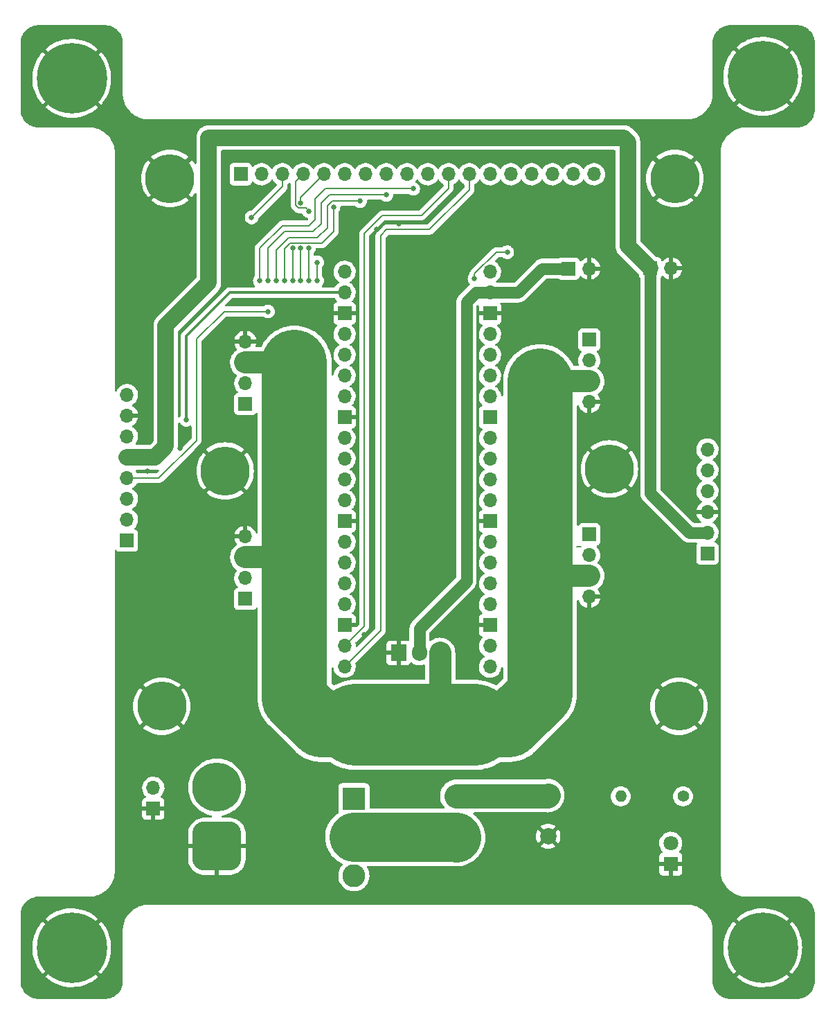
<source format=gbr>
%TF.GenerationSoftware,KiCad,Pcbnew,(6.0.9)*%
%TF.CreationDate,2022-12-13T13:02:29-05:00*%
%TF.ProjectId,Team5_Coaster_post_mdr,5465616d-355f-4436-9f61-737465725f70,rev?*%
%TF.SameCoordinates,Original*%
%TF.FileFunction,Copper,L2,Bot*%
%TF.FilePolarity,Positive*%
%FSLAX46Y46*%
G04 Gerber Fmt 4.6, Leading zero omitted, Abs format (unit mm)*
G04 Created by KiCad (PCBNEW (6.0.9)) date 2022-12-13 13:02:29*
%MOMM*%
%LPD*%
G01*
G04 APERTURE LIST*
G04 Aperture macros list*
%AMRoundRect*
0 Rectangle with rounded corners*
0 $1 Rounding radius*
0 $2 $3 $4 $5 $6 $7 $8 $9 X,Y pos of 4 corners*
0 Add a 4 corners polygon primitive as box body*
4,1,4,$2,$3,$4,$5,$6,$7,$8,$9,$2,$3,0*
0 Add four circle primitives for the rounded corners*
1,1,$1+$1,$2,$3*
1,1,$1+$1,$4,$5*
1,1,$1+$1,$6,$7*
1,1,$1+$1,$8,$9*
0 Add four rect primitives between the rounded corners*
20,1,$1+$1,$2,$3,$4,$5,0*
20,1,$1+$1,$4,$5,$6,$7,0*
20,1,$1+$1,$6,$7,$8,$9,0*
20,1,$1+$1,$8,$9,$2,$3,0*%
G04 Aperture macros list end*
%TA.AperFunction,NonConductor*%
%ADD10C,0.200000*%
%TD*%
%TA.AperFunction,ComponentPad*%
%ADD11C,6.000000*%
%TD*%
%TA.AperFunction,ComponentPad*%
%ADD12R,1.700000X1.700000*%
%TD*%
%TA.AperFunction,ComponentPad*%
%ADD13O,1.700000X1.700000*%
%TD*%
%TA.AperFunction,ComponentPad*%
%ADD14R,2.794000X2.794000*%
%TD*%
%TA.AperFunction,ComponentPad*%
%ADD15C,2.794000*%
%TD*%
%TA.AperFunction,ComponentPad*%
%ADD16C,0.900000*%
%TD*%
%TA.AperFunction,ComponentPad*%
%ADD17C,8.600000*%
%TD*%
%TA.AperFunction,ComponentPad*%
%ADD18R,1.800000X1.800000*%
%TD*%
%TA.AperFunction,ComponentPad*%
%ADD19C,1.800000*%
%TD*%
%TA.AperFunction,ComponentPad*%
%ADD20R,2.000000X2.000000*%
%TD*%
%TA.AperFunction,ComponentPad*%
%ADD21O,2.000000X2.000000*%
%TD*%
%TA.AperFunction,ComponentPad*%
%ADD22C,2.000000*%
%TD*%
%TA.AperFunction,ComponentPad*%
%ADD23R,1.905000X2.000000*%
%TD*%
%TA.AperFunction,ComponentPad*%
%ADD24O,1.905000X2.000000*%
%TD*%
%TA.AperFunction,ComponentPad*%
%ADD25RoundRect,1.500000X1.500000X-1.500000X1.500000X1.500000X-1.500000X1.500000X-1.500000X-1.500000X0*%
%TD*%
%TA.AperFunction,ComponentPad*%
%ADD26C,1.400000*%
%TD*%
%TA.AperFunction,ComponentPad*%
%ADD27O,1.400000X1.400000*%
%TD*%
%TA.AperFunction,ViaPad*%
%ADD28C,0.650000*%
%TD*%
%TA.AperFunction,Conductor*%
%ADD29C,2.700000*%
%TD*%
%TA.AperFunction,Conductor*%
%ADD30C,3.000000*%
%TD*%
%TA.AperFunction,Conductor*%
%ADD31C,8.000000*%
%TD*%
%TA.AperFunction,Conductor*%
%ADD32C,10.000000*%
%TD*%
%TA.AperFunction,Conductor*%
%ADD33C,6.000000*%
%TD*%
%TA.AperFunction,Conductor*%
%ADD34C,2.000000*%
%TD*%
%TA.AperFunction,Conductor*%
%ADD35C,1.400000*%
%TD*%
%TA.AperFunction,Conductor*%
%ADD36C,0.300000*%
%TD*%
%TA.AperFunction,Conductor*%
%ADD37C,0.200000*%
%TD*%
G04 APERTURE END LIST*
D10*
X146750000Y-112250000D02*
X146250000Y-112250000D01*
D11*
%TO.P,J11,1,Pin_1*%
%TO.N,GND*%
X95500000Y-131750000D03*
%TD*%
D12*
%TO.P,RF1,1,IN1*%
%TO.N,RF1*%
X147775000Y-86950000D03*
D13*
%TO.P,RF1,2,IN2*%
%TO.N,RF2*%
X147775000Y-89490000D03*
%TO.P,RF1,3,VM*%
%TO.N,+10V*%
X147775000Y-92030000D03*
%TO.P,RF1,4,GND*%
%TO.N,GND*%
X147775000Y-94570000D03*
%TD*%
D11*
%TO.P,J15,1,Pin_1*%
%TO.N,GND*%
X158250000Y-67250000D03*
%TD*%
D14*
%TO.P,SW1,1,A*%
%TO.N,VCC*%
X119000000Y-143051000D03*
D15*
%TO.P,SW1,2,B*%
%TO.N,Net-(D1-Pad2)*%
X119000000Y-147750000D03*
%TO.P,SW1,3,C*%
%TO.N,unconnected-(SW1-Pad3)*%
X119000000Y-152449000D03*
%TD*%
D12*
%TO.P,J13,1,Pin_1*%
%TO.N,+3V3*%
X155250000Y-78225000D03*
D13*
%TO.P,J13,2,Pin_2*%
%TO.N,GND*%
X157790000Y-78225000D03*
%TD*%
D16*
%TO.P,H3,1,1*%
%TO.N,GND*%
X172225000Y-161250000D03*
D17*
X169000000Y-161250000D03*
D16*
X171280419Y-158969581D03*
X169000000Y-164475000D03*
X166719581Y-163530419D03*
X165775000Y-161250000D03*
X166719581Y-158969581D03*
X171280419Y-163530419D03*
X169000000Y-158025000D03*
%TD*%
D12*
%TO.P,J9,1,Pin_1*%
%TO.N,GPIO15*%
X91250000Y-111490000D03*
D13*
%TO.P,J9,2,Pin_2*%
%TO.N,CTS*%
X91250000Y-108950000D03*
%TO.P,J9,3,Pin_3*%
%TO.N,GPIO9*%
X91250000Y-106410000D03*
%TO.P,J9,4,Pin_4*%
%TO.N,GPIO8*%
X91250000Y-103870000D03*
%TO.P,J9,5,Pin_5*%
%TO.N,+3V3*%
X91250000Y-101330000D03*
%TO.P,J9,6,Pin_6*%
%TO.N,GPIO1*%
X91250000Y-98790000D03*
%TO.P,J9,7,Pin_7*%
%TO.N,GND*%
X91250000Y-96250000D03*
%TO.P,J9,8,Pin_8*%
%TO.N,DFU*%
X91250000Y-93710000D03*
%TD*%
D18*
%TO.P,D3,1,K*%
%TO.N,GND*%
X157750000Y-151025000D03*
D19*
%TO.P,D3,2,A*%
%TO.N,Net-(D3-Pad2)*%
X157750000Y-148485000D03*
%TD*%
D20*
%TO.P,D1,1,K*%
%TO.N,+10V*%
X131555000Y-142695354D03*
D21*
%TO.P,D1,2,A*%
%TO.N,Net-(D1-Pad2)*%
X131555000Y-147775354D03*
%TD*%
D16*
%TO.P,H1,1,1*%
%TO.N,GND*%
X84500000Y-51775000D03*
X86780419Y-52719581D03*
D17*
X84500000Y-55000000D03*
D16*
X87725000Y-55000000D03*
X82219581Y-57280419D03*
X81275000Y-55000000D03*
X84500000Y-58225000D03*
X86780419Y-57280419D03*
X82219581Y-52719581D03*
%TD*%
D11*
%TO.P,J14,1,Pin_1*%
%TO.N,GND*%
X158750000Y-131750000D03*
%TD*%
%TO.P,J12,1,Pin_1*%
%TO.N,GND*%
X103250000Y-103000000D03*
%TD*%
D12*
%TO.P,J8,1,Pin_1*%
%TO.N,DFU*%
X105175000Y-66725000D03*
D13*
%TO.P,J8,2,Pin_2*%
%TO.N,GPIO1*%
X107715000Y-66725000D03*
%TO.P,J8,3,Pin_3*%
%TO.N,GPIO2*%
X110255000Y-66725000D03*
%TO.P,J8,4,Pin_4*%
%TO.N,GPIO3*%
X112795000Y-66725000D03*
%TO.P,J8,5,Pin_5*%
%TO.N,GPIO4*%
X115335000Y-66725000D03*
%TO.P,J8,6,Pin_6*%
%TO.N,GPIO5*%
X117875000Y-66725000D03*
%TO.P,J8,7,Pin_7*%
%TO.N,GPIO6*%
X120415000Y-66725000D03*
%TO.P,J8,8,Pin_8*%
%TO.N,GPIO7*%
X122955000Y-66725000D03*
%TO.P,J8,9,Pin_9*%
%TO.N,GPIO8*%
X125495000Y-66725000D03*
%TO.P,J8,10,Pin_10*%
%TO.N,GPIO9*%
X128035000Y-66725000D03*
%TO.P,J8,11,Pin_11*%
%TO.N,CTS*%
X130575000Y-66725000D03*
%TO.P,J8,12,Pin_12*%
%TO.N,GPIO15*%
X133115000Y-66725000D03*
%TO.P,J8,13,Pin_13*%
%TO.N,GPIO16*%
X135655000Y-66725000D03*
%TO.P,J8,14,Pin_14*%
%TO.N,GPIO17*%
X138195000Y-66725000D03*
%TO.P,J8,15,Pin_15*%
%TO.N,GPIO22*%
X140735000Y-66725000D03*
%TO.P,J8,16,Pin_16*%
%TO.N,GPIO26*%
X143275000Y-66725000D03*
%TO.P,J8,17,Pin_17*%
%TO.N,GPIO27*%
X145815000Y-66725000D03*
%TO.P,J8,18,Pin_18*%
%TO.N,GPIO28*%
X148355000Y-66725000D03*
%TD*%
D20*
%TO.P,C1,1*%
%TO.N,+10V*%
X142750000Y-142632323D03*
D22*
%TO.P,C1,2*%
%TO.N,GND*%
X142750000Y-147632323D03*
%TD*%
D11*
%TO.P,J5,1,Pin_1*%
%TO.N,GND*%
X96500000Y-67250000D03*
%TD*%
D23*
%TO.P,U2,1,GND*%
%TO.N,GND*%
X124460000Y-125222500D03*
D24*
%TO.P,U2,2,VI*%
%TO.N,VSYS*%
X127000000Y-125222500D03*
%TO.P,U2,3,VO*%
%TO.N,+10V*%
X129540000Y-125222500D03*
%TD*%
D12*
%TO.P,J2,1,Pin_1*%
%TO.N,unconnected-(J2-Pad1)*%
X162225000Y-113075000D03*
D13*
%TO.P,J2,2,Pin_2*%
%TO.N,+3V3*%
X162225000Y-110535000D03*
%TO.P,J2,3,Pin_3*%
%TO.N,GND*%
X162225000Y-107995000D03*
%TO.P,J2,4,Pin_4*%
%TO.N,GPIO17*%
X162225000Y-105455000D03*
%TO.P,J2,5,Pin_5*%
%TO.N,GPIO16*%
X162225000Y-102915000D03*
%TO.P,J2,6,Pin_6*%
%TO.N,unconnected-(J2-Pad6)*%
X162225000Y-100375000D03*
%TD*%
D12*
%TO.P,J4,1,Pin_1*%
%TO.N,VSYS*%
X145250000Y-78252500D03*
D13*
%TO.P,J4,2,Pin_2*%
%TO.N,GND*%
X147790000Y-78252500D03*
%TD*%
D17*
%TO.P,H2,1,1*%
%TO.N,GND*%
X169000000Y-54750000D03*
D16*
X172225000Y-54750000D03*
X166719581Y-57030419D03*
X169000000Y-51525000D03*
X171280419Y-52469581D03*
X165775000Y-54750000D03*
X169000000Y-57975000D03*
X166719581Y-52469581D03*
X171280419Y-57030419D03*
%TD*%
D25*
%TO.P,J1,1,Pin_1*%
%TO.N,GND*%
X102250000Y-148850000D03*
D11*
%TO.P,J1,2,Pin_2*%
%TO.N,VCC*%
X102250000Y-141650000D03*
%TD*%
D12*
%TO.P,J6,1,Pin_1*%
%TO.N,GND*%
X94475000Y-144250000D03*
D13*
%TO.P,J6,2,Pin_2*%
%TO.N,VCC*%
X94475000Y-141710000D03*
%TD*%
D26*
%TO.P,R1,1*%
%TO.N,Net-(D3-Pad2)*%
X159250000Y-142750000D03*
D27*
%TO.P,R1,2*%
%TO.N,+10V*%
X151630000Y-142750000D03*
%TD*%
D12*
%TO.P,LB1,1,IN1*%
%TO.N,LB1*%
X105725000Y-118620000D03*
D13*
%TO.P,LB1,2,IN2*%
%TO.N,LB2*%
X105725000Y-116080000D03*
%TO.P,LB1,3,VM*%
%TO.N,+10V*%
X105725000Y-113540000D03*
%TO.P,LB1,4,GND*%
%TO.N,GND*%
X105725000Y-111000000D03*
%TD*%
D16*
%TO.P,H4,1,1*%
%TO.N,GND*%
X82219581Y-163530419D03*
X86780419Y-158969581D03*
D17*
X84500000Y-161250000D03*
D16*
X82219581Y-158969581D03*
X87725000Y-161250000D03*
X86780419Y-163530419D03*
X84500000Y-158025000D03*
X81275000Y-161250000D03*
X84500000Y-164475000D03*
%TD*%
D12*
%TO.P,LF1,1,IN1*%
%TO.N,LF1*%
X105725000Y-94800000D03*
D13*
%TO.P,LF1,2,IN2*%
%TO.N,LF2*%
X105725000Y-92260000D03*
%TO.P,LF1,3,VM*%
%TO.N,+10V*%
X105725000Y-89720000D03*
%TO.P,LF1,4,GND*%
%TO.N,GND*%
X105725000Y-87180000D03*
%TD*%
D11*
%TO.P,J7,1,Pin_1*%
%TO.N,+10V*%
X119250000Y-134027500D03*
%TD*%
%TO.P,J3,1,Pin_1*%
%TO.N,+10V*%
X133750000Y-134027500D03*
%TD*%
%TO.P,J10,1,Pin_1*%
%TO.N,GND*%
X150250000Y-102750000D03*
%TD*%
D12*
%TO.P,RB1,1,IN1*%
%TO.N,RB1*%
X147775000Y-110750000D03*
D13*
%TO.P,RB1,2,IN2*%
%TO.N,RB2*%
X147775000Y-113290000D03*
%TO.P,RB1,3,VM*%
%TO.N,+10V*%
X147775000Y-115830000D03*
%TO.P,RB1,4,GND*%
%TO.N,GND*%
X147775000Y-118370000D03*
%TD*%
%TO.P,U1,1,GPIO0*%
%TO.N,DFU*%
X117860000Y-78647500D03*
%TO.P,U1,2,GPIO1*%
%TO.N,GPIO1*%
X117860000Y-81187500D03*
D12*
%TO.P,U1,3,GND*%
%TO.N,GND*%
X117860000Y-83727500D03*
D13*
%TO.P,U1,4,GPIO2*%
%TO.N,GPIO2*%
X117860000Y-86267500D03*
%TO.P,U1,5,GPIO3*%
%TO.N,GPIO3*%
X117860000Y-88807500D03*
%TO.P,U1,6,GPIO4*%
%TO.N,GPIO4*%
X117860000Y-91347500D03*
%TO.P,U1,7,GPIO5*%
%TO.N,GPIO5*%
X117860000Y-93887500D03*
D12*
%TO.P,U1,8,GND*%
%TO.N,GND*%
X117860000Y-96427500D03*
D13*
%TO.P,U1,9,GPIO6*%
%TO.N,GPIO6*%
X117860000Y-98967500D03*
%TO.P,U1,10,GPIO7*%
%TO.N,GPIO7*%
X117860000Y-101507500D03*
%TO.P,U1,11,GPIO8*%
%TO.N,GPIO8*%
X117860000Y-104047500D03*
%TO.P,U1,12,GPIO9*%
%TO.N,GPIO9*%
X117860000Y-106587500D03*
D12*
%TO.P,U1,13,GND*%
%TO.N,GND*%
X117860000Y-109127500D03*
D13*
%TO.P,U1,14,GPIO10*%
%TO.N,LF2*%
X117860000Y-111667500D03*
%TO.P,U1,15,GPIO11*%
%TO.N,LF1*%
X117860000Y-114207500D03*
%TO.P,U1,16,GPIO12*%
%TO.N,LB2*%
X117860000Y-116747500D03*
%TO.P,U1,17,GPIO13*%
%TO.N,LB1*%
X117860000Y-119287500D03*
D12*
%TO.P,U1,18,GND*%
%TO.N,GND*%
X117860000Y-121827500D03*
D13*
%TO.P,U1,19,GPIO14*%
%TO.N,CTS*%
X117860000Y-124367500D03*
%TO.P,U1,20,GPIO15*%
%TO.N,GPIO15*%
X117860000Y-126907500D03*
%TO.P,U1,21,GPIO16*%
%TO.N,GPIO16*%
X135640000Y-126907500D03*
%TO.P,U1,22,GPIO17*%
%TO.N,GPIO17*%
X135640000Y-124367500D03*
D12*
%TO.P,U1,23,GND*%
%TO.N,GND*%
X135640000Y-121827500D03*
D13*
%TO.P,U1,24,GPIO18*%
%TO.N,RB2*%
X135640000Y-119287500D03*
%TO.P,U1,25,GPIO19*%
%TO.N,RB1*%
X135640000Y-116747500D03*
%TO.P,U1,26,GPIO20*%
%TO.N,RF2*%
X135640000Y-114207500D03*
%TO.P,U1,27,GPIO21*%
%TO.N,RF1*%
X135640000Y-111667500D03*
D12*
%TO.P,U1,28,GND*%
%TO.N,GND*%
X135640000Y-109127500D03*
D13*
%TO.P,U1,29,GPIO22*%
%TO.N,GPIO22*%
X135640000Y-106587500D03*
%TO.P,U1,30,RUN*%
%TO.N,unconnected-(U1-Pad30)*%
X135640000Y-104047500D03*
%TO.P,U1,31,GPIO26_ADC0*%
%TO.N,GPIO26*%
X135640000Y-101507500D03*
%TO.P,U1,32,GPIO27_ADC1*%
%TO.N,GPIO27*%
X135640000Y-98967500D03*
D12*
%TO.P,U1,33,AGND*%
%TO.N,unconnected-(U1-Pad33)*%
X135640000Y-96427500D03*
D13*
%TO.P,U1,34,GPIO28_ADC2*%
%TO.N,GPIO28*%
X135640000Y-93887500D03*
%TO.P,U1,35,ADC_VREF*%
%TO.N,unconnected-(U1-Pad35)*%
X135640000Y-91347500D03*
%TO.P,U1,36,3V3*%
%TO.N,+3V3*%
X135640000Y-88807500D03*
%TO.P,U1,37,3V3_EN*%
%TO.N,unconnected-(U1-Pad37)*%
X135640000Y-86267500D03*
D12*
%TO.P,U1,38,GND*%
%TO.N,GND*%
X135640000Y-83727500D03*
D13*
%TO.P,U1,39,VSYS*%
%TO.N,VSYS*%
X135640000Y-81187500D03*
%TO.P,U1,40,VBUS*%
%TO.N,unconnected-(U1-Pad40)*%
X135640000Y-78647500D03*
%TD*%
D28*
%TO.N,GND*%
X121250000Y-83750000D03*
X94000000Y-75750000D03*
X110500000Y-70250000D03*
X130250000Y-112000000D03*
X134250000Y-70500000D03*
X152750000Y-115500000D03*
X124750000Y-102750000D03*
X128750000Y-101000000D03*
X130250000Y-109750000D03*
X129750000Y-93500000D03*
X130250000Y-98500000D03*
X144000000Y-69500000D03*
X93000000Y-114250000D03*
X136500000Y-70250000D03*
X130000000Y-87750000D03*
X124500000Y-112500000D03*
X121250000Y-105750000D03*
X121250000Y-89000000D03*
X94500000Y-120250000D03*
X139000000Y-69750000D03*
X93750000Y-103000000D03*
X108750000Y-72000000D03*
X141500000Y-71750000D03*
X131500000Y-73250000D03*
X141250000Y-69500000D03*
X131250000Y-69250000D03*
X121250000Y-109750000D03*
X124500000Y-91750000D03*
X97750000Y-100250000D03*
X99250000Y-114500000D03*
X127750000Y-112000000D03*
X133250000Y-119750000D03*
X121250000Y-104000000D03*
X92250000Y-76250000D03*
X159000000Y-92250000D03*
X91500000Y-73500000D03*
X131000000Y-75750000D03*
X91500000Y-75750000D03*
X124500000Y-108000000D03*
X121250000Y-118000000D03*
X94000000Y-73500000D03*
X130500000Y-103000000D03*
X98500000Y-114000000D03*
X124500000Y-96500000D03*
X160000000Y-92250000D03*
X124500000Y-80250000D03*
X128000000Y-96500000D03*
X131000000Y-77750000D03*
X101000000Y-114000000D03*
X121250000Y-121500000D03*
X126500000Y-80250000D03*
X130000000Y-81000000D03*
X128000000Y-80750000D03*
X158250000Y-91750000D03*
X97500000Y-123000000D03*
X124500000Y-87250000D03*
X136250000Y-74500000D03*
X120250000Y-123000000D03*
X128000000Y-84500000D03*
X158250000Y-89500000D03*
X133500000Y-77250000D03*
X93250000Y-76250000D03*
X127750000Y-72500000D03*
X98500000Y-111750000D03*
X136500000Y-72250000D03*
X124500000Y-72750000D03*
X160750000Y-89500000D03*
X121250000Y-99500000D03*
X124500000Y-83250000D03*
X129500000Y-112500000D03*
X121250000Y-113750000D03*
X128000000Y-91000000D03*
X127750000Y-109750000D03*
X160750000Y-91750000D03*
X129500000Y-70750000D03*
X104500000Y-125500000D03*
X152000000Y-112750000D03*
X134000000Y-72750000D03*
X126000000Y-116250000D03*
X154500000Y-112750000D03*
X101000000Y-111750000D03*
X121750000Y-73500000D03*
X127500000Y-77250000D03*
X154500000Y-115000000D03*
X100250000Y-114500000D03*
X132000000Y-122000000D03*
X152000000Y-115000000D03*
X139000000Y-71750000D03*
X128500000Y-112500000D03*
X133750000Y-75000000D03*
X139000000Y-74250000D03*
X121250000Y-76250000D03*
X121250000Y-94250000D03*
X100500000Y-125500000D03*
X121250000Y-79750000D03*
X153750000Y-115500000D03*
X93250000Y-117000000D03*
X106250000Y-69500000D03*
%TO.N,GPIO1*%
X98500000Y-96750000D03*
%TO.N,GPIO2*%
X106500000Y-72000000D03*
X114500000Y-77500000D03*
X114500000Y-79750000D03*
%TO.N,GPIO3*%
X113500000Y-71250000D03*
X113500000Y-75750000D03*
X113500000Y-79750000D03*
%TO.N,GPIO4*%
X112500000Y-79750000D03*
X112500000Y-70250000D03*
X112500000Y-75750000D03*
%TO.N,GPIO5*%
X111500000Y-75750000D03*
X111500000Y-79750000D03*
%TO.N,GPIO6*%
X110500000Y-79750000D03*
X116500000Y-70750000D03*
%TO.N,GPIO7*%
X119750000Y-70000000D03*
X109500000Y-79750000D03*
%TO.N,GPIO8*%
X108500000Y-79750000D03*
X123000000Y-69250000D03*
X108500000Y-83500000D03*
%TO.N,GPIO9*%
X107500000Y-79750000D03*
X126250000Y-68500000D03*
%TO.N,GPIO28*%
X137750000Y-76250000D03*
X133750000Y-79500000D03*
%TD*%
D29*
%TO.N,+10V*%
X129540000Y-129817500D02*
X133750000Y-134027500D01*
X111210000Y-113540000D02*
X111750000Y-113000000D01*
X147775000Y-115830000D02*
X141830000Y-115830000D01*
D30*
X142686969Y-142695354D02*
X142750000Y-142632323D01*
D29*
X105725000Y-89720000D02*
X111720000Y-89720000D01*
D30*
X131555000Y-142695354D02*
X142686969Y-142695354D01*
D31*
X141750000Y-130270140D02*
X141750000Y-115750000D01*
X115007360Y-134027500D02*
X111750000Y-130770140D01*
X111750000Y-113000000D02*
X111750000Y-89750000D01*
X119250000Y-134027500D02*
X115007360Y-134027500D01*
D29*
X147775000Y-92030000D02*
X141780000Y-92030000D01*
X111720000Y-89720000D02*
X111750000Y-89750000D01*
D31*
X133750000Y-134027500D02*
X137992640Y-134027500D01*
X141750000Y-115750000D02*
X141750000Y-92000000D01*
D29*
X141780000Y-92030000D02*
X141750000Y-92000000D01*
X129540000Y-125222500D02*
X129540000Y-129817500D01*
D31*
X111750000Y-130770140D02*
X111750000Y-113000000D01*
X137992640Y-134027500D02*
X141750000Y-130270140D01*
D29*
X141830000Y-115830000D02*
X141750000Y-115750000D01*
X105725000Y-113540000D02*
X111210000Y-113540000D01*
D32*
X119250000Y-134027500D02*
X133750000Y-134027500D01*
D33*
%TO.N,Net-(D1-Pad2)*%
X119000000Y-147750000D02*
X131529646Y-147750000D01*
X131529646Y-147750000D02*
X131555000Y-147775354D01*
D34*
%TO.N,+3V3*%
X94670000Y-101330000D02*
X96000000Y-100000000D01*
D35*
X162225000Y-110535000D02*
X160035000Y-110535000D01*
D34*
X152000000Y-62250000D02*
X152500000Y-62750000D01*
D35*
X160035000Y-110535000D02*
X155250000Y-105750000D01*
D34*
X101250000Y-80000000D02*
X101250000Y-62250000D01*
X96000000Y-85250000D02*
X101250000Y-80000000D01*
X101250000Y-62250000D02*
X152000000Y-62250000D01*
D35*
X155250000Y-105750000D02*
X155250000Y-78225000D01*
D34*
X152500000Y-62750000D02*
X152500000Y-75475000D01*
X152500000Y-75475000D02*
X155250000Y-78225000D01*
X91250000Y-101330000D02*
X94670000Y-101330000D01*
X96000000Y-100000000D02*
X96000000Y-85250000D01*
D35*
%TO.N,VSYS*%
X135640000Y-81187500D02*
X139090000Y-81187500D01*
X132750000Y-82347500D02*
X133910000Y-81187500D01*
X127000000Y-125222500D02*
X127000000Y-122250000D01*
X132750000Y-116500000D02*
X132750000Y-82347500D01*
X133910000Y-81187500D02*
X135640000Y-81187500D01*
X142025000Y-78252500D02*
X145250000Y-78252500D01*
X139090000Y-81187500D02*
X142025000Y-78252500D01*
X127000000Y-122250000D02*
X132750000Y-116500000D01*
D36*
%TO.N,GPIO1*%
X103812500Y-81187500D02*
X98500000Y-86500000D01*
X117860000Y-81187500D02*
X103812500Y-81187500D01*
X98500000Y-86500000D02*
X98500000Y-96750000D01*
D37*
%TO.N,GPIO2*%
X114500000Y-79750000D02*
X114500000Y-77500000D01*
X106500000Y-72000000D02*
X110255000Y-68245000D01*
X110255000Y-68245000D02*
X110255000Y-66725000D01*
%TO.N,GPIO3*%
X111875000Y-70508884D02*
X111875000Y-67645000D01*
X113125000Y-70875000D02*
X112241116Y-70875000D01*
X111875000Y-67645000D02*
X112795000Y-66725000D01*
X112241116Y-70875000D02*
X111875000Y-70508884D01*
X113500000Y-71250000D02*
X113125000Y-70875000D01*
X113500000Y-79750000D02*
X113500000Y-75750000D01*
%TO.N,GPIO4*%
X112500000Y-79750000D02*
X112500000Y-75750000D01*
X112500000Y-70250000D02*
X112500000Y-69560000D01*
X112500000Y-69560000D02*
X115335000Y-66725000D01*
%TO.N,GPIO5*%
X111500000Y-79750000D02*
X111500000Y-75750000D01*
%TO.N,GPIO6*%
X115125000Y-75125000D02*
X111241116Y-75125000D01*
X116500000Y-70750000D02*
X116500000Y-73750000D01*
X110500000Y-75866116D02*
X110500000Y-79750000D01*
X116500000Y-73750000D02*
X115125000Y-75125000D01*
X111241116Y-75125000D02*
X110500000Y-75866116D01*
%TO.N,GPIO7*%
X119750000Y-70000000D02*
X116366116Y-70000000D01*
X115750000Y-70616116D02*
X115750000Y-73250000D01*
X115750000Y-73250000D02*
X114500000Y-74500000D01*
X114500000Y-74500000D02*
X111000000Y-74500000D01*
X111000000Y-74500000D02*
X109500000Y-76000000D01*
X109500000Y-76000000D02*
X109500000Y-79750000D01*
X116366116Y-70000000D02*
X115750000Y-70616116D01*
%TO.N,GPIO8*%
X110500000Y-73750000D02*
X114000000Y-73750000D01*
X115000000Y-72750000D02*
X115000000Y-70250000D01*
X95130000Y-103870000D02*
X91250000Y-103870000D01*
X116000000Y-69250000D02*
X123000000Y-69250000D01*
X99750000Y-86875000D02*
X99750000Y-99250000D01*
X108500000Y-75750000D02*
X110500000Y-73750000D01*
X115000000Y-70250000D02*
X116000000Y-69250000D01*
X99750000Y-99250000D02*
X95130000Y-103870000D01*
X103125000Y-83500000D02*
X99750000Y-86875000D01*
X114000000Y-73750000D02*
X115000000Y-72750000D01*
X108500000Y-83500000D02*
X103125000Y-83500000D01*
X108500000Y-79750000D02*
X108500000Y-75750000D01*
%TO.N,GPIO9*%
X114250000Y-69750000D02*
X115500000Y-68500000D01*
X113500000Y-73000000D02*
X114250000Y-72250000D01*
X107500000Y-79750000D02*
X107500000Y-75750000D01*
X115500000Y-68500000D02*
X126250000Y-68500000D01*
X107500000Y-75750000D02*
X110250000Y-73000000D01*
X110250000Y-73000000D02*
X113500000Y-73000000D01*
X114250000Y-72250000D02*
X114250000Y-69750000D01*
%TO.N,GPIO15*%
X123000000Y-73500000D02*
X128250000Y-73500000D01*
X133115000Y-68635000D02*
X133115000Y-66725000D01*
X128250000Y-73500000D02*
X133115000Y-68635000D01*
X117860000Y-126907500D02*
X122250000Y-122517500D01*
X122250000Y-74250000D02*
X123000000Y-73500000D01*
X122250000Y-122517500D02*
X122250000Y-74250000D01*
%TO.N,GPIO28*%
X133750000Y-79500000D02*
X133750000Y-78911154D01*
X133750000Y-78911154D02*
X136411154Y-76250000D01*
X136411154Y-76250000D02*
X137750000Y-76250000D01*
%TO.N,CTS*%
X120250000Y-74000000D02*
X122500000Y-71750000D01*
X122500000Y-71750000D02*
X127250000Y-71750000D01*
X119750000Y-122500000D02*
X120250000Y-122000000D01*
X120250000Y-122000000D02*
X120250000Y-74000000D01*
X127250000Y-71750000D02*
X130575000Y-68425000D01*
X130575000Y-68425000D02*
X130575000Y-66725000D01*
X117860000Y-124367500D02*
X119727500Y-122500000D01*
X119727500Y-122500000D02*
X119750000Y-122500000D01*
%TD*%
%TA.AperFunction,Conductor*%
%TO.N,GND*%
G36*
X88478327Y-48509277D02*
G01*
X88516006Y-48513480D01*
X88532491Y-48510592D01*
X88556787Y-48508729D01*
X88785301Y-48513386D01*
X88801294Y-48514735D01*
X88888497Y-48527725D01*
X89053769Y-48552345D01*
X89069465Y-48555717D01*
X89192288Y-48590422D01*
X89315114Y-48625127D01*
X89330251Y-48630468D01*
X89565069Y-48730548D01*
X89579407Y-48737770D01*
X89799596Y-48866898D01*
X89812899Y-48875885D01*
X90014889Y-49031969D01*
X90026941Y-49042576D01*
X90207424Y-49223059D01*
X90218031Y-49235111D01*
X90374115Y-49437101D01*
X90383102Y-49450404D01*
X90512230Y-49670593D01*
X90519452Y-49684931D01*
X90619532Y-49919749D01*
X90624873Y-49934886D01*
X90655100Y-50041864D01*
X90694283Y-50180535D01*
X90697655Y-50196231D01*
X90733636Y-50437765D01*
X90735265Y-50448703D01*
X90736614Y-50464699D01*
X90738024Y-50533926D01*
X90741123Y-50686007D01*
X90738955Y-50710369D01*
X90738828Y-50712655D01*
X90737064Y-50721454D01*
X90738929Y-50742919D01*
X90741027Y-50767073D01*
X90741500Y-50777978D01*
X90741500Y-56682917D01*
X90739108Y-56705605D01*
X90739111Y-56705605D01*
X90739097Y-56705712D01*
X90738730Y-56709190D01*
X90737451Y-56715189D01*
X90736754Y-56727722D01*
X90737233Y-56732551D01*
X90737233Y-56732555D01*
X90737339Y-56733620D01*
X90737950Y-56744995D01*
X90740552Y-57054020D01*
X90740917Y-57057262D01*
X90772514Y-57338150D01*
X90777023Y-57378238D01*
X90777718Y-57381412D01*
X90777719Y-57381417D01*
X90794376Y-57457469D01*
X90846826Y-57696947D01*
X90847849Y-57700041D01*
X90847850Y-57700046D01*
X90866653Y-57756935D01*
X90949213Y-58006729D01*
X90950553Y-58009706D01*
X90950556Y-58009715D01*
X91068232Y-58271247D01*
X91083087Y-58304262D01*
X91143260Y-58407812D01*
X91245371Y-58583532D01*
X91247011Y-58586355D01*
X91439228Y-58849985D01*
X91657677Y-59092323D01*
X91900015Y-59310772D01*
X92163645Y-59502989D01*
X92166461Y-59504625D01*
X92166465Y-59504628D01*
X92236990Y-59545610D01*
X92445738Y-59666913D01*
X92448716Y-59668253D01*
X92448720Y-59668255D01*
X92740285Y-59799444D01*
X92740294Y-59799447D01*
X92743271Y-59800787D01*
X92786483Y-59815069D01*
X93049954Y-59902150D01*
X93049959Y-59902151D01*
X93053053Y-59903174D01*
X93056235Y-59903871D01*
X93056239Y-59903872D01*
X93368583Y-59972281D01*
X93368588Y-59972282D01*
X93371762Y-59972977D01*
X93374995Y-59973341D01*
X93375003Y-59973342D01*
X93558251Y-59993955D01*
X93695980Y-60009448D01*
X93989100Y-60011916D01*
X94003532Y-60012869D01*
X94009731Y-60013637D01*
X94016058Y-60013440D01*
X94017413Y-60013398D01*
X94017418Y-60013397D01*
X94022278Y-60013246D01*
X94036028Y-60010664D01*
X94059282Y-60008500D01*
X159547315Y-60008500D01*
X159570003Y-60010892D01*
X159570003Y-60010889D01*
X159570110Y-60010903D01*
X159573588Y-60011270D01*
X159574820Y-60011533D01*
X159574824Y-60011534D01*
X159579587Y-60012549D01*
X159592121Y-60013246D01*
X159596950Y-60012767D01*
X159596956Y-60012767D01*
X159598030Y-60012660D01*
X159609403Y-60012049D01*
X159918419Y-60009447D01*
X160056148Y-59993954D01*
X160239396Y-59973341D01*
X160239404Y-59973340D01*
X160242637Y-59972976D01*
X160245811Y-59972281D01*
X160245816Y-59972280D01*
X160558160Y-59903871D01*
X160558164Y-59903870D01*
X160561346Y-59903173D01*
X160564440Y-59902150D01*
X160564445Y-59902149D01*
X160784532Y-59829407D01*
X160871128Y-59800786D01*
X160874096Y-59799450D01*
X160874100Y-59799449D01*
X161165697Y-59668247D01*
X161165703Y-59668244D01*
X161168661Y-59666913D01*
X161317796Y-59580251D01*
X161447931Y-59504630D01*
X161447939Y-59504625D01*
X161450754Y-59502989D01*
X161714383Y-59310772D01*
X161716794Y-59308599D01*
X161716801Y-59308593D01*
X161954308Y-59094499D01*
X161956722Y-59092323D01*
X162047606Y-58991500D01*
X162172992Y-58852402D01*
X162172998Y-58852395D01*
X162175171Y-58849984D01*
X162367388Y-58586355D01*
X162369027Y-58583535D01*
X162369029Y-58583532D01*
X162471139Y-58407812D01*
X162518437Y-58326418D01*
X165789122Y-58326418D01*
X165789171Y-58327110D01*
X165794617Y-58335274D01*
X165872268Y-58407812D01*
X165876507Y-58411433D01*
X166209802Y-58671363D01*
X166214359Y-58674602D01*
X166569448Y-58903880D01*
X166574250Y-58906686D01*
X166948316Y-59103491D01*
X166953374Y-59105871D01*
X167343435Y-59268638D01*
X167348690Y-59270561D01*
X167751676Y-59398008D01*
X167757075Y-59399455D01*
X168169796Y-59490575D01*
X168175307Y-59491537D01*
X168594501Y-59545610D01*
X168600064Y-59546077D01*
X169022405Y-59562670D01*
X169027997Y-59562641D01*
X169450125Y-59541626D01*
X169455708Y-59541098D01*
X169874305Y-59482640D01*
X169879792Y-59481623D01*
X170291543Y-59386185D01*
X170296929Y-59384681D01*
X170698567Y-59253018D01*
X170703784Y-59251046D01*
X171092126Y-59084202D01*
X171097169Y-59081764D01*
X171469131Y-58881063D01*
X171473935Y-58878188D01*
X171826563Y-58645231D01*
X171831126Y-58641916D01*
X172161658Y-58378529D01*
X172165873Y-58374852D01*
X172203823Y-58338649D01*
X172211763Y-58324890D01*
X172211713Y-58323843D01*
X172206822Y-58316032D01*
X171806507Y-57915717D01*
X170921210Y-57030419D01*
X170395122Y-56504332D01*
X169012812Y-55122022D01*
X168998868Y-55114408D01*
X168997035Y-55114539D01*
X168990420Y-55118790D01*
X167604879Y-56504331D01*
X166719581Y-57389628D01*
X166193494Y-57915716D01*
X165796736Y-58312474D01*
X165789122Y-58326418D01*
X162518437Y-58326418D01*
X162531312Y-58304262D01*
X162546167Y-58271247D01*
X162663843Y-58009715D01*
X162663846Y-58009706D01*
X162665186Y-58006729D01*
X162747746Y-57756935D01*
X162766549Y-57700046D01*
X162766550Y-57700041D01*
X162767573Y-57696947D01*
X162820023Y-57457469D01*
X162836680Y-57381417D01*
X162836681Y-57381412D01*
X162837376Y-57378238D01*
X162841886Y-57338150D01*
X162873482Y-57057262D01*
X162873847Y-57054020D01*
X162876315Y-56760900D01*
X162877268Y-56746465D01*
X162877437Y-56745100D01*
X162878036Y-56740269D01*
X162877645Y-56727722D01*
X162875063Y-56713972D01*
X162872899Y-56690718D01*
X162872899Y-54626825D01*
X164188855Y-54626825D01*
X164196600Y-55049410D01*
X164196950Y-55054976D01*
X164242231Y-55475208D01*
X164243078Y-55480746D01*
X164325535Y-55895286D01*
X164326864Y-55900698D01*
X164445852Y-56306289D01*
X164447658Y-56311564D01*
X164602219Y-56704948D01*
X164604501Y-56710072D01*
X164793416Y-57088150D01*
X164796140Y-57093043D01*
X165017917Y-57452833D01*
X165021068Y-57457469D01*
X165273955Y-57796127D01*
X165277488Y-57800444D01*
X165413222Y-57951988D01*
X165426717Y-57960351D01*
X165436128Y-57954662D01*
X165834283Y-57556507D01*
X166719581Y-56671210D01*
X166729378Y-56661413D01*
X167245668Y-56145122D01*
X168627978Y-54762812D01*
X168634356Y-54751132D01*
X169364408Y-54751132D01*
X169364539Y-54752965D01*
X169368790Y-54759580D01*
X170754331Y-56145121D01*
X171270621Y-56661412D01*
X171280418Y-56671209D01*
X172165716Y-57556506D01*
X172562142Y-57952932D01*
X172575903Y-57960446D01*
X172585263Y-57953989D01*
X172754244Y-57761303D01*
X172757744Y-57756935D01*
X173007073Y-57415645D01*
X173010168Y-57410987D01*
X173228160Y-57048903D01*
X173230841Y-57043964D01*
X173415779Y-56663946D01*
X173418014Y-56658780D01*
X173568442Y-56263815D01*
X173570201Y-56258496D01*
X173684920Y-55851730D01*
X173686204Y-55846259D01*
X173764315Y-55430883D01*
X173765102Y-55425346D01*
X173806035Y-55004102D01*
X173806308Y-54999665D01*
X173812788Y-54752233D01*
X173812746Y-54747762D01*
X173793917Y-54324973D01*
X173793419Y-54319386D01*
X173737155Y-53900499D01*
X173736162Y-53894976D01*
X173642883Y-53482748D01*
X173641410Y-53477361D01*
X173511847Y-53075025D01*
X173509910Y-53069815D01*
X173345098Y-52680599D01*
X173342683Y-52675536D01*
X173143936Y-52302535D01*
X173141085Y-52297713D01*
X172909974Y-51943865D01*
X172906692Y-51939297D01*
X172645030Y-51607380D01*
X172641382Y-51603155D01*
X172588103Y-51546715D01*
X172574389Y-51538705D01*
X172573517Y-51538742D01*
X172565438Y-51543772D01*
X172165717Y-51943493D01*
X171280419Y-52828790D01*
X170754332Y-53354878D01*
X169372022Y-54737188D01*
X169364408Y-54751132D01*
X168634356Y-54751132D01*
X168635592Y-54748868D01*
X168635461Y-54747035D01*
X168631210Y-54740420D01*
X167245669Y-53354879D01*
X166360372Y-52469581D01*
X165834284Y-51943494D01*
X165435561Y-51544771D01*
X165422253Y-51537504D01*
X165412214Y-51544626D01*
X165168223Y-51837994D01*
X165164828Y-51842467D01*
X164924528Y-52190152D01*
X164921549Y-52194902D01*
X164713106Y-52562575D01*
X164710562Y-52567568D01*
X164535629Y-52952312D01*
X164533538Y-52957511D01*
X164393498Y-53356290D01*
X164391877Y-53361659D01*
X164287840Y-53771303D01*
X164286706Y-53776776D01*
X164219496Y-54194054D01*
X164218851Y-54199632D01*
X164189002Y-54621204D01*
X164188855Y-54626825D01*
X162872899Y-54626825D01*
X162872899Y-51174456D01*
X165788031Y-51174456D01*
X165794139Y-51184929D01*
X166193493Y-51584283D01*
X166699367Y-52090158D01*
X166719580Y-52110371D01*
X167604878Y-52995668D01*
X168987188Y-54377978D01*
X169001132Y-54385592D01*
X169002965Y-54385461D01*
X169009580Y-54381210D01*
X170395121Y-52995669D01*
X171280419Y-52110372D01*
X171300632Y-52090159D01*
X171806506Y-51584284D01*
X172202754Y-51188036D01*
X172210316Y-51174187D01*
X172203987Y-51164962D01*
X172030928Y-51011582D01*
X172026561Y-51008046D01*
X171686600Y-50756948D01*
X171681947Y-50753821D01*
X171320995Y-50533926D01*
X171316094Y-50531232D01*
X170937027Y-50344297D01*
X170931904Y-50342048D01*
X170537707Y-50189545D01*
X170532417Y-50187765D01*
X170126218Y-50070904D01*
X170120794Y-50069602D01*
X169705822Y-49989316D01*
X169700293Y-49988500D01*
X169279828Y-49945420D01*
X169274247Y-49945098D01*
X168851635Y-49939566D01*
X168846024Y-49939742D01*
X168424593Y-49971800D01*
X168419036Y-49972472D01*
X168002128Y-50041864D01*
X167996631Y-50043032D01*
X167587547Y-50149209D01*
X167582181Y-50150861D01*
X167184153Y-50292983D01*
X167178965Y-50295100D01*
X166795133Y-50472050D01*
X166790164Y-50474614D01*
X166423581Y-50684984D01*
X166418848Y-50687987D01*
X166072420Y-50930109D01*
X166067979Y-50933517D01*
X165796476Y-51161739D01*
X165788031Y-51174456D01*
X162872899Y-51174456D01*
X162872899Y-50785641D01*
X162873676Y-50771672D01*
X162874898Y-50760714D01*
X162877879Y-50733994D01*
X162874991Y-50717509D01*
X162873128Y-50693208D01*
X162873235Y-50687987D01*
X162877785Y-50464699D01*
X162879134Y-50448703D01*
X162880764Y-50437765D01*
X162916744Y-50196231D01*
X162920116Y-50180535D01*
X162959299Y-50041864D01*
X162989526Y-49934886D01*
X162994866Y-49919750D01*
X163094950Y-49684923D01*
X163102167Y-49670596D01*
X163231299Y-49450399D01*
X163240285Y-49437098D01*
X163396364Y-49235116D01*
X163406970Y-49223064D01*
X163587458Y-49042576D01*
X163599510Y-49031969D01*
X163801500Y-48875885D01*
X163814803Y-48866898D01*
X163914267Y-48808568D01*
X164035001Y-48737765D01*
X164049330Y-48730547D01*
X164284158Y-48630463D01*
X164299273Y-48625130D01*
X164544938Y-48555715D01*
X164560623Y-48552345D01*
X164717406Y-48528990D01*
X164813105Y-48514734D01*
X164829098Y-48513385D01*
X165050402Y-48508876D01*
X165074784Y-48511046D01*
X165077054Y-48511172D01*
X165085853Y-48512936D01*
X165131472Y-48508973D01*
X165142377Y-48508500D01*
X173078758Y-48508500D01*
X173092726Y-48509277D01*
X173130405Y-48513480D01*
X173146890Y-48510592D01*
X173171186Y-48508729D01*
X173399700Y-48513386D01*
X173415693Y-48514735D01*
X173502896Y-48527725D01*
X173668168Y-48552345D01*
X173683864Y-48555717D01*
X173806687Y-48590422D01*
X173929513Y-48625127D01*
X173944640Y-48630464D01*
X174179464Y-48730545D01*
X174179469Y-48730547D01*
X174193807Y-48737770D01*
X174414001Y-48866901D01*
X174427298Y-48875884D01*
X174629293Y-49031973D01*
X174641335Y-49042571D01*
X174821828Y-49223064D01*
X174832426Y-49235106D01*
X174988513Y-49437098D01*
X174997499Y-49450399D01*
X175126630Y-49670593D01*
X175133852Y-49684931D01*
X175233932Y-49919749D01*
X175239273Y-49934886D01*
X175269500Y-50041864D01*
X175308683Y-50180535D01*
X175312055Y-50196231D01*
X175348036Y-50437765D01*
X175349665Y-50448703D01*
X175351014Y-50464699D01*
X175355502Y-50684984D01*
X175355523Y-50686002D01*
X175353353Y-50710385D01*
X175353227Y-50712655D01*
X175351463Y-50721454D01*
X175353328Y-50742919D01*
X175355426Y-50767073D01*
X175355899Y-50777978D01*
X175355899Y-58714359D01*
X175355122Y-58728327D01*
X175350919Y-58766006D01*
X175353807Y-58782491D01*
X175355670Y-58806787D01*
X175351905Y-58991520D01*
X175351013Y-59035299D01*
X175349664Y-59051294D01*
X175335408Y-59146993D01*
X175312053Y-59303776D01*
X175308683Y-59319461D01*
X175239270Y-59565120D01*
X175233939Y-59580233D01*
X175168983Y-59732640D01*
X175133852Y-59815069D01*
X175126629Y-59829407D01*
X174997498Y-60049601D01*
X174988515Y-60062898D01*
X174832426Y-60264893D01*
X174821828Y-60276935D01*
X174641340Y-60457423D01*
X174629288Y-60468030D01*
X174427298Y-60624114D01*
X174413995Y-60633101D01*
X174193806Y-60762229D01*
X174179468Y-60769451D01*
X173944650Y-60869531D01*
X173929513Y-60874872D01*
X173816382Y-60906838D01*
X173683864Y-60944282D01*
X173668168Y-60947654D01*
X173502896Y-60972274D01*
X173415693Y-60985264D01*
X173399700Y-60986613D01*
X173178392Y-60991123D01*
X173154042Y-60988956D01*
X173151744Y-60988828D01*
X173142945Y-60987064D01*
X173102802Y-60990551D01*
X173097322Y-60991027D01*
X173086418Y-60991500D01*
X167181482Y-60991500D01*
X167158794Y-60989108D01*
X167158794Y-60989111D01*
X167158687Y-60989097D01*
X167155209Y-60988730D01*
X167153977Y-60988467D01*
X167153973Y-60988466D01*
X167149210Y-60987451D01*
X167136677Y-60986754D01*
X167131849Y-60987233D01*
X167131842Y-60987233D01*
X167130788Y-60987338D01*
X167119413Y-60987949D01*
X166810379Y-60990551D01*
X166486160Y-61027022D01*
X166482964Y-61027722D01*
X166482958Y-61027723D01*
X166170643Y-61096126D01*
X166170641Y-61096127D01*
X166167452Y-61096825D01*
X165857670Y-61199213D01*
X165854702Y-61200549D01*
X165854698Y-61200550D01*
X165563101Y-61331752D01*
X165563095Y-61331755D01*
X165560137Y-61333086D01*
X165557322Y-61334722D01*
X165280867Y-61495369D01*
X165280859Y-61495374D01*
X165278044Y-61497010D01*
X165014414Y-61689228D01*
X165012003Y-61691401D01*
X165011996Y-61691407D01*
X164838596Y-61847714D01*
X164772076Y-61907677D01*
X164553627Y-62150015D01*
X164361410Y-62413645D01*
X164359774Y-62416461D01*
X164359771Y-62416465D01*
X164306560Y-62508035D01*
X164197486Y-62695738D01*
X164196146Y-62698716D01*
X164196144Y-62698720D01*
X164064955Y-62990285D01*
X164064952Y-62990294D01*
X164063612Y-62993271D01*
X163961225Y-63303053D01*
X163891422Y-63621762D01*
X163891058Y-63624995D01*
X163891057Y-63625003D01*
X163876293Y-63756257D01*
X163854951Y-63945980D01*
X163852814Y-64199803D01*
X163852483Y-64239099D01*
X163851530Y-64253532D01*
X163850762Y-64259731D01*
X163851153Y-64272278D01*
X163852051Y-64277060D01*
X163853735Y-64286028D01*
X163855899Y-64309282D01*
X163855899Y-151682917D01*
X163853507Y-151705605D01*
X163853510Y-151705605D01*
X163853496Y-151705712D01*
X163853129Y-151709190D01*
X163851850Y-151715189D01*
X163851153Y-151727722D01*
X163851632Y-151732551D01*
X163851632Y-151732557D01*
X163851739Y-151733631D01*
X163852350Y-151745004D01*
X163854952Y-152054020D01*
X163855317Y-152057262D01*
X163889140Y-152357940D01*
X163891423Y-152378238D01*
X163892118Y-152381412D01*
X163892119Y-152381417D01*
X163953794Y-152663013D01*
X163961226Y-152696947D01*
X164063613Y-153006729D01*
X164064953Y-153009706D01*
X164064956Y-153009715D01*
X164105668Y-153100196D01*
X164197487Y-153304261D01*
X164361411Y-153586355D01*
X164553628Y-153849984D01*
X164555801Y-153852395D01*
X164555807Y-153852402D01*
X164701710Y-154014261D01*
X164772077Y-154092323D01*
X164774491Y-154094499D01*
X165011997Y-154308593D01*
X165012004Y-154308599D01*
X165014415Y-154310772D01*
X165278044Y-154502989D01*
X165560138Y-154666913D01*
X165563116Y-154668253D01*
X165563120Y-154668255D01*
X165854684Y-154799443D01*
X165854687Y-154799444D01*
X165857670Y-154800786D01*
X166007660Y-154850360D01*
X166164353Y-154902150D01*
X166164358Y-154902151D01*
X166167452Y-154903174D01*
X166170634Y-154903871D01*
X166170638Y-154903872D01*
X166482982Y-154972281D01*
X166482987Y-154972282D01*
X166486161Y-154972977D01*
X166489394Y-154973341D01*
X166489402Y-154973342D01*
X166672650Y-154993955D01*
X166810379Y-155009448D01*
X167103499Y-155011916D01*
X167117931Y-155012869D01*
X167124130Y-155013637D01*
X167130457Y-155013440D01*
X167131812Y-155013398D01*
X167131817Y-155013397D01*
X167136677Y-155013246D01*
X167150427Y-155010664D01*
X167173681Y-155008500D01*
X173078758Y-155008500D01*
X173092726Y-155009277D01*
X173130405Y-155013480D01*
X173146890Y-155010592D01*
X173171186Y-155008729D01*
X173399700Y-155013386D01*
X173415693Y-155014735D01*
X173502896Y-155027725D01*
X173668168Y-155052345D01*
X173683864Y-155055717D01*
X173693059Y-155058315D01*
X173929513Y-155125127D01*
X173944640Y-155130464D01*
X174179469Y-155230547D01*
X174193807Y-155237770D01*
X174414001Y-155366901D01*
X174427298Y-155375884D01*
X174629293Y-155531973D01*
X174641335Y-155542571D01*
X174821828Y-155723064D01*
X174832426Y-155735106D01*
X174988516Y-155937102D01*
X174997499Y-155950399D01*
X175126630Y-156170593D01*
X175133852Y-156184931D01*
X175233932Y-156419749D01*
X175239273Y-156434886D01*
X175254900Y-156490192D01*
X175308683Y-156680535D01*
X175312055Y-156696231D01*
X175349665Y-156948703D01*
X175351014Y-156964699D01*
X175352824Y-157053530D01*
X175355523Y-157186002D01*
X175353353Y-157210385D01*
X175353227Y-157212655D01*
X175351463Y-157221454D01*
X175352240Y-157230396D01*
X175355426Y-157267073D01*
X175355899Y-157277978D01*
X175355899Y-165214359D01*
X175355122Y-165228327D01*
X175350919Y-165266006D01*
X175353807Y-165282491D01*
X175355670Y-165306792D01*
X175351013Y-165535299D01*
X175349664Y-165551297D01*
X175312053Y-165803776D01*
X175308683Y-165819461D01*
X175239270Y-166065120D01*
X175233939Y-166080233D01*
X175133852Y-166315069D01*
X175126629Y-166329407D01*
X174997498Y-166549601D01*
X174988515Y-166562898D01*
X174832426Y-166764893D01*
X174821828Y-166776935D01*
X174641340Y-166957423D01*
X174629288Y-166968030D01*
X174427298Y-167124114D01*
X174413995Y-167133101D01*
X174193806Y-167262229D01*
X174179468Y-167269451D01*
X173944650Y-167369531D01*
X173929513Y-167374872D01*
X173806687Y-167409577D01*
X173683864Y-167444282D01*
X173668168Y-167447654D01*
X173502896Y-167472274D01*
X173415693Y-167485264D01*
X173399700Y-167486613D01*
X173178392Y-167491123D01*
X173154042Y-167488956D01*
X173151744Y-167488828D01*
X173142945Y-167487064D01*
X173100822Y-167490723D01*
X173097322Y-167491027D01*
X173086418Y-167491500D01*
X165150040Y-167491500D01*
X165136071Y-167490723D01*
X165098393Y-167486520D01*
X165081908Y-167489408D01*
X165057612Y-167491271D01*
X164829098Y-167486614D01*
X164813105Y-167485265D01*
X164717406Y-167471009D01*
X164560623Y-167447654D01*
X164544938Y-167444284D01*
X164299273Y-167374869D01*
X164284158Y-167369536D01*
X164049329Y-167269451D01*
X164034993Y-167262230D01*
X164034991Y-167262229D01*
X163814799Y-167133100D01*
X163801501Y-167124116D01*
X163599516Y-166968034D01*
X163587464Y-166957428D01*
X163406971Y-166776935D01*
X163396373Y-166764893D01*
X163240284Y-166562898D01*
X163231301Y-166549601D01*
X163102170Y-166329407D01*
X163094947Y-166315069D01*
X162994860Y-166080233D01*
X162989529Y-166065120D01*
X162920116Y-165819461D01*
X162916746Y-165803776D01*
X162879135Y-165551297D01*
X162877786Y-165535299D01*
X162873276Y-165313996D01*
X162875443Y-165289643D01*
X162875571Y-165287345D01*
X162877335Y-165278546D01*
X162873372Y-165232927D01*
X162872899Y-165222022D01*
X162872899Y-164826418D01*
X165789122Y-164826418D01*
X165789171Y-164827110D01*
X165794617Y-164835274D01*
X165872268Y-164907812D01*
X165876507Y-164911433D01*
X166209802Y-165171363D01*
X166214359Y-165174602D01*
X166569448Y-165403880D01*
X166574250Y-165406686D01*
X166948316Y-165603491D01*
X166953374Y-165605871D01*
X167343435Y-165768638D01*
X167348690Y-165770561D01*
X167751676Y-165898008D01*
X167757075Y-165899455D01*
X168169796Y-165990575D01*
X168175307Y-165991537D01*
X168594501Y-166045610D01*
X168600064Y-166046077D01*
X169022405Y-166062670D01*
X169027997Y-166062641D01*
X169450125Y-166041626D01*
X169455708Y-166041098D01*
X169874305Y-165982640D01*
X169879792Y-165981623D01*
X170291543Y-165886185D01*
X170296929Y-165884681D01*
X170698567Y-165753018D01*
X170703784Y-165751046D01*
X171092126Y-165584202D01*
X171097169Y-165581764D01*
X171469131Y-165381063D01*
X171473935Y-165378188D01*
X171826563Y-165145231D01*
X171831126Y-165141916D01*
X172161658Y-164878529D01*
X172165873Y-164874852D01*
X172203823Y-164838649D01*
X172211763Y-164824890D01*
X172211713Y-164823843D01*
X172206822Y-164816032D01*
X171806507Y-164415717D01*
X170921210Y-163530419D01*
X170395122Y-163004332D01*
X169012812Y-161622022D01*
X168998868Y-161614408D01*
X168997035Y-161614539D01*
X168990420Y-161618790D01*
X167604879Y-163004331D01*
X166719581Y-163889628D01*
X166193494Y-164415716D01*
X165796736Y-164812474D01*
X165789122Y-164826418D01*
X162872899Y-164826418D01*
X162872899Y-161126825D01*
X164188855Y-161126825D01*
X164196600Y-161549410D01*
X164196950Y-161554976D01*
X164242231Y-161975208D01*
X164243078Y-161980746D01*
X164325535Y-162395286D01*
X164326864Y-162400698D01*
X164445852Y-162806289D01*
X164447658Y-162811564D01*
X164602219Y-163204948D01*
X164604501Y-163210072D01*
X164793416Y-163588150D01*
X164796140Y-163593043D01*
X165017917Y-163952833D01*
X165021068Y-163957469D01*
X165273955Y-164296127D01*
X165277488Y-164300444D01*
X165413222Y-164451988D01*
X165426717Y-164460351D01*
X165436128Y-164454662D01*
X165834283Y-164056507D01*
X166719581Y-163171210D01*
X166729378Y-163161413D01*
X167245668Y-162645122D01*
X168627978Y-161262812D01*
X168634356Y-161251132D01*
X169364408Y-161251132D01*
X169364539Y-161252965D01*
X169368790Y-161259580D01*
X170754331Y-162645121D01*
X171270621Y-163161412D01*
X171280418Y-163171209D01*
X172165716Y-164056506D01*
X172562142Y-164452932D01*
X172575903Y-164460446D01*
X172585263Y-164453989D01*
X172754244Y-164261303D01*
X172757744Y-164256935D01*
X173007073Y-163915645D01*
X173010168Y-163910987D01*
X173228160Y-163548903D01*
X173230841Y-163543964D01*
X173415779Y-163163946D01*
X173418014Y-163158780D01*
X173568442Y-162763815D01*
X173570201Y-162758496D01*
X173684920Y-162351730D01*
X173686204Y-162346259D01*
X173764315Y-161930883D01*
X173765102Y-161925346D01*
X173806035Y-161504102D01*
X173806308Y-161499665D01*
X173812788Y-161252233D01*
X173812746Y-161247762D01*
X173793917Y-160824973D01*
X173793419Y-160819386D01*
X173737155Y-160400499D01*
X173736162Y-160394976D01*
X173642883Y-159982748D01*
X173641410Y-159977361D01*
X173511847Y-159575025D01*
X173509910Y-159569815D01*
X173345098Y-159180599D01*
X173342683Y-159175536D01*
X173143936Y-158802535D01*
X173141085Y-158797713D01*
X172909974Y-158443865D01*
X172906692Y-158439297D01*
X172645030Y-158107380D01*
X172641382Y-158103155D01*
X172588103Y-158046715D01*
X172574389Y-158038705D01*
X172573517Y-158038742D01*
X172565438Y-158043772D01*
X172165717Y-158443493D01*
X171280419Y-159328790D01*
X170754332Y-159854878D01*
X169372022Y-161237188D01*
X169364408Y-161251132D01*
X168634356Y-161251132D01*
X168635592Y-161248868D01*
X168635461Y-161247035D01*
X168631210Y-161240420D01*
X167245669Y-159854879D01*
X166360372Y-158969581D01*
X165834284Y-158443494D01*
X165435561Y-158044771D01*
X165422253Y-158037504D01*
X165412214Y-158044626D01*
X165168223Y-158337994D01*
X165164828Y-158342467D01*
X164924528Y-158690152D01*
X164921549Y-158694902D01*
X164713106Y-159062575D01*
X164710562Y-159067568D01*
X164535629Y-159452312D01*
X164533538Y-159457511D01*
X164393498Y-159856290D01*
X164391877Y-159861659D01*
X164287840Y-160271303D01*
X164286706Y-160276776D01*
X164219496Y-160694054D01*
X164218851Y-160699632D01*
X164189002Y-161121204D01*
X164188855Y-161126825D01*
X162872899Y-161126825D01*
X162872899Y-159317083D01*
X162875291Y-159294395D01*
X162875288Y-159294395D01*
X162875302Y-159294288D01*
X162875669Y-159290810D01*
X162875932Y-159289578D01*
X162875933Y-159289574D01*
X162876948Y-159284811D01*
X162877645Y-159272278D01*
X162877166Y-159267450D01*
X162877166Y-159267443D01*
X162877061Y-159266389D01*
X162876450Y-159255014D01*
X162875781Y-159175536D01*
X162873848Y-158945980D01*
X162837377Y-158621761D01*
X162834883Y-158610371D01*
X162768273Y-158306244D01*
X162768272Y-158306239D01*
X162767574Y-158303053D01*
X162665187Y-157993271D01*
X162663847Y-157990294D01*
X162663844Y-157990285D01*
X162532655Y-157698720D01*
X162532653Y-157698716D01*
X162531313Y-157695738D01*
X162518946Y-157674456D01*
X165788031Y-157674456D01*
X165794139Y-157684929D01*
X166193493Y-158084283D01*
X166690670Y-158581461D01*
X166719580Y-158610371D01*
X167604878Y-159495668D01*
X168987188Y-160877978D01*
X169001132Y-160885592D01*
X169002965Y-160885461D01*
X169009580Y-160881210D01*
X170395121Y-159495669D01*
X171280419Y-158610372D01*
X171309329Y-158581462D01*
X171806506Y-158084284D01*
X172202754Y-157688036D01*
X172210316Y-157674187D01*
X172203987Y-157664962D01*
X172030928Y-157511582D01*
X172026561Y-157508046D01*
X171686600Y-157256948D01*
X171681947Y-157253821D01*
X171320995Y-157033926D01*
X171316094Y-157031232D01*
X170937027Y-156844297D01*
X170931904Y-156842048D01*
X170537707Y-156689545D01*
X170532417Y-156687765D01*
X170126218Y-156570904D01*
X170120794Y-156569602D01*
X169705822Y-156489316D01*
X169700293Y-156488500D01*
X169279828Y-156445420D01*
X169274247Y-156445098D01*
X168851635Y-156439566D01*
X168846024Y-156439742D01*
X168424593Y-156471800D01*
X168419036Y-156472472D01*
X168002128Y-156541864D01*
X167996631Y-156543032D01*
X167587547Y-156649209D01*
X167582181Y-156650861D01*
X167184153Y-156792983D01*
X167178965Y-156795100D01*
X166795133Y-156972050D01*
X166790164Y-156974614D01*
X166423581Y-157184984D01*
X166418848Y-157187987D01*
X166072420Y-157430109D01*
X166067979Y-157433517D01*
X165796476Y-157661739D01*
X165788031Y-157674456D01*
X162518946Y-157674456D01*
X162367389Y-157413644D01*
X162175172Y-157150015D01*
X162172999Y-157147604D01*
X162172993Y-157147597D01*
X161958899Y-156910091D01*
X161956723Y-156907677D01*
X161883917Y-156842048D01*
X161716802Y-156691407D01*
X161716795Y-156691401D01*
X161714384Y-156689228D01*
X161450755Y-156497011D01*
X161447940Y-156495375D01*
X161447932Y-156495370D01*
X161171476Y-156334722D01*
X161168661Y-156333086D01*
X161165703Y-156331755D01*
X161165697Y-156331752D01*
X160874100Y-156200550D01*
X160874096Y-156200549D01*
X160871128Y-156199213D01*
X160716237Y-156148020D01*
X160564445Y-156097850D01*
X160564440Y-156097849D01*
X160561346Y-156096826D01*
X160558164Y-156096129D01*
X160558160Y-156096128D01*
X160245816Y-156027719D01*
X160245811Y-156027718D01*
X160242637Y-156027023D01*
X160239404Y-156026659D01*
X160239396Y-156026658D01*
X160056148Y-156006045D01*
X159918419Y-155990552D01*
X159625299Y-155988084D01*
X159610867Y-155987131D01*
X159604668Y-155986363D01*
X159598444Y-155986557D01*
X159596984Y-155986602D01*
X159596978Y-155986603D01*
X159592121Y-155986754D01*
X159579586Y-155989108D01*
X159578377Y-155989335D01*
X159555122Y-155991500D01*
X94067083Y-155991500D01*
X94044395Y-155989108D01*
X94044395Y-155989111D01*
X94044288Y-155989097D01*
X94040810Y-155988730D01*
X94039578Y-155988467D01*
X94039574Y-155988466D01*
X94034811Y-155987451D01*
X94022278Y-155986754D01*
X94017449Y-155987233D01*
X94017445Y-155987233D01*
X94016380Y-155987339D01*
X94005005Y-155987950D01*
X93695980Y-155990552D01*
X93558251Y-156006045D01*
X93375003Y-156026658D01*
X93374995Y-156026659D01*
X93371762Y-156027023D01*
X93368588Y-156027718D01*
X93368583Y-156027719D01*
X93056239Y-156096128D01*
X93056235Y-156096129D01*
X93053053Y-156096826D01*
X93049959Y-156097849D01*
X93049954Y-156097850D01*
X92893060Y-156149706D01*
X92743271Y-156199213D01*
X92740300Y-156200550D01*
X92740285Y-156200556D01*
X92448720Y-156331745D01*
X92448716Y-156331747D01*
X92445738Y-156333087D01*
X92296603Y-156419749D01*
X92166465Y-156495372D01*
X92166461Y-156495375D01*
X92163645Y-156497011D01*
X91900015Y-156689228D01*
X91657677Y-156907677D01*
X91439228Y-157150015D01*
X91247011Y-157413645D01*
X91083087Y-157695738D01*
X91081747Y-157698716D01*
X91081745Y-157698720D01*
X90950556Y-157990285D01*
X90950553Y-157990294D01*
X90949213Y-157993271D01*
X90846826Y-158303053D01*
X90846129Y-158306235D01*
X90846128Y-158306239D01*
X90777725Y-158618559D01*
X90777023Y-158621762D01*
X90776659Y-158624995D01*
X90776658Y-158625003D01*
X90757230Y-158797713D01*
X90740552Y-158945980D01*
X90739528Y-159067568D01*
X90738084Y-159239099D01*
X90737131Y-159253532D01*
X90736363Y-159259731D01*
X90736754Y-159272278D01*
X90737652Y-159277060D01*
X90739336Y-159286028D01*
X90741500Y-159309282D01*
X90741500Y-165214359D01*
X90740723Y-165228327D01*
X90736520Y-165266006D01*
X90739408Y-165282491D01*
X90741271Y-165306792D01*
X90736614Y-165535299D01*
X90735265Y-165551297D01*
X90697655Y-165803769D01*
X90694283Y-165819465D01*
X90625572Y-166062641D01*
X90624874Y-166065110D01*
X90619532Y-166080251D01*
X90519452Y-166315069D01*
X90512230Y-166329407D01*
X90383102Y-166549596D01*
X90374115Y-166562899D01*
X90218031Y-166764889D01*
X90207424Y-166776941D01*
X90026941Y-166957424D01*
X90014889Y-166968031D01*
X89812899Y-167124115D01*
X89799596Y-167133102D01*
X89579407Y-167262230D01*
X89565069Y-167269452D01*
X89330251Y-167369532D01*
X89315114Y-167374873D01*
X89192288Y-167409578D01*
X89069465Y-167444283D01*
X89053769Y-167447655D01*
X88888497Y-167472275D01*
X88801294Y-167485265D01*
X88785301Y-167486614D01*
X88563992Y-167491123D01*
X88539631Y-167488955D01*
X88537345Y-167488828D01*
X88528546Y-167487064D01*
X88482927Y-167491027D01*
X88472022Y-167491500D01*
X80535641Y-167491500D01*
X80521672Y-167490723D01*
X80483994Y-167486520D01*
X80467509Y-167489408D01*
X80443213Y-167491271D01*
X80214699Y-167486614D01*
X80198706Y-167485265D01*
X80111503Y-167472275D01*
X79946231Y-167447655D01*
X79930535Y-167444283D01*
X79807712Y-167409578D01*
X79684886Y-167374873D01*
X79669749Y-167369532D01*
X79434931Y-167269452D01*
X79420593Y-167262230D01*
X79200404Y-167133102D01*
X79187101Y-167124115D01*
X78985111Y-166968031D01*
X78973059Y-166957424D01*
X78792576Y-166776941D01*
X78781969Y-166764889D01*
X78625885Y-166562899D01*
X78616898Y-166549596D01*
X78487770Y-166329407D01*
X78480548Y-166315069D01*
X78380468Y-166080251D01*
X78375126Y-166065110D01*
X78374429Y-166062641D01*
X78305717Y-165819465D01*
X78302345Y-165803769D01*
X78264735Y-165551297D01*
X78263386Y-165535299D01*
X78260709Y-165403880D01*
X78258877Y-165313992D01*
X78261045Y-165289631D01*
X78261172Y-165287345D01*
X78262936Y-165278546D01*
X78258973Y-165232927D01*
X78258500Y-165222022D01*
X78258500Y-164826418D01*
X81289122Y-164826418D01*
X81289171Y-164827110D01*
X81294617Y-164835274D01*
X81372268Y-164907812D01*
X81376507Y-164911433D01*
X81709802Y-165171363D01*
X81714359Y-165174602D01*
X82069448Y-165403880D01*
X82074250Y-165406686D01*
X82448316Y-165603491D01*
X82453374Y-165605871D01*
X82843435Y-165768638D01*
X82848690Y-165770561D01*
X83251676Y-165898008D01*
X83257075Y-165899455D01*
X83669796Y-165990575D01*
X83675307Y-165991537D01*
X84094501Y-166045610D01*
X84100064Y-166046077D01*
X84522405Y-166062670D01*
X84527997Y-166062641D01*
X84950125Y-166041626D01*
X84955708Y-166041098D01*
X85374305Y-165982640D01*
X85379792Y-165981623D01*
X85791543Y-165886185D01*
X85796929Y-165884681D01*
X86198567Y-165753018D01*
X86203784Y-165751046D01*
X86592126Y-165584202D01*
X86597169Y-165581764D01*
X86969131Y-165381063D01*
X86973935Y-165378188D01*
X87326563Y-165145231D01*
X87331126Y-165141916D01*
X87661658Y-164878529D01*
X87665873Y-164874852D01*
X87703823Y-164838649D01*
X87711763Y-164824890D01*
X87711713Y-164823843D01*
X87706822Y-164816032D01*
X87306507Y-164415717D01*
X86421210Y-163530419D01*
X85895122Y-163004332D01*
X84512812Y-161622022D01*
X84498868Y-161614408D01*
X84497035Y-161614539D01*
X84490420Y-161618790D01*
X83104879Y-163004331D01*
X82219581Y-163889628D01*
X81693494Y-164415716D01*
X81296736Y-164812474D01*
X81289122Y-164826418D01*
X78258500Y-164826418D01*
X78258500Y-161126825D01*
X79688855Y-161126825D01*
X79696600Y-161549410D01*
X79696950Y-161554976D01*
X79742231Y-161975208D01*
X79743078Y-161980746D01*
X79825535Y-162395286D01*
X79826864Y-162400698D01*
X79945852Y-162806289D01*
X79947658Y-162811564D01*
X80102219Y-163204948D01*
X80104501Y-163210072D01*
X80293416Y-163588150D01*
X80296140Y-163593043D01*
X80517917Y-163952833D01*
X80521068Y-163957469D01*
X80773955Y-164296127D01*
X80777488Y-164300444D01*
X80913222Y-164451988D01*
X80926717Y-164460351D01*
X80936128Y-164454662D01*
X81334283Y-164056507D01*
X82219581Y-163171210D01*
X82229378Y-163161413D01*
X82745668Y-162645122D01*
X84127978Y-161262812D01*
X84134356Y-161251132D01*
X84864408Y-161251132D01*
X84864539Y-161252965D01*
X84868790Y-161259580D01*
X86254331Y-162645121D01*
X86770621Y-163161412D01*
X86780418Y-163171209D01*
X87665716Y-164056506D01*
X88062142Y-164452932D01*
X88075903Y-164460446D01*
X88085263Y-164453989D01*
X88254244Y-164261303D01*
X88257744Y-164256935D01*
X88507073Y-163915645D01*
X88510168Y-163910987D01*
X88728160Y-163548903D01*
X88730841Y-163543964D01*
X88915779Y-163163946D01*
X88918014Y-163158780D01*
X89068442Y-162763815D01*
X89070201Y-162758496D01*
X89184920Y-162351730D01*
X89186204Y-162346259D01*
X89264315Y-161930883D01*
X89265102Y-161925346D01*
X89306035Y-161504102D01*
X89306308Y-161499665D01*
X89312788Y-161252233D01*
X89312746Y-161247762D01*
X89293917Y-160824973D01*
X89293419Y-160819386D01*
X89237155Y-160400499D01*
X89236162Y-160394976D01*
X89142883Y-159982748D01*
X89141410Y-159977361D01*
X89011847Y-159575025D01*
X89009910Y-159569815D01*
X88845098Y-159180599D01*
X88842683Y-159175536D01*
X88643936Y-158802535D01*
X88641085Y-158797713D01*
X88409974Y-158443865D01*
X88406692Y-158439297D01*
X88145030Y-158107380D01*
X88141382Y-158103155D01*
X88088103Y-158046715D01*
X88074389Y-158038705D01*
X88073517Y-158038742D01*
X88065438Y-158043772D01*
X87665717Y-158443493D01*
X86780419Y-159328790D01*
X86254332Y-159854878D01*
X84872022Y-161237188D01*
X84864408Y-161251132D01*
X84134356Y-161251132D01*
X84135592Y-161248868D01*
X84135461Y-161247035D01*
X84131210Y-161240420D01*
X82745669Y-159854879D01*
X81860372Y-158969581D01*
X81334284Y-158443494D01*
X80935561Y-158044771D01*
X80922253Y-158037504D01*
X80912214Y-158044626D01*
X80668223Y-158337994D01*
X80664828Y-158342467D01*
X80424528Y-158690152D01*
X80421549Y-158694902D01*
X80213106Y-159062575D01*
X80210562Y-159067568D01*
X80035629Y-159452312D01*
X80033538Y-159457511D01*
X79893498Y-159856290D01*
X79891877Y-159861659D01*
X79787840Y-160271303D01*
X79786706Y-160276776D01*
X79719496Y-160694054D01*
X79718851Y-160699632D01*
X79689002Y-161121204D01*
X79688855Y-161126825D01*
X78258500Y-161126825D01*
X78258500Y-157674456D01*
X81288031Y-157674456D01*
X81294139Y-157684929D01*
X81693493Y-158084283D01*
X82190670Y-158581461D01*
X82219580Y-158610371D01*
X83104878Y-159495668D01*
X84487188Y-160877978D01*
X84501132Y-160885592D01*
X84502965Y-160885461D01*
X84509580Y-160881210D01*
X85895121Y-159495669D01*
X86780419Y-158610372D01*
X86809329Y-158581462D01*
X87306506Y-158084284D01*
X87702754Y-157688036D01*
X87710316Y-157674187D01*
X87703987Y-157664962D01*
X87530928Y-157511582D01*
X87526561Y-157508046D01*
X87186600Y-157256948D01*
X87181947Y-157253821D01*
X86820995Y-157033926D01*
X86816094Y-157031232D01*
X86437027Y-156844297D01*
X86431904Y-156842048D01*
X86037707Y-156689545D01*
X86032417Y-156687765D01*
X85626218Y-156570904D01*
X85620794Y-156569602D01*
X85205822Y-156489316D01*
X85200293Y-156488500D01*
X84779828Y-156445420D01*
X84774247Y-156445098D01*
X84351635Y-156439566D01*
X84346024Y-156439742D01*
X83924593Y-156471800D01*
X83919036Y-156472472D01*
X83502128Y-156541864D01*
X83496631Y-156543032D01*
X83087547Y-156649209D01*
X83082181Y-156650861D01*
X82684153Y-156792983D01*
X82678965Y-156795100D01*
X82295133Y-156972050D01*
X82290164Y-156974614D01*
X81923581Y-157184984D01*
X81918848Y-157187987D01*
X81572420Y-157430109D01*
X81567979Y-157433517D01*
X81296476Y-157661739D01*
X81288031Y-157674456D01*
X78258500Y-157674456D01*
X78258500Y-157065869D01*
X78260569Y-157045873D01*
X78260840Y-157041642D01*
X78262678Y-157032857D01*
X78261389Y-157016419D01*
X78261863Y-156991877D01*
X78265999Y-156956659D01*
X78289188Y-156759167D01*
X78292155Y-156743045D01*
X78306217Y-156687299D01*
X78335576Y-156570904D01*
X78355935Y-156490192D01*
X78360970Y-156474591D01*
X78457038Y-156232160D01*
X78464056Y-156217344D01*
X78590788Y-155989436D01*
X78599670Y-155975657D01*
X78754920Y-155766130D01*
X78765516Y-155753621D01*
X78946658Y-155566022D01*
X78958789Y-155554995D01*
X79136217Y-155413644D01*
X79162745Y-155392510D01*
X79176203Y-155383151D01*
X79188251Y-155375888D01*
X79399541Y-155248515D01*
X79414093Y-155240987D01*
X79653020Y-155136487D01*
X79668425Y-155130912D01*
X79918909Y-155058314D01*
X79934908Y-155054787D01*
X80080158Y-155032552D01*
X80192681Y-155015327D01*
X80209012Y-155013906D01*
X80294506Y-155012050D01*
X80436293Y-155008972D01*
X80458654Y-155010948D01*
X80462640Y-155011170D01*
X80471443Y-155012935D01*
X80517077Y-155008972D01*
X80527978Y-155008500D01*
X86432917Y-155008500D01*
X86455605Y-155010892D01*
X86455605Y-155010889D01*
X86455712Y-155010903D01*
X86459190Y-155011270D01*
X86460422Y-155011533D01*
X86460426Y-155011534D01*
X86465189Y-155012549D01*
X86477722Y-155013246D01*
X86482551Y-155012767D01*
X86482555Y-155012767D01*
X86483620Y-155012661D01*
X86494995Y-155012050D01*
X86804020Y-155009448D01*
X86941749Y-154993955D01*
X87124997Y-154973342D01*
X87125005Y-154973341D01*
X87128238Y-154972977D01*
X87131412Y-154972282D01*
X87131417Y-154972281D01*
X87443761Y-154903872D01*
X87443765Y-154903871D01*
X87446947Y-154903174D01*
X87450041Y-154902151D01*
X87450046Y-154902150D01*
X87606940Y-154850294D01*
X87756729Y-154800787D01*
X87759706Y-154799447D01*
X87759715Y-154799444D01*
X88051280Y-154668255D01*
X88051284Y-154668253D01*
X88054262Y-154666913D01*
X88333533Y-154504629D01*
X88333535Y-154504628D01*
X88333539Y-154504625D01*
X88336355Y-154502989D01*
X88599985Y-154310772D01*
X88842323Y-154092323D01*
X89060772Y-153849985D01*
X89252989Y-153586355D01*
X89254630Y-153583532D01*
X89415271Y-153307087D01*
X89415272Y-153307086D01*
X89416913Y-153304262D01*
X89431768Y-153271247D01*
X89549444Y-153009715D01*
X89549447Y-153009706D01*
X89550787Y-153006729D01*
X89653174Y-152696947D01*
X89660606Y-152663013D01*
X89722281Y-152381417D01*
X89722282Y-152381412D01*
X89722977Y-152378238D01*
X89725261Y-152357940D01*
X89759083Y-152057262D01*
X89759448Y-152054020D01*
X89761916Y-151760900D01*
X89762869Y-151746465D01*
X89763038Y-151745100D01*
X89763637Y-151740269D01*
X89763246Y-151727722D01*
X89760664Y-151713972D01*
X89758500Y-151690718D01*
X89758500Y-150460915D01*
X98742001Y-150460915D01*
X98742061Y-150463672D01*
X98744601Y-150521855D01*
X98745317Y-150528972D01*
X98787999Y-150798453D01*
X98789978Y-150807023D01*
X98869504Y-151067143D01*
X98872655Y-151075353D01*
X98987613Y-151321882D01*
X98991876Y-151329572D01*
X99140024Y-151557700D01*
X99145314Y-151564719D01*
X99323783Y-151770024D01*
X99329976Y-151776217D01*
X99535281Y-151954686D01*
X99542300Y-151959976D01*
X99770428Y-152108124D01*
X99778118Y-152112387D01*
X100024647Y-152227345D01*
X100032857Y-152230496D01*
X100292977Y-152310022D01*
X100301547Y-152312001D01*
X100571044Y-152354685D01*
X100578128Y-152355399D01*
X100636331Y-152357940D01*
X100639083Y-152358000D01*
X101977885Y-152358000D01*
X101993124Y-152353525D01*
X101994329Y-152352135D01*
X101996000Y-152344452D01*
X101996000Y-152339884D01*
X102504000Y-152339884D01*
X102508475Y-152355123D01*
X102509865Y-152356328D01*
X102517548Y-152357999D01*
X103860915Y-152357999D01*
X103863672Y-152357939D01*
X103921855Y-152355399D01*
X103928972Y-152354683D01*
X104198453Y-152312001D01*
X104207023Y-152310022D01*
X104467143Y-152230496D01*
X104475353Y-152227345D01*
X104721882Y-152112387D01*
X104729572Y-152108124D01*
X104957700Y-151959976D01*
X104964719Y-151954686D01*
X105170024Y-151776217D01*
X105176217Y-151770024D01*
X105354686Y-151564719D01*
X105359976Y-151557700D01*
X105508124Y-151329572D01*
X105512387Y-151321882D01*
X105627345Y-151075353D01*
X105630496Y-151067143D01*
X105710022Y-150807023D01*
X105712001Y-150798453D01*
X105754685Y-150528956D01*
X105755399Y-150521872D01*
X105757940Y-150463669D01*
X105758000Y-150460917D01*
X105758000Y-149122115D01*
X105753525Y-149106876D01*
X105752135Y-149105671D01*
X105744452Y-149104000D01*
X102522115Y-149104000D01*
X102506876Y-149108475D01*
X102505671Y-149109865D01*
X102504000Y-149117548D01*
X102504000Y-152339884D01*
X101996000Y-152339884D01*
X101996000Y-149122115D01*
X101991525Y-149106876D01*
X101990135Y-149105671D01*
X101982452Y-149104000D01*
X98760116Y-149104000D01*
X98744877Y-149108475D01*
X98743672Y-149109865D01*
X98742001Y-149117548D01*
X98742001Y-150460915D01*
X89758500Y-150460915D01*
X89758500Y-145144669D01*
X93117001Y-145144669D01*
X93117371Y-145151490D01*
X93122895Y-145202352D01*
X93126521Y-145217604D01*
X93171676Y-145338054D01*
X93180214Y-145353649D01*
X93256715Y-145455724D01*
X93269276Y-145468285D01*
X93371351Y-145544786D01*
X93386946Y-145553324D01*
X93507394Y-145598478D01*
X93522649Y-145602105D01*
X93573514Y-145607631D01*
X93580328Y-145608000D01*
X94202885Y-145608000D01*
X94218124Y-145603525D01*
X94219329Y-145602135D01*
X94221000Y-145594452D01*
X94221000Y-145589884D01*
X94729000Y-145589884D01*
X94733475Y-145605123D01*
X94734865Y-145606328D01*
X94742548Y-145607999D01*
X95369669Y-145607999D01*
X95376490Y-145607629D01*
X95427352Y-145602105D01*
X95442604Y-145598479D01*
X95563054Y-145553324D01*
X95578649Y-145544786D01*
X95680724Y-145468285D01*
X95693285Y-145455724D01*
X95769786Y-145353649D01*
X95778324Y-145338054D01*
X95823478Y-145217606D01*
X95827105Y-145202351D01*
X95832631Y-145151486D01*
X95833000Y-145144672D01*
X95833000Y-144522115D01*
X95828525Y-144506876D01*
X95827135Y-144505671D01*
X95819452Y-144504000D01*
X94747115Y-144504000D01*
X94731876Y-144508475D01*
X94730671Y-144509865D01*
X94729000Y-144517548D01*
X94729000Y-145589884D01*
X94221000Y-145589884D01*
X94221000Y-144522115D01*
X94216525Y-144506876D01*
X94215135Y-144505671D01*
X94207452Y-144504000D01*
X93135116Y-144504000D01*
X93119877Y-144508475D01*
X93118672Y-144509865D01*
X93117001Y-144517548D01*
X93117001Y-145144669D01*
X89758500Y-145144669D01*
X89758500Y-141676695D01*
X93112251Y-141676695D01*
X93112548Y-141681848D01*
X93112548Y-141681851D01*
X93118011Y-141776590D01*
X93125110Y-141899715D01*
X93126247Y-141904761D01*
X93126248Y-141904767D01*
X93146119Y-141992939D01*
X93174222Y-142117639D01*
X93258266Y-142324616D01*
X93374987Y-142515088D01*
X93521250Y-142683938D01*
X93525225Y-142687238D01*
X93525231Y-142687244D01*
X93530425Y-142691556D01*
X93570059Y-142750460D01*
X93571555Y-142821441D01*
X93534439Y-142881962D01*
X93494168Y-142906480D01*
X93386946Y-142946676D01*
X93371351Y-142955214D01*
X93269276Y-143031715D01*
X93256715Y-143044276D01*
X93180214Y-143146351D01*
X93171676Y-143161946D01*
X93126522Y-143282394D01*
X93122895Y-143297649D01*
X93117369Y-143348514D01*
X93117000Y-143355328D01*
X93117000Y-143977885D01*
X93121475Y-143993124D01*
X93122865Y-143994329D01*
X93130548Y-143996000D01*
X95814884Y-143996000D01*
X95830123Y-143991525D01*
X95831328Y-143990135D01*
X95832999Y-143982452D01*
X95832999Y-143355331D01*
X95832629Y-143348510D01*
X95827105Y-143297648D01*
X95823479Y-143282396D01*
X95778324Y-143161946D01*
X95769786Y-143146351D01*
X95693285Y-143044276D01*
X95680724Y-143031715D01*
X95578649Y-142955214D01*
X95563054Y-142946676D01*
X95452813Y-142905348D01*
X95396049Y-142862706D01*
X95371349Y-142796145D01*
X95386557Y-142726796D01*
X95408104Y-142698115D01*
X95509430Y-142597144D01*
X95509440Y-142597132D01*
X95513096Y-142593489D01*
X95548065Y-142544825D01*
X95640435Y-142416277D01*
X95643453Y-142412077D01*
X95657504Y-142383648D01*
X95740136Y-142216453D01*
X95740137Y-142216451D01*
X95742430Y-142211811D01*
X95807370Y-141998069D01*
X95836529Y-141776590D01*
X95836611Y-141773240D01*
X95838074Y-141713365D01*
X95838074Y-141713361D01*
X95838156Y-141710000D01*
X95833223Y-141650000D01*
X98736685Y-141650000D01*
X98755931Y-142017241D01*
X98756444Y-142020481D01*
X98756445Y-142020489D01*
X98771034Y-142112596D01*
X98813459Y-142380459D01*
X98908639Y-142735674D01*
X98909824Y-142738762D01*
X98909825Y-142738764D01*
X98914138Y-142750000D01*
X99040427Y-143078994D01*
X99041925Y-143081934D01*
X99184149Y-143361063D01*
X99207380Y-143406657D01*
X99209176Y-143409423D01*
X99209178Y-143409426D01*
X99284404Y-143525264D01*
X99407668Y-143715075D01*
X99639098Y-144000867D01*
X99899133Y-144260902D01*
X100184925Y-144492332D01*
X100223754Y-144517548D01*
X100488022Y-144689165D01*
X100493342Y-144692620D01*
X100496276Y-144694115D01*
X100496283Y-144694119D01*
X100750303Y-144823548D01*
X100821006Y-144859573D01*
X101164326Y-144991361D01*
X101519541Y-145086541D01*
X101522793Y-145087056D01*
X101522802Y-145087058D01*
X101551178Y-145091552D01*
X101615331Y-145121965D01*
X101652858Y-145182233D01*
X101651844Y-145253223D01*
X101612611Y-145312394D01*
X101547615Y-145340962D01*
X101531467Y-145342001D01*
X100639086Y-145342001D01*
X100636328Y-145342061D01*
X100578145Y-145344601D01*
X100571028Y-145345317D01*
X100301547Y-145387999D01*
X100292977Y-145389978D01*
X100032857Y-145469504D01*
X100024647Y-145472655D01*
X99778118Y-145587613D01*
X99770428Y-145591876D01*
X99542300Y-145740024D01*
X99535281Y-145745314D01*
X99329976Y-145923783D01*
X99323783Y-145929976D01*
X99145314Y-146135281D01*
X99140024Y-146142300D01*
X98991876Y-146370428D01*
X98987613Y-146378118D01*
X98872655Y-146624647D01*
X98869504Y-146632857D01*
X98789978Y-146892977D01*
X98787999Y-146901547D01*
X98745315Y-147171044D01*
X98744601Y-147178128D01*
X98742060Y-147236331D01*
X98742000Y-147239083D01*
X98742000Y-148577885D01*
X98746475Y-148593124D01*
X98747865Y-148594329D01*
X98755548Y-148596000D01*
X105739884Y-148596000D01*
X105755123Y-148591525D01*
X105756328Y-148590135D01*
X105757999Y-148582452D01*
X105757999Y-147841972D01*
X115487724Y-147841972D01*
X115487990Y-147845313D01*
X115487990Y-147845318D01*
X115508603Y-148104335D01*
X115517384Y-148214680D01*
X115518004Y-148217975D01*
X115518004Y-148217978D01*
X115583396Y-148565715D01*
X115586482Y-148582126D01*
X115694234Y-148940149D01*
X115695536Y-148943238D01*
X115835035Y-149274283D01*
X115839422Y-149284694D01*
X116020400Y-149611861D01*
X116022321Y-149614599D01*
X116022327Y-149614609D01*
X116199693Y-149867442D01*
X116235120Y-149917943D01*
X116481149Y-150199476D01*
X116755702Y-150453270D01*
X117055670Y-150676452D01*
X117058557Y-150678156D01*
X117374764Y-150864789D01*
X117374769Y-150864792D01*
X117377655Y-150866495D01*
X117447365Y-150898190D01*
X117560424Y-150949595D01*
X117614157Y-150995999D01*
X117634273Y-151064086D01*
X117614384Y-151132240D01*
X117595244Y-151155466D01*
X117587033Y-151163299D01*
X117419973Y-151375214D01*
X117284438Y-151608555D01*
X117282770Y-151612672D01*
X117282767Y-151612679D01*
X117215584Y-151778546D01*
X117183133Y-151858664D01*
X117159281Y-151954686D01*
X117134607Y-152054020D01*
X117118080Y-152120552D01*
X117090576Y-152388994D01*
X117092305Y-152432999D01*
X117097800Y-152572849D01*
X117101170Y-152658633D01*
X117149651Y-152924089D01*
X117235051Y-153180066D01*
X117237044Y-153184054D01*
X117314386Y-153338839D01*
X117355667Y-153421456D01*
X117509092Y-153643443D01*
X117692264Y-153841598D01*
X117695718Y-153844410D01*
X117875235Y-153990559D01*
X117901529Y-154011966D01*
X117927348Y-154027510D01*
X118128896Y-154148852D01*
X118128900Y-154148854D01*
X118132712Y-154151149D01*
X118246219Y-154199213D01*
X118377101Y-154254635D01*
X118377105Y-154254636D01*
X118381199Y-154256370D01*
X118385491Y-154257508D01*
X118385494Y-154257509D01*
X118637736Y-154324390D01*
X118637740Y-154324391D01*
X118642033Y-154325529D01*
X118646442Y-154326051D01*
X118646448Y-154326052D01*
X118822105Y-154346842D01*
X118910009Y-154357246D01*
X119179781Y-154350889D01*
X119338984Y-154324390D01*
X119441576Y-154307314D01*
X119441580Y-154307313D01*
X119445966Y-154306583D01*
X119450207Y-154305242D01*
X119450210Y-154305241D01*
X119699007Y-154226557D01*
X119699009Y-154226556D01*
X119703253Y-154225214D01*
X119707264Y-154223288D01*
X119707269Y-154223286D01*
X119942489Y-154110335D01*
X119942490Y-154110334D01*
X119946508Y-154108405D01*
X120095046Y-154009155D01*
X120167169Y-153960964D01*
X120167173Y-153960961D01*
X120170877Y-153958486D01*
X120174194Y-153955515D01*
X120174198Y-153955512D01*
X120368567Y-153781421D01*
X120368568Y-153781420D01*
X120371885Y-153778449D01*
X120545519Y-153571886D01*
X120688317Y-153342918D01*
X120797428Y-153096114D01*
X120870675Y-152836398D01*
X120888989Y-152700046D01*
X120906170Y-152572135D01*
X120906171Y-152572127D01*
X120906597Y-152568953D01*
X120910367Y-152449000D01*
X120909031Y-152430123D01*
X120891624Y-152184276D01*
X120891309Y-152179827D01*
X120878548Y-152120552D01*
X120846063Y-151969669D01*
X156342001Y-151969669D01*
X156342371Y-151976490D01*
X156347895Y-152027352D01*
X156351521Y-152042604D01*
X156396676Y-152163054D01*
X156405214Y-152178649D01*
X156481715Y-152280724D01*
X156494276Y-152293285D01*
X156596351Y-152369786D01*
X156611946Y-152378324D01*
X156732394Y-152423478D01*
X156747649Y-152427105D01*
X156798514Y-152432631D01*
X156805328Y-152433000D01*
X157477885Y-152433000D01*
X157493124Y-152428525D01*
X157494329Y-152427135D01*
X157496000Y-152419452D01*
X157496000Y-152414884D01*
X158004000Y-152414884D01*
X158008475Y-152430123D01*
X158009865Y-152431328D01*
X158017548Y-152432999D01*
X158694669Y-152432999D01*
X158701490Y-152432629D01*
X158752352Y-152427105D01*
X158767604Y-152423479D01*
X158888054Y-152378324D01*
X158903649Y-152369786D01*
X159005724Y-152293285D01*
X159018285Y-152280724D01*
X159094786Y-152178649D01*
X159103324Y-152163054D01*
X159148478Y-152042606D01*
X159152105Y-152027351D01*
X159157631Y-151976486D01*
X159158000Y-151969672D01*
X159158000Y-151297115D01*
X159153525Y-151281876D01*
X159152135Y-151280671D01*
X159144452Y-151279000D01*
X158022115Y-151279000D01*
X158006876Y-151283475D01*
X158005671Y-151284865D01*
X158004000Y-151292548D01*
X158004000Y-152414884D01*
X157496000Y-152414884D01*
X157496000Y-151297115D01*
X157491525Y-151281876D01*
X157490135Y-151280671D01*
X157482452Y-151279000D01*
X156360116Y-151279000D01*
X156344877Y-151283475D01*
X156343672Y-151284865D01*
X156342001Y-151292548D01*
X156342001Y-151969669D01*
X120846063Y-151969669D01*
X120835450Y-151920377D01*
X120834513Y-151916025D01*
X120789699Y-151794549D01*
X120742656Y-151667034D01*
X120741115Y-151662857D01*
X120623205Y-151444331D01*
X120608461Y-151374883D01*
X120633603Y-151308488D01*
X120690651Y-151266226D01*
X120734093Y-151258500D01*
X131114425Y-151258500D01*
X131126174Y-151259049D01*
X131413997Y-151286003D01*
X131417363Y-151285959D01*
X131417364Y-151285959D01*
X131784503Y-151281154D01*
X131784506Y-151281154D01*
X131787852Y-151281110D01*
X132159070Y-151236516D01*
X132162340Y-151235764D01*
X132162346Y-151235763D01*
X132520163Y-151153483D01*
X132520164Y-151153483D01*
X132523446Y-151152728D01*
X132876856Y-151030693D01*
X133215298Y-150871796D01*
X133218157Y-150870061D01*
X133218161Y-150870059D01*
X133532081Y-150679567D01*
X133534937Y-150677834D01*
X133832157Y-150451004D01*
X134095270Y-150201754D01*
X134101151Y-150196183D01*
X134101155Y-150196179D01*
X134103588Y-150193874D01*
X134200392Y-150080331D01*
X134343975Y-149911920D01*
X134343976Y-149911918D01*
X134346160Y-149909357D01*
X134557124Y-149600674D01*
X134734092Y-149271321D01*
X134756158Y-149217116D01*
X134851863Y-148982010D01*
X134875059Y-148925028D01*
X134892331Y-148864993D01*
X141882160Y-148864993D01*
X141887887Y-148872643D01*
X142059042Y-148977528D01*
X142067837Y-148982010D01*
X142277988Y-149069057D01*
X142287373Y-149072106D01*
X142508554Y-149125208D01*
X142518301Y-149126751D01*
X142745070Y-149144598D01*
X142754930Y-149144598D01*
X142981699Y-149126751D01*
X142991446Y-149125208D01*
X143212627Y-149072106D01*
X143222012Y-149069057D01*
X143432163Y-148982010D01*
X143440958Y-148977528D01*
X143608445Y-148874891D01*
X143617907Y-148864433D01*
X143614124Y-148855657D01*
X142762812Y-148004345D01*
X142748868Y-147996731D01*
X142747035Y-147996862D01*
X142740420Y-148001113D01*
X141888920Y-148852613D01*
X141882160Y-148864993D01*
X134892331Y-148864993D01*
X134946550Y-148676529D01*
X134977506Y-148568928D01*
X134977507Y-148568922D01*
X134978430Y-148565715D01*
X135039048Y-148220169D01*
X135042455Y-148200749D01*
X135042456Y-148200742D01*
X135043033Y-148197452D01*
X135053997Y-148034544D01*
X135067913Y-147827756D01*
X135067913Y-147827753D01*
X135068138Y-147824410D01*
X135060785Y-147637253D01*
X141237725Y-147637253D01*
X141255572Y-147864022D01*
X141257115Y-147873769D01*
X141310217Y-148094950D01*
X141313266Y-148104335D01*
X141400313Y-148314486D01*
X141404795Y-148323281D01*
X141507432Y-148490768D01*
X141517890Y-148500230D01*
X141526666Y-148496447D01*
X142377978Y-147645135D01*
X142384356Y-147633455D01*
X143114408Y-147633455D01*
X143114539Y-147635288D01*
X143118790Y-147641903D01*
X143970290Y-148493403D01*
X143982670Y-148500163D01*
X143990320Y-148494436D01*
X144017263Y-148450469D01*
X156337095Y-148450469D01*
X156337392Y-148455622D01*
X156337392Y-148455625D01*
X156345486Y-148596000D01*
X156350427Y-148681697D01*
X156351564Y-148686743D01*
X156351565Y-148686749D01*
X156383741Y-148829523D01*
X156401346Y-148907642D01*
X156403288Y-148912424D01*
X156403289Y-148912428D01*
X156482896Y-149108475D01*
X156488484Y-149122237D01*
X156609501Y-149319719D01*
X156612882Y-149323622D01*
X156721653Y-149449191D01*
X156751135Y-149513776D01*
X156741020Y-149584049D01*
X156694519Y-149637697D01*
X156670646Y-149649670D01*
X156611944Y-149671677D01*
X156596351Y-149680214D01*
X156494276Y-149756715D01*
X156481715Y-149769276D01*
X156405214Y-149871351D01*
X156396676Y-149886946D01*
X156351522Y-150007394D01*
X156347895Y-150022649D01*
X156342369Y-150073514D01*
X156342000Y-150080328D01*
X156342000Y-150752885D01*
X156346475Y-150768124D01*
X156347865Y-150769329D01*
X156355548Y-150771000D01*
X159139884Y-150771000D01*
X159155123Y-150766525D01*
X159156328Y-150765135D01*
X159157999Y-150757452D01*
X159157999Y-150080331D01*
X159157629Y-150073510D01*
X159152105Y-150022648D01*
X159148479Y-150007396D01*
X159103324Y-149886946D01*
X159094786Y-149871351D01*
X159018285Y-149769276D01*
X159005724Y-149756715D01*
X158903649Y-149680214D01*
X158888052Y-149671675D01*
X158829415Y-149649693D01*
X158772650Y-149607052D01*
X158747950Y-149540490D01*
X158763157Y-149471141D01*
X158784703Y-149442461D01*
X158822641Y-149404654D01*
X158826303Y-149401005D01*
X158961458Y-149212917D01*
X159008641Y-149117450D01*
X159061784Y-149009922D01*
X159061785Y-149009920D01*
X159064078Y-149005280D01*
X159131408Y-148783671D01*
X159161640Y-148554041D01*
X159162955Y-148500230D01*
X159163245Y-148488365D01*
X159163245Y-148488361D01*
X159163327Y-148485000D01*
X159157032Y-148408434D01*
X159144773Y-148259318D01*
X159144772Y-148259312D01*
X159144349Y-148254167D01*
X159087925Y-148029533D01*
X159076973Y-148004345D01*
X158997630Y-147821868D01*
X158997628Y-147821865D01*
X158995570Y-147817131D01*
X158869764Y-147622665D01*
X158713887Y-147451358D01*
X158709836Y-147448159D01*
X158709832Y-147448155D01*
X158536177Y-147311011D01*
X158536172Y-147311008D01*
X158532123Y-147307810D01*
X158527607Y-147305317D01*
X158527604Y-147305315D01*
X158333879Y-147198373D01*
X158333875Y-147198371D01*
X158329355Y-147195876D01*
X158324486Y-147194152D01*
X158324482Y-147194150D01*
X158115903Y-147120288D01*
X158115899Y-147120287D01*
X158111028Y-147118562D01*
X158105935Y-147117655D01*
X158105932Y-147117654D01*
X157888095Y-147078851D01*
X157888089Y-147078850D01*
X157883006Y-147077945D01*
X157810096Y-147077054D01*
X157656581Y-147075179D01*
X157656579Y-147075179D01*
X157651411Y-147075116D01*
X157422464Y-147110150D01*
X157202314Y-147182106D01*
X157197726Y-147184494D01*
X157197722Y-147184496D01*
X157037476Y-147267915D01*
X156996872Y-147289052D01*
X156992739Y-147292155D01*
X156992736Y-147292157D01*
X156848272Y-147400624D01*
X156811655Y-147428117D01*
X156651639Y-147595564D01*
X156648725Y-147599836D01*
X156648724Y-147599837D01*
X156635303Y-147619511D01*
X156521119Y-147786899D01*
X156423602Y-147996981D01*
X156361707Y-148220169D01*
X156337095Y-148450469D01*
X144017263Y-148450469D01*
X144095205Y-148323281D01*
X144099687Y-148314486D01*
X144186734Y-148104335D01*
X144189783Y-148094950D01*
X144242885Y-147873769D01*
X144244428Y-147864022D01*
X144262275Y-147637253D01*
X144262275Y-147627393D01*
X144244428Y-147400624D01*
X144242885Y-147390877D01*
X144189783Y-147169696D01*
X144186734Y-147160311D01*
X144099687Y-146950160D01*
X144095205Y-146941365D01*
X143992568Y-146773878D01*
X143982110Y-146764416D01*
X143973334Y-146768199D01*
X143122022Y-147619511D01*
X143114408Y-147633455D01*
X142384356Y-147633455D01*
X142385592Y-147631191D01*
X142385461Y-147629358D01*
X142381210Y-147622743D01*
X141529710Y-146771243D01*
X141517330Y-146764483D01*
X141509680Y-146770210D01*
X141404795Y-146941365D01*
X141400313Y-146950160D01*
X141313266Y-147160311D01*
X141310217Y-147169696D01*
X141257115Y-147390877D01*
X141255572Y-147400624D01*
X141237725Y-147627393D01*
X141237725Y-147637253D01*
X135060785Y-147637253D01*
X135059000Y-147591827D01*
X135053591Y-147454165D01*
X135053591Y-147454160D01*
X135053459Y-147450812D01*
X135003343Y-147109368D01*
X134999650Y-147084206D01*
X134999649Y-147084203D01*
X134999163Y-147080889D01*
X134998327Y-147077643D01*
X134906703Y-146722076D01*
X134906700Y-146722066D01*
X134905866Y-146718830D01*
X134786423Y-146400213D01*
X141882093Y-146400213D01*
X141885876Y-146408989D01*
X142737188Y-147260301D01*
X142751132Y-147267915D01*
X142752965Y-147267784D01*
X142759580Y-147263533D01*
X143611080Y-146412033D01*
X143617840Y-146399653D01*
X143612113Y-146392003D01*
X143440958Y-146287118D01*
X143432163Y-146282636D01*
X143222012Y-146195589D01*
X143212627Y-146192540D01*
X142991446Y-146139438D01*
X142981699Y-146137895D01*
X142754930Y-146120048D01*
X142745070Y-146120048D01*
X142518301Y-146137895D01*
X142508554Y-146139438D01*
X142287373Y-146192540D01*
X142277988Y-146195589D01*
X142067837Y-146282636D01*
X142059042Y-146287118D01*
X141891555Y-146389755D01*
X141882093Y-146400213D01*
X134786423Y-146400213D01*
X134774622Y-146368735D01*
X134660985Y-146142300D01*
X134608424Y-146037566D01*
X134608420Y-146037560D01*
X134606920Y-146034570D01*
X134420865Y-145745314D01*
X134406472Y-145722937D01*
X134406468Y-145722931D01*
X134404657Y-145720116D01*
X134304370Y-145595608D01*
X134299357Y-145588943D01*
X134294526Y-145582057D01*
X134282528Y-145568328D01*
X134279276Y-145564453D01*
X134171710Y-145430907D01*
X134171709Y-145430906D01*
X134170124Y-145428938D01*
X134166031Y-145424616D01*
X134096947Y-145355532D01*
X134091165Y-145349349D01*
X134050706Y-145303052D01*
X134048497Y-145300524D01*
X133963548Y-145221998D01*
X133959983Y-145218569D01*
X133944443Y-145203029D01*
X133943206Y-145201917D01*
X133943190Y-145201902D01*
X133893910Y-145157608D01*
X133892609Y-145156423D01*
X133822431Y-145091551D01*
X133773944Y-145046730D01*
X133758919Y-145035551D01*
X133749910Y-145028177D01*
X133738480Y-145017904D01*
X133738478Y-145017902D01*
X133735981Y-145015658D01*
X133620176Y-144931984D01*
X133576674Y-144875876D01*
X133570413Y-144805156D01*
X133603380Y-144742277D01*
X133665109Y-144707204D01*
X133693969Y-144703854D01*
X142631074Y-144703854D01*
X142637668Y-144704027D01*
X142717710Y-144708222D01*
X142717716Y-144708222D01*
X142722107Y-144708452D01*
X142726484Y-144708069D01*
X142726488Y-144708069D01*
X142843483Y-144697833D01*
X142845676Y-144697661D01*
X142962796Y-144689472D01*
X142962802Y-144689471D01*
X142967181Y-144689165D01*
X142976862Y-144687107D01*
X142992069Y-144684835D01*
X142997544Y-144684356D01*
X142997557Y-144684354D01*
X143001935Y-144683971D01*
X143006214Y-144682983D01*
X143006221Y-144682982D01*
X143120664Y-144656561D01*
X143122809Y-144656086D01*
X143237632Y-144631679D01*
X143237639Y-144631677D01*
X143241939Y-144630763D01*
X143251250Y-144627374D01*
X143265988Y-144623009D01*
X143275632Y-144620782D01*
X143389369Y-144577123D01*
X143391400Y-144576364D01*
X143501751Y-144536200D01*
X143501760Y-144536196D01*
X143505895Y-144534691D01*
X143514633Y-144530045D01*
X143528621Y-144523671D01*
X143533755Y-144521700D01*
X143533767Y-144521695D01*
X143537871Y-144520119D01*
X143644490Y-144461018D01*
X143646357Y-144460006D01*
X143750027Y-144404884D01*
X143750036Y-144404878D01*
X143753911Y-144402818D01*
X143757468Y-144400233D01*
X143757474Y-144400230D01*
X143761922Y-144396999D01*
X143774896Y-144388733D01*
X143783548Y-144383937D01*
X143880813Y-144310643D01*
X143882567Y-144309345D01*
X143977606Y-144240295D01*
X143977607Y-144240294D01*
X143981161Y-144237712D01*
X143988289Y-144230829D01*
X143999981Y-144220844D01*
X144004362Y-144217542D01*
X144004363Y-144217541D01*
X144007881Y-144214890D01*
X144093945Y-144128826D01*
X144095513Y-144127284D01*
X144180059Y-144045639D01*
X144180062Y-144045635D01*
X144183221Y-144042585D01*
X144189328Y-144034768D01*
X144199517Y-144023253D01*
X144219824Y-144002946D01*
X144357977Y-143844021D01*
X144360374Y-143840330D01*
X144508570Y-143612128D01*
X144508572Y-143612124D01*
X144510964Y-143608441D01*
X144629676Y-143353863D01*
X144631312Y-143348514D01*
X144710515Y-143089446D01*
X144711801Y-143085241D01*
X144755744Y-142807803D01*
X144755948Y-142796145D01*
X144756753Y-142750000D01*
X150416884Y-142750000D01*
X150435314Y-142960655D01*
X150436738Y-142965968D01*
X150436738Y-142965970D01*
X150467811Y-143081934D01*
X150490044Y-143164910D01*
X150492366Y-143169891D01*
X150492367Y-143169892D01*
X150544829Y-143282396D01*
X150579411Y-143356558D01*
X150700699Y-143529776D01*
X150850224Y-143679301D01*
X151023442Y-143800589D01*
X151028420Y-143802910D01*
X151028423Y-143802912D01*
X151116582Y-143844021D01*
X151215090Y-143889956D01*
X151220398Y-143891378D01*
X151220400Y-143891379D01*
X151414030Y-143943262D01*
X151414032Y-143943262D01*
X151419345Y-143944686D01*
X151630000Y-143963116D01*
X151840655Y-143944686D01*
X151845968Y-143943262D01*
X151845970Y-143943262D01*
X152039600Y-143891379D01*
X152039602Y-143891378D01*
X152044910Y-143889956D01*
X152143418Y-143844021D01*
X152231577Y-143802912D01*
X152231580Y-143802910D01*
X152236558Y-143800589D01*
X152409776Y-143679301D01*
X152559301Y-143529776D01*
X152680589Y-143356558D01*
X152715172Y-143282396D01*
X152767633Y-143169892D01*
X152767634Y-143169891D01*
X152769956Y-143164910D01*
X152792190Y-143081934D01*
X152823262Y-142965970D01*
X152823262Y-142965968D01*
X152824686Y-142960655D01*
X152843116Y-142750000D01*
X158036884Y-142750000D01*
X158055314Y-142960655D01*
X158056738Y-142965968D01*
X158056738Y-142965970D01*
X158087811Y-143081934D01*
X158110044Y-143164910D01*
X158112366Y-143169891D01*
X158112367Y-143169892D01*
X158164829Y-143282396D01*
X158199411Y-143356558D01*
X158320699Y-143529776D01*
X158470224Y-143679301D01*
X158643442Y-143800589D01*
X158648420Y-143802910D01*
X158648423Y-143802912D01*
X158736582Y-143844021D01*
X158835090Y-143889956D01*
X158840398Y-143891378D01*
X158840400Y-143891379D01*
X159034030Y-143943262D01*
X159034032Y-143943262D01*
X159039345Y-143944686D01*
X159250000Y-143963116D01*
X159460655Y-143944686D01*
X159465968Y-143943262D01*
X159465970Y-143943262D01*
X159659600Y-143891379D01*
X159659602Y-143891378D01*
X159664910Y-143889956D01*
X159763418Y-143844021D01*
X159851577Y-143802912D01*
X159851580Y-143802910D01*
X159856558Y-143800589D01*
X160029776Y-143679301D01*
X160179301Y-143529776D01*
X160300589Y-143356558D01*
X160335172Y-143282396D01*
X160387633Y-143169892D01*
X160387634Y-143169891D01*
X160389956Y-143164910D01*
X160412190Y-143081934D01*
X160443262Y-142965970D01*
X160443262Y-142965968D01*
X160444686Y-142960655D01*
X160463116Y-142750000D01*
X160444686Y-142539345D01*
X160442541Y-142531341D01*
X160391379Y-142340400D01*
X160391378Y-142340398D01*
X160389956Y-142335090D01*
X160349414Y-142248148D01*
X160302912Y-142148423D01*
X160302910Y-142148420D01*
X160300589Y-142143442D01*
X160179301Y-141970224D01*
X160029776Y-141820699D01*
X159856558Y-141699411D01*
X159851580Y-141697090D01*
X159851577Y-141697088D01*
X159669892Y-141612367D01*
X159669891Y-141612366D01*
X159664910Y-141610044D01*
X159659602Y-141608622D01*
X159659600Y-141608621D01*
X159465970Y-141556738D01*
X159465968Y-141556738D01*
X159460655Y-141555314D01*
X159250000Y-141536884D01*
X159039345Y-141555314D01*
X159034032Y-141556738D01*
X159034030Y-141556738D01*
X158840400Y-141608621D01*
X158840398Y-141608622D01*
X158835090Y-141610044D01*
X158830109Y-141612366D01*
X158830108Y-141612367D01*
X158648423Y-141697088D01*
X158648420Y-141697090D01*
X158643442Y-141699411D01*
X158470224Y-141820699D01*
X158320699Y-141970224D01*
X158199411Y-142143442D01*
X158197090Y-142148420D01*
X158197088Y-142148423D01*
X158150586Y-142248148D01*
X158110044Y-142335090D01*
X158108622Y-142340398D01*
X158108621Y-142340400D01*
X158057459Y-142531341D01*
X158055314Y-142539345D01*
X158036884Y-142750000D01*
X152843116Y-142750000D01*
X152824686Y-142539345D01*
X152822541Y-142531341D01*
X152771379Y-142340400D01*
X152771378Y-142340398D01*
X152769956Y-142335090D01*
X152729414Y-142248148D01*
X152682912Y-142148423D01*
X152682910Y-142148420D01*
X152680589Y-142143442D01*
X152559301Y-141970224D01*
X152409776Y-141820699D01*
X152236558Y-141699411D01*
X152231580Y-141697090D01*
X152231577Y-141697088D01*
X152049892Y-141612367D01*
X152049891Y-141612366D01*
X152044910Y-141610044D01*
X152039602Y-141608622D01*
X152039600Y-141608621D01*
X151845970Y-141556738D01*
X151845968Y-141556738D01*
X151840655Y-141555314D01*
X151630000Y-141536884D01*
X151419345Y-141555314D01*
X151414032Y-141556738D01*
X151414030Y-141556738D01*
X151220400Y-141608621D01*
X151220398Y-141608622D01*
X151215090Y-141610044D01*
X151210109Y-141612366D01*
X151210108Y-141612367D01*
X151028423Y-141697088D01*
X151028420Y-141697090D01*
X151023442Y-141699411D01*
X150850224Y-141820699D01*
X150700699Y-141970224D01*
X150579411Y-142143442D01*
X150577090Y-142148420D01*
X150577088Y-142148423D01*
X150530586Y-142248148D01*
X150490044Y-142335090D01*
X150488622Y-142340398D01*
X150488621Y-142340400D01*
X150437459Y-142531341D01*
X150435314Y-142539345D01*
X150416884Y-142750000D01*
X144756753Y-142750000D01*
X144759421Y-142597144D01*
X144760646Y-142526949D01*
X144759190Y-142515088D01*
X144726949Y-142252511D01*
X144726948Y-142252507D01*
X144726413Y-142248148D01*
X144653712Y-141976823D01*
X144543957Y-141718256D01*
X144541694Y-141714489D01*
X144541690Y-141714482D01*
X144434618Y-141536285D01*
X144399285Y-141477481D01*
X144349258Y-141415703D01*
X144225277Y-141262600D01*
X144225273Y-141262595D01*
X144222511Y-141259185D01*
X144108637Y-141152996D01*
X144020288Y-141070609D01*
X144020286Y-141070607D01*
X144017076Y-141067614D01*
X143786980Y-140906498D01*
X143536700Y-140778974D01*
X143271108Y-140687524D01*
X143218720Y-140677341D01*
X142999691Y-140634765D01*
X142999684Y-140634764D01*
X142995372Y-140633926D01*
X142863753Y-140627028D01*
X142719259Y-140619455D01*
X142719253Y-140619455D01*
X142714862Y-140619225D01*
X142710485Y-140619608D01*
X142710481Y-140619608D01*
X142593510Y-140629842D01*
X142435034Y-140643706D01*
X142430755Y-140644694D01*
X142430748Y-140644695D01*
X142262129Y-140683625D01*
X142233785Y-140686854D01*
X131484854Y-140686854D01*
X131482668Y-140687007D01*
X131482664Y-140687007D01*
X131279173Y-140701236D01*
X131279168Y-140701237D01*
X131274788Y-140701543D01*
X131000030Y-140759945D01*
X130995901Y-140761448D01*
X130995897Y-140761449D01*
X130740219Y-140854508D01*
X130740215Y-140854510D01*
X130736074Y-140856017D01*
X130488058Y-140987890D01*
X130484499Y-140990476D01*
X130484497Y-140990477D01*
X130270618Y-141145869D01*
X130260808Y-141152996D01*
X130257644Y-141156052D01*
X130257641Y-141156054D01*
X130203051Y-141208771D01*
X130058748Y-141348123D01*
X129885812Y-141569472D01*
X129883616Y-141573276D01*
X129883611Y-141573283D01*
X129769794Y-141770421D01*
X129745364Y-141812735D01*
X129640138Y-142073178D01*
X129639073Y-142077451D01*
X129639072Y-142077453D01*
X129574836Y-142335090D01*
X129572183Y-142345730D01*
X129571724Y-142350098D01*
X129571723Y-142350103D01*
X129546584Y-142589292D01*
X129542822Y-142625087D01*
X129542975Y-142629475D01*
X129542975Y-142629481D01*
X129551755Y-142880896D01*
X129552625Y-142905812D01*
X129553387Y-142910135D01*
X129553388Y-142910142D01*
X129572588Y-143019030D01*
X129601402Y-143182441D01*
X129688203Y-143449589D01*
X129811340Y-143702056D01*
X129813795Y-143705695D01*
X129813798Y-143705701D01*
X129875673Y-143797434D01*
X129968415Y-143934930D01*
X129971364Y-143938205D01*
X129971367Y-143938209D01*
X130055087Y-144031190D01*
X130085804Y-144095197D01*
X130077040Y-144165651D01*
X130031577Y-144220182D01*
X129961451Y-144241500D01*
X121031500Y-144241500D01*
X120963379Y-144221498D01*
X120916886Y-144167842D01*
X120905500Y-144115500D01*
X120905500Y-141605866D01*
X120898745Y-141543684D01*
X120847615Y-141407295D01*
X120760261Y-141290739D01*
X120643705Y-141203385D01*
X120507316Y-141152255D01*
X120445134Y-141145500D01*
X117554866Y-141145500D01*
X117492684Y-141152255D01*
X117356295Y-141203385D01*
X117239739Y-141290739D01*
X117152385Y-141407295D01*
X117101255Y-141543684D01*
X117094500Y-141605866D01*
X117094500Y-144496134D01*
X117101255Y-144558316D01*
X117104027Y-144565712D01*
X117104029Y-144565718D01*
X117138423Y-144657463D01*
X117143606Y-144728270D01*
X117109685Y-144790639D01*
X117090077Y-144806701D01*
X116918422Y-144920533D01*
X116905176Y-144929317D01*
X116617300Y-145167892D01*
X116356405Y-145435708D01*
X116354338Y-145438340D01*
X116354334Y-145438344D01*
X116130784Y-145722937D01*
X116125447Y-145729731D01*
X115927041Y-146046631D01*
X115882627Y-146137895D01*
X115765723Y-146378118D01*
X115763434Y-146382821D01*
X115636477Y-146734493D01*
X115547610Y-147097664D01*
X115547164Y-147100983D01*
X115547164Y-147100984D01*
X115499589Y-147455181D01*
X115497837Y-147468223D01*
X115487724Y-147841972D01*
X105757999Y-147841972D01*
X105757999Y-147239086D01*
X105757939Y-147236328D01*
X105755399Y-147178145D01*
X105754683Y-147171028D01*
X105712001Y-146901547D01*
X105710022Y-146892977D01*
X105630496Y-146632857D01*
X105627345Y-146624647D01*
X105512387Y-146378118D01*
X105508124Y-146370428D01*
X105359976Y-146142300D01*
X105354686Y-146135281D01*
X105176217Y-145929976D01*
X105170024Y-145923783D01*
X104964719Y-145745314D01*
X104957700Y-145740024D01*
X104729572Y-145591876D01*
X104721882Y-145587613D01*
X104475353Y-145472655D01*
X104467143Y-145469504D01*
X104207023Y-145389978D01*
X104198453Y-145387999D01*
X103928956Y-145345315D01*
X103921872Y-145344601D01*
X103863669Y-145342060D01*
X103860917Y-145342000D01*
X102968536Y-145342000D01*
X102900415Y-145321998D01*
X102853922Y-145268342D01*
X102843818Y-145198068D01*
X102873312Y-145133488D01*
X102933038Y-145095104D01*
X102948827Y-145091551D01*
X102977193Y-145087059D01*
X102977206Y-145087056D01*
X102980459Y-145086541D01*
X103335674Y-144991361D01*
X103678994Y-144859573D01*
X103749697Y-144823548D01*
X104003717Y-144694119D01*
X104003724Y-144694115D01*
X104006658Y-144692620D01*
X104011979Y-144689165D01*
X104276246Y-144517548D01*
X104315075Y-144492332D01*
X104600867Y-144260902D01*
X104860902Y-144000867D01*
X105092332Y-143715075D01*
X105215596Y-143525264D01*
X105290822Y-143409426D01*
X105290824Y-143409423D01*
X105292620Y-143406657D01*
X105315852Y-143361063D01*
X105458075Y-143081934D01*
X105459573Y-143078994D01*
X105585862Y-142750000D01*
X105590175Y-142738764D01*
X105590176Y-142738762D01*
X105591361Y-142735674D01*
X105686541Y-142380459D01*
X105728966Y-142112596D01*
X105743555Y-142020489D01*
X105743556Y-142020481D01*
X105744069Y-142017241D01*
X105763315Y-141650000D01*
X105744069Y-141282759D01*
X105742955Y-141275720D01*
X105709024Y-141061492D01*
X105686541Y-140919541D01*
X105591361Y-140564326D01*
X105589552Y-140559612D01*
X105460757Y-140224091D01*
X105459573Y-140221006D01*
X105292620Y-139893343D01*
X105092332Y-139584925D01*
X104860902Y-139299133D01*
X104600867Y-139039098D01*
X104315075Y-138807668D01*
X104006658Y-138607380D01*
X104003724Y-138605885D01*
X104003717Y-138605881D01*
X103681934Y-138441925D01*
X103678994Y-138440427D01*
X103399642Y-138333194D01*
X103338764Y-138309825D01*
X103338762Y-138309824D01*
X103335674Y-138308639D01*
X102980459Y-138213459D01*
X102787442Y-138182888D01*
X102620489Y-138156445D01*
X102620481Y-138156444D01*
X102617241Y-138155931D01*
X102250000Y-138136685D01*
X101882759Y-138155931D01*
X101879519Y-138156444D01*
X101879511Y-138156445D01*
X101712558Y-138182888D01*
X101519541Y-138213459D01*
X101164326Y-138308639D01*
X101161238Y-138309824D01*
X101161236Y-138309825D01*
X101100358Y-138333194D01*
X100821006Y-138440427D01*
X100818066Y-138441925D01*
X100496284Y-138605881D01*
X100496277Y-138605885D01*
X100493343Y-138607380D01*
X100184925Y-138807668D01*
X99899133Y-139039098D01*
X99639098Y-139299133D01*
X99407668Y-139584925D01*
X99207380Y-139893343D01*
X99040427Y-140221006D01*
X99039243Y-140224091D01*
X98910449Y-140559612D01*
X98908639Y-140564326D01*
X98813459Y-140919541D01*
X98790976Y-141061492D01*
X98757046Y-141275720D01*
X98755931Y-141282759D01*
X98736685Y-141650000D01*
X95833223Y-141650000D01*
X95819852Y-141487361D01*
X95765431Y-141270702D01*
X95676354Y-141065840D01*
X95636906Y-141004862D01*
X95557822Y-140882617D01*
X95557820Y-140882614D01*
X95555014Y-140878277D01*
X95404670Y-140713051D01*
X95400619Y-140709852D01*
X95400615Y-140709848D01*
X95233414Y-140577800D01*
X95233410Y-140577798D01*
X95229359Y-140574598D01*
X95216536Y-140567519D01*
X95177136Y-140545769D01*
X95033789Y-140466638D01*
X95028920Y-140464914D01*
X95028916Y-140464912D01*
X94828087Y-140393795D01*
X94828083Y-140393794D01*
X94823212Y-140392069D01*
X94818119Y-140391162D01*
X94818116Y-140391161D01*
X94608373Y-140353800D01*
X94608367Y-140353799D01*
X94603284Y-140352894D01*
X94529452Y-140351992D01*
X94385081Y-140350228D01*
X94385079Y-140350228D01*
X94379911Y-140350165D01*
X94159091Y-140383955D01*
X93946756Y-140453357D01*
X93748607Y-140556507D01*
X93744474Y-140559610D01*
X93744471Y-140559612D01*
X93574797Y-140687007D01*
X93569965Y-140690635D01*
X93559541Y-140701543D01*
X93486918Y-140777539D01*
X93415629Y-140852138D01*
X93289743Y-141036680D01*
X93275384Y-141067614D01*
X93213825Y-141200233D01*
X93195688Y-141239305D01*
X93135989Y-141454570D01*
X93112251Y-141676695D01*
X89758500Y-141676695D01*
X89758500Y-134405186D01*
X93209960Y-134405186D01*
X93217418Y-134415554D01*
X93432662Y-134589854D01*
X93437984Y-134593721D01*
X93740823Y-134790387D01*
X93746532Y-134793683D01*
X94068275Y-134957620D01*
X94074286Y-134960296D01*
X94411395Y-135089700D01*
X94417672Y-135091740D01*
X94766463Y-135185198D01*
X94772901Y-135186567D01*
X95129560Y-135243055D01*
X95136104Y-135243743D01*
X95496699Y-135262641D01*
X95503301Y-135262641D01*
X95863896Y-135243743D01*
X95870440Y-135243055D01*
X96227099Y-135186567D01*
X96233537Y-135185198D01*
X96582328Y-135091740D01*
X96588605Y-135089700D01*
X96925714Y-134960296D01*
X96931725Y-134957620D01*
X97253468Y-134793683D01*
X97259177Y-134790387D01*
X97562016Y-134593721D01*
X97567338Y-134589854D01*
X97781634Y-134416322D01*
X97790100Y-134404067D01*
X97783766Y-134392976D01*
X95512812Y-132122022D01*
X95498868Y-132114408D01*
X95497035Y-132114539D01*
X95490420Y-132118790D01*
X93217100Y-134392110D01*
X93209960Y-134405186D01*
X89758500Y-134405186D01*
X89758500Y-131753301D01*
X91987359Y-131753301D01*
X92006257Y-132113896D01*
X92006945Y-132120440D01*
X92063433Y-132477099D01*
X92064802Y-132483537D01*
X92158260Y-132832328D01*
X92160300Y-132838605D01*
X92289704Y-133175714D01*
X92292380Y-133181725D01*
X92456317Y-133503468D01*
X92459613Y-133509177D01*
X92656279Y-133812016D01*
X92660146Y-133817338D01*
X92833678Y-134031634D01*
X92845933Y-134040100D01*
X92857024Y-134033766D01*
X95127978Y-131762812D01*
X95134356Y-131751132D01*
X95864408Y-131751132D01*
X95864539Y-131752965D01*
X95868790Y-131759580D01*
X98142110Y-134032900D01*
X98155186Y-134040040D01*
X98165554Y-134032582D01*
X98339854Y-133817338D01*
X98343721Y-133812016D01*
X98540387Y-133509177D01*
X98543683Y-133503468D01*
X98707620Y-133181725D01*
X98710296Y-133175714D01*
X98839700Y-132838605D01*
X98841740Y-132832328D01*
X98935198Y-132483537D01*
X98936567Y-132477099D01*
X98993055Y-132120440D01*
X98993743Y-132113896D01*
X99012641Y-131753301D01*
X99012641Y-131746699D01*
X98993743Y-131386104D01*
X98993055Y-131379560D01*
X98936567Y-131022901D01*
X98935198Y-131016463D01*
X98841740Y-130667672D01*
X98839700Y-130661395D01*
X98710296Y-130324286D01*
X98707620Y-130318275D01*
X98543683Y-129996532D01*
X98540387Y-129990823D01*
X98343721Y-129687984D01*
X98339854Y-129682662D01*
X98166322Y-129468366D01*
X98154067Y-129459900D01*
X98142976Y-129466234D01*
X95872022Y-131737188D01*
X95864408Y-131751132D01*
X95134356Y-131751132D01*
X95135592Y-131748868D01*
X95135461Y-131747035D01*
X95131210Y-131740420D01*
X92857890Y-129467100D01*
X92844814Y-129459960D01*
X92834446Y-129467418D01*
X92660146Y-129682662D01*
X92656279Y-129687984D01*
X92459613Y-129990823D01*
X92456317Y-129996532D01*
X92292380Y-130318275D01*
X92289704Y-130324286D01*
X92160300Y-130661395D01*
X92158260Y-130667672D01*
X92064802Y-131016463D01*
X92063433Y-131022901D01*
X92006945Y-131379560D01*
X92006257Y-131386104D01*
X91987359Y-131746699D01*
X91987359Y-131753301D01*
X89758500Y-131753301D01*
X89758500Y-129095933D01*
X93209900Y-129095933D01*
X93216234Y-129107024D01*
X95487188Y-131377978D01*
X95501132Y-131385592D01*
X95502965Y-131385461D01*
X95509580Y-131381210D01*
X97782900Y-129107890D01*
X97790040Y-129094814D01*
X97782582Y-129084446D01*
X97567338Y-128910146D01*
X97562016Y-128906279D01*
X97259177Y-128709613D01*
X97253468Y-128706317D01*
X96931725Y-128542380D01*
X96925714Y-128539704D01*
X96588605Y-128410300D01*
X96582328Y-128408260D01*
X96233537Y-128314802D01*
X96227099Y-128313433D01*
X95870440Y-128256945D01*
X95863896Y-128256257D01*
X95503301Y-128237359D01*
X95496699Y-128237359D01*
X95136104Y-128256257D01*
X95129560Y-128256945D01*
X94772901Y-128313433D01*
X94766463Y-128314802D01*
X94417672Y-128408260D01*
X94411395Y-128410300D01*
X94074286Y-128539704D01*
X94068275Y-128542380D01*
X93746532Y-128706317D01*
X93740823Y-128709613D01*
X93437984Y-128906279D01*
X93432662Y-128910146D01*
X93218366Y-129083678D01*
X93209900Y-129095933D01*
X89758500Y-129095933D01*
X89758500Y-112710226D01*
X89778502Y-112642105D01*
X89832158Y-112595612D01*
X89902432Y-112585508D01*
X89967012Y-112615002D01*
X89985326Y-112634661D01*
X90036739Y-112703261D01*
X90153295Y-112790615D01*
X90289684Y-112841745D01*
X90351866Y-112848500D01*
X92148134Y-112848500D01*
X92210316Y-112841745D01*
X92346705Y-112790615D01*
X92463261Y-112703261D01*
X92550615Y-112586705D01*
X92601745Y-112450316D01*
X92608500Y-112388134D01*
X92608500Y-110734183D01*
X104389389Y-110734183D01*
X104390912Y-110742607D01*
X104403292Y-110746000D01*
X105452885Y-110746000D01*
X105468124Y-110741525D01*
X105469329Y-110740135D01*
X105471000Y-110732452D01*
X105471000Y-109683102D01*
X105467082Y-109669758D01*
X105452806Y-109667771D01*
X105414324Y-109673660D01*
X105404288Y-109676051D01*
X105201868Y-109742212D01*
X105192359Y-109746209D01*
X105003463Y-109844542D01*
X104994738Y-109850036D01*
X104824433Y-109977905D01*
X104816726Y-109984748D01*
X104669590Y-110138717D01*
X104663104Y-110146727D01*
X104543098Y-110322649D01*
X104538000Y-110331623D01*
X104448338Y-110524783D01*
X104444775Y-110534470D01*
X104389389Y-110734183D01*
X92608500Y-110734183D01*
X92608500Y-110591866D01*
X92601745Y-110529684D01*
X92550615Y-110393295D01*
X92463261Y-110276739D01*
X92346705Y-110189385D01*
X92302801Y-110172926D01*
X92228203Y-110144960D01*
X92171439Y-110102318D01*
X92146739Y-110035756D01*
X92161947Y-109966408D01*
X92183493Y-109937727D01*
X92201251Y-109920031D01*
X92288096Y-109833489D01*
X92347594Y-109750689D01*
X92415435Y-109656277D01*
X92418453Y-109652077D01*
X92425067Y-109638696D01*
X92515136Y-109456453D01*
X92515137Y-109456451D01*
X92517430Y-109451811D01*
X92565388Y-109293962D01*
X92580865Y-109243023D01*
X92580865Y-109243021D01*
X92582370Y-109238069D01*
X92611529Y-109016590D01*
X92611947Y-108999500D01*
X92613074Y-108953365D01*
X92613074Y-108953361D01*
X92613156Y-108950000D01*
X92594852Y-108727361D01*
X92540431Y-108510702D01*
X92451354Y-108305840D01*
X92330014Y-108118277D01*
X92179670Y-107953051D01*
X92175619Y-107949852D01*
X92175615Y-107949848D01*
X92008414Y-107817800D01*
X92008410Y-107817798D01*
X92004359Y-107814598D01*
X91963053Y-107791796D01*
X91913084Y-107741364D01*
X91898312Y-107671921D01*
X91923428Y-107605516D01*
X91950780Y-107578909D01*
X92020091Y-107529470D01*
X92129860Y-107451173D01*
X92184735Y-107396490D01*
X92284435Y-107297137D01*
X92288096Y-107293489D01*
X92294241Y-107284938D01*
X92415435Y-107116277D01*
X92418453Y-107112077D01*
X92427411Y-107093953D01*
X92515136Y-106916453D01*
X92515137Y-106916451D01*
X92517430Y-106911811D01*
X92561057Y-106768219D01*
X92580865Y-106703023D01*
X92580865Y-106703021D01*
X92582370Y-106698069D01*
X92611529Y-106476590D01*
X92611611Y-106473240D01*
X92613074Y-106413365D01*
X92613074Y-106413361D01*
X92613156Y-106410000D01*
X92594852Y-106187361D01*
X92540431Y-105970702D01*
X92451354Y-105765840D01*
X92379769Y-105655186D01*
X100959960Y-105655186D01*
X100967418Y-105665554D01*
X101182662Y-105839854D01*
X101187984Y-105843721D01*
X101490823Y-106040387D01*
X101496532Y-106043683D01*
X101818275Y-106207620D01*
X101824286Y-106210296D01*
X102161395Y-106339700D01*
X102167672Y-106341740D01*
X102516463Y-106435198D01*
X102522901Y-106436567D01*
X102879560Y-106493055D01*
X102886104Y-106493743D01*
X103246699Y-106512641D01*
X103253301Y-106512641D01*
X103613896Y-106493743D01*
X103620440Y-106493055D01*
X103977099Y-106436567D01*
X103983537Y-106435198D01*
X104332328Y-106341740D01*
X104338605Y-106339700D01*
X104675714Y-106210296D01*
X104681725Y-106207620D01*
X105003468Y-106043683D01*
X105009177Y-106040387D01*
X105312016Y-105843721D01*
X105317338Y-105839854D01*
X105531634Y-105666322D01*
X105540100Y-105654067D01*
X105533766Y-105642976D01*
X103262812Y-103372022D01*
X103248868Y-103364408D01*
X103247035Y-103364539D01*
X103240420Y-103368790D01*
X100967100Y-105642110D01*
X100959960Y-105655186D01*
X92379769Y-105655186D01*
X92371870Y-105642976D01*
X92332822Y-105582617D01*
X92332820Y-105582614D01*
X92330014Y-105578277D01*
X92179670Y-105413051D01*
X92175619Y-105409852D01*
X92175615Y-105409848D01*
X92008414Y-105277800D01*
X92008410Y-105277798D01*
X92004359Y-105274598D01*
X91963053Y-105251796D01*
X91913084Y-105201364D01*
X91898312Y-105131921D01*
X91923428Y-105065516D01*
X91950780Y-105038909D01*
X91994603Y-105007650D01*
X92129860Y-104911173D01*
X92184735Y-104856490D01*
X92284435Y-104757137D01*
X92288096Y-104753489D01*
X92294241Y-104744938D01*
X92415435Y-104576277D01*
X92418453Y-104572077D01*
X92430019Y-104548675D01*
X92478132Y-104496467D01*
X92542977Y-104478500D01*
X95081864Y-104478500D01*
X95098307Y-104479578D01*
X95130000Y-104483750D01*
X95138189Y-104482672D01*
X95169874Y-104478501D01*
X95169884Y-104478500D01*
X95169885Y-104478500D01*
X95269457Y-104465391D01*
X95280664Y-104463916D01*
X95280666Y-104463915D01*
X95288851Y-104462838D01*
X95436876Y-104401524D01*
X95516374Y-104340523D01*
X95532072Y-104328477D01*
X95532075Y-104328474D01*
X95543642Y-104319598D01*
X95563987Y-104303987D01*
X95569504Y-104296797D01*
X95583452Y-104278621D01*
X95594319Y-104266230D01*
X96857248Y-103003301D01*
X99737359Y-103003301D01*
X99756257Y-103363896D01*
X99756945Y-103370440D01*
X99813433Y-103727099D01*
X99814802Y-103733537D01*
X99908260Y-104082328D01*
X99910300Y-104088605D01*
X100039704Y-104425714D01*
X100042380Y-104431725D01*
X100206317Y-104753468D01*
X100209613Y-104759177D01*
X100406279Y-105062016D01*
X100410146Y-105067338D01*
X100583678Y-105281634D01*
X100595933Y-105290100D01*
X100607024Y-105283766D01*
X102877978Y-103012812D01*
X102884356Y-103001132D01*
X103614408Y-103001132D01*
X103614539Y-103002965D01*
X103618790Y-103009580D01*
X105892110Y-105282900D01*
X105905186Y-105290040D01*
X105915554Y-105282582D01*
X106089854Y-105067338D01*
X106093721Y-105062016D01*
X106290387Y-104759177D01*
X106293683Y-104753468D01*
X106457620Y-104431725D01*
X106460296Y-104425714D01*
X106589700Y-104088605D01*
X106591740Y-104082328D01*
X106685198Y-103733537D01*
X106686567Y-103727099D01*
X106743055Y-103370440D01*
X106743743Y-103363896D01*
X106762641Y-103003301D01*
X106762641Y-102996699D01*
X106743743Y-102636104D01*
X106743055Y-102629560D01*
X106686567Y-102272901D01*
X106685198Y-102266463D01*
X106591740Y-101917672D01*
X106589700Y-101911395D01*
X106460296Y-101574286D01*
X106457620Y-101568275D01*
X106293683Y-101246532D01*
X106290387Y-101240823D01*
X106093721Y-100937984D01*
X106089854Y-100932662D01*
X105916322Y-100718366D01*
X105904067Y-100709900D01*
X105892976Y-100716234D01*
X103622022Y-102987188D01*
X103614408Y-103001132D01*
X102884356Y-103001132D01*
X102885592Y-102998868D01*
X102885461Y-102997035D01*
X102881210Y-102990420D01*
X100607890Y-100717100D01*
X100594814Y-100709960D01*
X100584446Y-100717418D01*
X100410146Y-100932662D01*
X100406279Y-100937984D01*
X100209613Y-101240823D01*
X100206317Y-101246532D01*
X100042380Y-101568275D01*
X100039704Y-101574286D01*
X99910300Y-101911395D01*
X99908260Y-101917672D01*
X99814802Y-102266463D01*
X99813433Y-102272901D01*
X99756945Y-102629560D01*
X99756257Y-102636104D01*
X99737359Y-102996699D01*
X99737359Y-103003301D01*
X96857248Y-103003301D01*
X99514616Y-100345933D01*
X100959900Y-100345933D01*
X100966234Y-100357024D01*
X103237188Y-102627978D01*
X103251132Y-102635592D01*
X103252965Y-102635461D01*
X103259580Y-102631210D01*
X105532900Y-100357890D01*
X105540040Y-100344814D01*
X105532582Y-100334446D01*
X105317338Y-100160146D01*
X105312016Y-100156279D01*
X105009177Y-99959613D01*
X105003468Y-99956317D01*
X104681725Y-99792380D01*
X104675714Y-99789704D01*
X104338605Y-99660300D01*
X104332328Y-99658260D01*
X103983537Y-99564802D01*
X103977099Y-99563433D01*
X103620440Y-99506945D01*
X103613896Y-99506257D01*
X103253301Y-99487359D01*
X103246699Y-99487359D01*
X102886104Y-99506257D01*
X102879560Y-99506945D01*
X102522901Y-99563433D01*
X102516463Y-99564802D01*
X102167672Y-99658260D01*
X102161395Y-99660300D01*
X101824286Y-99789704D01*
X101818275Y-99792380D01*
X101496532Y-99956317D01*
X101490823Y-99959613D01*
X101187984Y-100156279D01*
X101182662Y-100160146D01*
X100968366Y-100333678D01*
X100959900Y-100345933D01*
X99514616Y-100345933D01*
X100146234Y-99714315D01*
X100158625Y-99703448D01*
X100177437Y-99689013D01*
X100183987Y-99683987D01*
X100208474Y-99652075D01*
X100208478Y-99652071D01*
X100281524Y-99556876D01*
X100342838Y-99408851D01*
X100363751Y-99250000D01*
X100359578Y-99218301D01*
X100358500Y-99201856D01*
X100358500Y-87179239D01*
X100378502Y-87111118D01*
X100395405Y-87090144D01*
X100571366Y-86914183D01*
X104389389Y-86914183D01*
X104390912Y-86922607D01*
X104403292Y-86926000D01*
X105452885Y-86926000D01*
X105468124Y-86921525D01*
X105469329Y-86920135D01*
X105471000Y-86912452D01*
X105471000Y-86907885D01*
X105979000Y-86907885D01*
X105983475Y-86923124D01*
X105984865Y-86924329D01*
X105992548Y-86926000D01*
X107043344Y-86926000D01*
X107056875Y-86922027D01*
X107058180Y-86912947D01*
X107016214Y-86745875D01*
X107012894Y-86736124D01*
X106927972Y-86540814D01*
X106923105Y-86531739D01*
X106807426Y-86352926D01*
X106801136Y-86344757D01*
X106657806Y-86187240D01*
X106650273Y-86180215D01*
X106483139Y-86048222D01*
X106474552Y-86042517D01*
X106288117Y-85939599D01*
X106278705Y-85935369D01*
X106077959Y-85864280D01*
X106067988Y-85861646D01*
X105996837Y-85848972D01*
X105983540Y-85850432D01*
X105979000Y-85864989D01*
X105979000Y-86907885D01*
X105471000Y-86907885D01*
X105471000Y-85863102D01*
X105467082Y-85849758D01*
X105452806Y-85847771D01*
X105414324Y-85853660D01*
X105404288Y-85856051D01*
X105201868Y-85922212D01*
X105192359Y-85926209D01*
X105003463Y-86024542D01*
X104994738Y-86030036D01*
X104824433Y-86157905D01*
X104816726Y-86164748D01*
X104669590Y-86318717D01*
X104663104Y-86326727D01*
X104543098Y-86502649D01*
X104538000Y-86511623D01*
X104448338Y-86704783D01*
X104444775Y-86714470D01*
X104389389Y-86914183D01*
X100571366Y-86914183D01*
X103340144Y-84145405D01*
X103402456Y-84111379D01*
X103429239Y-84108500D01*
X107878554Y-84108500D01*
X107946675Y-84128502D01*
X107952615Y-84132564D01*
X108002461Y-84168779D01*
X108080954Y-84225808D01*
X108086982Y-84228492D01*
X108086984Y-84228493D01*
X108234985Y-84294387D01*
X108241016Y-84297072D01*
X108326706Y-84315286D01*
X108405939Y-84332128D01*
X108405943Y-84332128D01*
X108412396Y-84333500D01*
X108587604Y-84333500D01*
X108594057Y-84332128D01*
X108594061Y-84332128D01*
X108673294Y-84315286D01*
X108758984Y-84297072D01*
X108765015Y-84294387D01*
X108913016Y-84228493D01*
X108913018Y-84228492D01*
X108919046Y-84225808D01*
X109060792Y-84122823D01*
X109071097Y-84111379D01*
X109173611Y-83997526D01*
X109173612Y-83997525D01*
X109178030Y-83992618D01*
X109181330Y-83986902D01*
X109181333Y-83986898D01*
X109262331Y-83846603D01*
X109265634Y-83840882D01*
X109319777Y-83674249D01*
X109338091Y-83500000D01*
X109335004Y-83470624D01*
X109320468Y-83332321D01*
X109320467Y-83332317D01*
X109319777Y-83325751D01*
X109265634Y-83159118D01*
X109260969Y-83151038D01*
X109181333Y-83013102D01*
X109181330Y-83013098D01*
X109178030Y-83007382D01*
X109173611Y-83002474D01*
X109065207Y-82882080D01*
X109065205Y-82882079D01*
X109060792Y-82877177D01*
X109039252Y-82861528D01*
X108924388Y-82778073D01*
X108924387Y-82778072D01*
X108919046Y-82774192D01*
X108913018Y-82771508D01*
X108913016Y-82771507D01*
X108765015Y-82705613D01*
X108765014Y-82705613D01*
X108758984Y-82702928D01*
X108665174Y-82682988D01*
X108594061Y-82667872D01*
X108594057Y-82667872D01*
X108587604Y-82666500D01*
X108412396Y-82666500D01*
X108405943Y-82667872D01*
X108405939Y-82667872D01*
X108334826Y-82682988D01*
X108241016Y-82702928D01*
X108234987Y-82705613D01*
X108234985Y-82705613D01*
X108086985Y-82771507D01*
X108086983Y-82771508D01*
X108080955Y-82774192D01*
X108075614Y-82778072D01*
X108075613Y-82778073D01*
X107952615Y-82867436D01*
X107878554Y-82891500D01*
X103343950Y-82891500D01*
X103275829Y-82871498D01*
X103229336Y-82817842D01*
X103219232Y-82747568D01*
X103248726Y-82682988D01*
X103254855Y-82676405D01*
X104048355Y-81882905D01*
X104110667Y-81848879D01*
X104137450Y-81846000D01*
X116599594Y-81846000D01*
X116667715Y-81866002D01*
X116707027Y-81906165D01*
X116759987Y-81992588D01*
X116906250Y-82161438D01*
X116910225Y-82164738D01*
X116910231Y-82164744D01*
X116915425Y-82169056D01*
X116955059Y-82227960D01*
X116956555Y-82298941D01*
X116919439Y-82359462D01*
X116879168Y-82383980D01*
X116771946Y-82424176D01*
X116756351Y-82432714D01*
X116654276Y-82509215D01*
X116641715Y-82521776D01*
X116565214Y-82623851D01*
X116556676Y-82639446D01*
X116511522Y-82759894D01*
X116507895Y-82775149D01*
X116502369Y-82826014D01*
X116502000Y-82832828D01*
X116502000Y-83455385D01*
X116506475Y-83470624D01*
X116507865Y-83471829D01*
X116515548Y-83473500D01*
X119199884Y-83473500D01*
X119215123Y-83469025D01*
X119216328Y-83467635D01*
X119217999Y-83459952D01*
X119217999Y-82832831D01*
X119217629Y-82826010D01*
X119212105Y-82775148D01*
X119208479Y-82759896D01*
X119163324Y-82639446D01*
X119154786Y-82623851D01*
X119078285Y-82521776D01*
X119065724Y-82509215D01*
X118963649Y-82432714D01*
X118948054Y-82424176D01*
X118837813Y-82382848D01*
X118781049Y-82340206D01*
X118756349Y-82273645D01*
X118771557Y-82204296D01*
X118793104Y-82175615D01*
X118894430Y-82074644D01*
X118894440Y-82074632D01*
X118898096Y-82070989D01*
X119028453Y-81889577D01*
X119031751Y-81882905D01*
X119125136Y-81693953D01*
X119125137Y-81693951D01*
X119127430Y-81689311D01*
X119180598Y-81514315D01*
X119190865Y-81480523D01*
X119190865Y-81480521D01*
X119192370Y-81475569D01*
X119221529Y-81254090D01*
X119223156Y-81187500D01*
X119204852Y-80964861D01*
X119150431Y-80748202D01*
X119061354Y-80543340D01*
X119004426Y-80455342D01*
X118942822Y-80360117D01*
X118942820Y-80360114D01*
X118940014Y-80355777D01*
X118789670Y-80190551D01*
X118785619Y-80187352D01*
X118785615Y-80187348D01*
X118618414Y-80055300D01*
X118618410Y-80055298D01*
X118614359Y-80052098D01*
X118573053Y-80029296D01*
X118523084Y-79978864D01*
X118508312Y-79909421D01*
X118533428Y-79843016D01*
X118560780Y-79816409D01*
X118625159Y-79770488D01*
X118739860Y-79688673D01*
X118748030Y-79680532D01*
X118845008Y-79583892D01*
X118898096Y-79530989D01*
X118930001Y-79486589D01*
X119025435Y-79353777D01*
X119028453Y-79349577D01*
X119032793Y-79340797D01*
X119125136Y-79153953D01*
X119125137Y-79153951D01*
X119127430Y-79149311D01*
X119168814Y-79013102D01*
X119190865Y-78940523D01*
X119190865Y-78940521D01*
X119192370Y-78935569D01*
X119221529Y-78714090D01*
X119223156Y-78647500D01*
X119204852Y-78424861D01*
X119150431Y-78208202D01*
X119061354Y-78003340D01*
X119021906Y-77942362D01*
X118942822Y-77820117D01*
X118942820Y-77820114D01*
X118940014Y-77815777D01*
X118789670Y-77650551D01*
X118785619Y-77647352D01*
X118785615Y-77647348D01*
X118618414Y-77515300D01*
X118618410Y-77515298D01*
X118614359Y-77512098D01*
X118609831Y-77509598D01*
X118457352Y-77425426D01*
X118418789Y-77404138D01*
X118413920Y-77402414D01*
X118413916Y-77402412D01*
X118213087Y-77331295D01*
X118213083Y-77331294D01*
X118208212Y-77329569D01*
X118203119Y-77328662D01*
X118203116Y-77328661D01*
X117993373Y-77291300D01*
X117993367Y-77291299D01*
X117988284Y-77290394D01*
X117914452Y-77289492D01*
X117770081Y-77287728D01*
X117770079Y-77287728D01*
X117764911Y-77287665D01*
X117544091Y-77321455D01*
X117331756Y-77390857D01*
X117133607Y-77494007D01*
X117129474Y-77497110D01*
X117129471Y-77497112D01*
X116959100Y-77625030D01*
X116954965Y-77628135D01*
X116800629Y-77789638D01*
X116797715Y-77793910D01*
X116797714Y-77793911D01*
X116785404Y-77811957D01*
X116674743Y-77974180D01*
X116659003Y-78008090D01*
X116607889Y-78118206D01*
X116580688Y-78176805D01*
X116520989Y-78392070D01*
X116497251Y-78614195D01*
X116497548Y-78619348D01*
X116497548Y-78619351D01*
X116505214Y-78752303D01*
X116510110Y-78837215D01*
X116511247Y-78842261D01*
X116511248Y-78842267D01*
X116521193Y-78886395D01*
X116559222Y-79055139D01*
X116596557Y-79147084D01*
X116630773Y-79231348D01*
X116643266Y-79262116D01*
X116684186Y-79328891D01*
X116743228Y-79425239D01*
X116759987Y-79452588D01*
X116906250Y-79621438D01*
X117078126Y-79764132D01*
X117089003Y-79770488D01*
X117151445Y-79806976D01*
X117200169Y-79858614D01*
X117213240Y-79928397D01*
X117186509Y-79994169D01*
X117146055Y-80027527D01*
X117133607Y-80034007D01*
X117129474Y-80037110D01*
X117129471Y-80037112D01*
X116993026Y-80139558D01*
X116954965Y-80168135D01*
X116889559Y-80236578D01*
X116873038Y-80253867D01*
X116800629Y-80329638D01*
X116797715Y-80333910D01*
X116797714Y-80333911D01*
X116702149Y-80474004D01*
X116647238Y-80519007D01*
X116598061Y-80529000D01*
X115203171Y-80529000D01*
X115135050Y-80508998D01*
X115088557Y-80455342D01*
X115078453Y-80385068D01*
X115109535Y-80318689D01*
X115173611Y-80247526D01*
X115173612Y-80247525D01*
X115178030Y-80242618D01*
X115181330Y-80236902D01*
X115181333Y-80236898D01*
X115262331Y-80096603D01*
X115265634Y-80090882D01*
X115270616Y-80075551D01*
X115285644Y-80029297D01*
X115319777Y-79924249D01*
X115320574Y-79916674D01*
X115337401Y-79756565D01*
X115338091Y-79750000D01*
X115337320Y-79742663D01*
X115320468Y-79582321D01*
X115320467Y-79582317D01*
X115319777Y-79575751D01*
X115265634Y-79409118D01*
X115240403Y-79365416D01*
X115181333Y-79263102D01*
X115181330Y-79263098D01*
X115178030Y-79257382D01*
X115173610Y-79252473D01*
X115173607Y-79252469D01*
X115140864Y-79216104D01*
X115110147Y-79152097D01*
X115108500Y-79131794D01*
X115108500Y-78118206D01*
X115128502Y-78050085D01*
X115140864Y-78033896D01*
X115173607Y-77997531D01*
X115173610Y-77997527D01*
X115178030Y-77992618D01*
X115181330Y-77986902D01*
X115181333Y-77986898D01*
X115262331Y-77846603D01*
X115265634Y-77840882D01*
X115319777Y-77674249D01*
X115321867Y-77654370D01*
X115337401Y-77506565D01*
X115338091Y-77500000D01*
X115328385Y-77407650D01*
X115320468Y-77332321D01*
X115320467Y-77332317D01*
X115319777Y-77325751D01*
X115273439Y-77183139D01*
X115267675Y-77165399D01*
X115267674Y-77165398D01*
X115265634Y-77159118D01*
X115252693Y-77136703D01*
X115181333Y-77013102D01*
X115181330Y-77013098D01*
X115178030Y-77007382D01*
X115152018Y-76978493D01*
X115065207Y-76882080D01*
X115065205Y-76882079D01*
X115060792Y-76877177D01*
X114919046Y-76774192D01*
X114913018Y-76771508D01*
X114913016Y-76771507D01*
X114765015Y-76705613D01*
X114765014Y-76705613D01*
X114758984Y-76702928D01*
X114673294Y-76684714D01*
X114594061Y-76667872D01*
X114594057Y-76667872D01*
X114587604Y-76666500D01*
X114412396Y-76666500D01*
X114405943Y-76667872D01*
X114405939Y-76667872D01*
X114320111Y-76686116D01*
X114260696Y-76698745D01*
X114189906Y-76693343D01*
X114133274Y-76650526D01*
X114108780Y-76583889D01*
X114108500Y-76575498D01*
X114108500Y-76368206D01*
X114128502Y-76300085D01*
X114140864Y-76283896D01*
X114173607Y-76247531D01*
X114173610Y-76247527D01*
X114178030Y-76242618D01*
X114181330Y-76236902D01*
X114181333Y-76236898D01*
X114262331Y-76096603D01*
X114265634Y-76090882D01*
X114270551Y-76075751D01*
X114300703Y-75982951D01*
X114319777Y-75924249D01*
X114327967Y-75846328D01*
X114354979Y-75780673D01*
X114413200Y-75740043D01*
X114453276Y-75733500D01*
X115076864Y-75733500D01*
X115093307Y-75734578D01*
X115125000Y-75738750D01*
X115133189Y-75737672D01*
X115164874Y-75733501D01*
X115164884Y-75733500D01*
X115164885Y-75733500D01*
X115264457Y-75720391D01*
X115275664Y-75718916D01*
X115275666Y-75718915D01*
X115283851Y-75717838D01*
X115431876Y-75656524D01*
X115451455Y-75641501D01*
X115527072Y-75583477D01*
X115527075Y-75583474D01*
X115552437Y-75564013D01*
X115558987Y-75558987D01*
X115578458Y-75533613D01*
X115589316Y-75521233D01*
X116896234Y-74214315D01*
X116908625Y-74203448D01*
X116927437Y-74189013D01*
X116933987Y-74183987D01*
X116958474Y-74152075D01*
X116958478Y-74152071D01*
X117031524Y-74056876D01*
X117092838Y-73908851D01*
X117113751Y-73750000D01*
X117109578Y-73718301D01*
X117108500Y-73701856D01*
X117108500Y-71368206D01*
X117128502Y-71300085D01*
X117140864Y-71283896D01*
X117173607Y-71247531D01*
X117173610Y-71247527D01*
X117178030Y-71242618D01*
X117181330Y-71236902D01*
X117181333Y-71236898D01*
X117262331Y-71096603D01*
X117265634Y-71090882D01*
X117319777Y-70924249D01*
X117321175Y-70910956D01*
X117337401Y-70756565D01*
X117338091Y-70750000D01*
X117337401Y-70743435D01*
X117337401Y-70736830D01*
X117339830Y-70736830D01*
X117350616Y-70677837D01*
X117399115Y-70625988D01*
X117463156Y-70608500D01*
X119128554Y-70608500D01*
X119196675Y-70628502D01*
X119202615Y-70632564D01*
X119276944Y-70686567D01*
X119330954Y-70725808D01*
X119336982Y-70728492D01*
X119336984Y-70728493D01*
X119413682Y-70762641D01*
X119491016Y-70797072D01*
X119576706Y-70815286D01*
X119655939Y-70832128D01*
X119655943Y-70832128D01*
X119662396Y-70833500D01*
X119837604Y-70833500D01*
X119844057Y-70832128D01*
X119844061Y-70832128D01*
X119923294Y-70815286D01*
X120008984Y-70797072D01*
X120086318Y-70762641D01*
X120163016Y-70728493D01*
X120163018Y-70728492D01*
X120169046Y-70725808D01*
X120223057Y-70686567D01*
X120305453Y-70626702D01*
X120310792Y-70622823D01*
X120338780Y-70591740D01*
X120423611Y-70497526D01*
X120423612Y-70497525D01*
X120428030Y-70492618D01*
X120431330Y-70486902D01*
X120431333Y-70486898D01*
X120512331Y-70346603D01*
X120515634Y-70340882D01*
X120569777Y-70174249D01*
X120580130Y-70075751D01*
X120587401Y-70006565D01*
X120588091Y-70000000D01*
X120587401Y-69993435D01*
X120587401Y-69986830D01*
X120589830Y-69986830D01*
X120600616Y-69927837D01*
X120649115Y-69875988D01*
X120713156Y-69858500D01*
X122378554Y-69858500D01*
X122446675Y-69878502D01*
X122452615Y-69882564D01*
X122497809Y-69915399D01*
X122580954Y-69975808D01*
X122586982Y-69978492D01*
X122586984Y-69978493D01*
X122734985Y-70044387D01*
X122741016Y-70047072D01*
X122826706Y-70065286D01*
X122905939Y-70082128D01*
X122905943Y-70082128D01*
X122912396Y-70083500D01*
X123087604Y-70083500D01*
X123094057Y-70082128D01*
X123094061Y-70082128D01*
X123173294Y-70065286D01*
X123258984Y-70047072D01*
X123265015Y-70044387D01*
X123413016Y-69978493D01*
X123413018Y-69978492D01*
X123419046Y-69975808D01*
X123502192Y-69915399D01*
X123555453Y-69876702D01*
X123560792Y-69872823D01*
X123597831Y-69831688D01*
X123673611Y-69747526D01*
X123673612Y-69747525D01*
X123678030Y-69742618D01*
X123681330Y-69736902D01*
X123681333Y-69736898D01*
X123762331Y-69596603D01*
X123765634Y-69590882D01*
X123819777Y-69424249D01*
X123833000Y-69298444D01*
X123837401Y-69256565D01*
X123838091Y-69250000D01*
X123837401Y-69243435D01*
X123837401Y-69236830D01*
X123839830Y-69236830D01*
X123850616Y-69177837D01*
X123899115Y-69125988D01*
X123963156Y-69108500D01*
X125628554Y-69108500D01*
X125696675Y-69128502D01*
X125702615Y-69132564D01*
X125830954Y-69225808D01*
X125836982Y-69228492D01*
X125836984Y-69228493D01*
X125978559Y-69291526D01*
X125991016Y-69297072D01*
X126061322Y-69312016D01*
X126155939Y-69332128D01*
X126155943Y-69332128D01*
X126162396Y-69333500D01*
X126337604Y-69333500D01*
X126344057Y-69332128D01*
X126344061Y-69332128D01*
X126438678Y-69312016D01*
X126508984Y-69297072D01*
X126521441Y-69291526D01*
X126663016Y-69228493D01*
X126663018Y-69228492D01*
X126669046Y-69225808D01*
X126810792Y-69122823D01*
X126870750Y-69056234D01*
X126923611Y-68997526D01*
X126923612Y-68997525D01*
X126928030Y-68992618D01*
X126931330Y-68986902D01*
X126931333Y-68986898D01*
X127012331Y-68846603D01*
X127015634Y-68840882D01*
X127069777Y-68674249D01*
X127073042Y-68643189D01*
X127087401Y-68506565D01*
X127088091Y-68500000D01*
X127081069Y-68433189D01*
X127070468Y-68332321D01*
X127070467Y-68332317D01*
X127069777Y-68325751D01*
X127015634Y-68159118D01*
X126985945Y-68107695D01*
X126931333Y-68013102D01*
X126931330Y-68013098D01*
X126928030Y-68007382D01*
X126921753Y-68000411D01*
X126815207Y-67882080D01*
X126815205Y-67882079D01*
X126810792Y-67877177D01*
X126722869Y-67813297D01*
X126674388Y-67778073D01*
X126674387Y-67778072D01*
X126669046Y-67774192D01*
X126663018Y-67771508D01*
X126663016Y-67771507D01*
X126617226Y-67751120D01*
X126563130Y-67705139D01*
X126542481Y-67637212D01*
X126561834Y-67568904D01*
X126566152Y-67562487D01*
X126663453Y-67427077D01*
X126664776Y-67428028D01*
X126711645Y-67384857D01*
X126781580Y-67372625D01*
X126847026Y-67400144D01*
X126874875Y-67431994D01*
X126934987Y-67530088D01*
X127081250Y-67698938D01*
X127253126Y-67841632D01*
X127446000Y-67954338D01*
X127450825Y-67956180D01*
X127450826Y-67956181D01*
X127505605Y-67977099D01*
X127654692Y-68034030D01*
X127659760Y-68035061D01*
X127659763Y-68035062D01*
X127767017Y-68056883D01*
X127873597Y-68078567D01*
X127878772Y-68078757D01*
X127878774Y-68078757D01*
X128091673Y-68086564D01*
X128091677Y-68086564D01*
X128096837Y-68086753D01*
X128101957Y-68086097D01*
X128101959Y-68086097D01*
X128313288Y-68059025D01*
X128313289Y-68059025D01*
X128318416Y-68058368D01*
X128323366Y-68056883D01*
X128527429Y-67995661D01*
X128527434Y-67995659D01*
X128532384Y-67994174D01*
X128732994Y-67895896D01*
X128914860Y-67766173D01*
X129073096Y-67608489D01*
X129203453Y-67427077D01*
X129204776Y-67428028D01*
X129251645Y-67384857D01*
X129321580Y-67372625D01*
X129387026Y-67400144D01*
X129414875Y-67431994D01*
X129474987Y-67530088D01*
X129621250Y-67698938D01*
X129793126Y-67841632D01*
X129880853Y-67892895D01*
X129904070Y-67906462D01*
X129952794Y-67958100D01*
X129966500Y-68015250D01*
X129966500Y-68120761D01*
X129946498Y-68188882D01*
X129929595Y-68209856D01*
X127034856Y-71104595D01*
X126972544Y-71138621D01*
X126945761Y-71141500D01*
X122548144Y-71141500D01*
X122531698Y-71140422D01*
X122508188Y-71137327D01*
X122500000Y-71136249D01*
X122341150Y-71157162D01*
X122333523Y-71160321D01*
X122333520Y-71160322D01*
X122267137Y-71187819D01*
X122193124Y-71218476D01*
X122161662Y-71242618D01*
X122097937Y-71291515D01*
X122097921Y-71291529D01*
X122072566Y-71310984D01*
X122072563Y-71310987D01*
X122066013Y-71316013D01*
X122060983Y-71322568D01*
X122046548Y-71341379D01*
X122035681Y-71353770D01*
X119853766Y-73535685D01*
X119841375Y-73546552D01*
X119816013Y-73566013D01*
X119791526Y-73597925D01*
X119791523Y-73597928D01*
X119718476Y-73693124D01*
X119667574Y-73816013D01*
X119657162Y-73841150D01*
X119641500Y-73960115D01*
X119641500Y-73960120D01*
X119636250Y-74000000D01*
X119637328Y-74008188D01*
X119640422Y-74031690D01*
X119641500Y-74048136D01*
X119641500Y-121695761D01*
X119621498Y-121763882D01*
X119604595Y-121784856D01*
X119427974Y-121961477D01*
X119415583Y-121972344D01*
X119325429Y-122041522D01*
X119325425Y-122041526D01*
X119304487Y-122057592D01*
X119238270Y-122083192D01*
X119212466Y-122081500D01*
X117732000Y-122081500D01*
X117663879Y-122061498D01*
X117617386Y-122007842D01*
X117606000Y-121955500D01*
X117606000Y-121699500D01*
X117626002Y-121631379D01*
X117679658Y-121584886D01*
X117732000Y-121573500D01*
X119199884Y-121573500D01*
X119215123Y-121569025D01*
X119216328Y-121567635D01*
X119217999Y-121559952D01*
X119217999Y-120932831D01*
X119217629Y-120926010D01*
X119212105Y-120875148D01*
X119208479Y-120859896D01*
X119163324Y-120739446D01*
X119154786Y-120723851D01*
X119078285Y-120621776D01*
X119065724Y-120609215D01*
X118963649Y-120532714D01*
X118948054Y-120524176D01*
X118837813Y-120482848D01*
X118781049Y-120440206D01*
X118756349Y-120373645D01*
X118771557Y-120304296D01*
X118793104Y-120275615D01*
X118894430Y-120174644D01*
X118894440Y-120174632D01*
X118898096Y-120170989D01*
X118957594Y-120088189D01*
X119025435Y-119993777D01*
X119028453Y-119989577D01*
X119036845Y-119972598D01*
X119125136Y-119793953D01*
X119125137Y-119793951D01*
X119127430Y-119789311D01*
X119192370Y-119575569D01*
X119221529Y-119354090D01*
X119221705Y-119346883D01*
X119223074Y-119290865D01*
X119223074Y-119290861D01*
X119223156Y-119287500D01*
X119204852Y-119064861D01*
X119150431Y-118848202D01*
X119061354Y-118643340D01*
X118940014Y-118455777D01*
X118789670Y-118290551D01*
X118785619Y-118287352D01*
X118785615Y-118287348D01*
X118618414Y-118155300D01*
X118618410Y-118155298D01*
X118614359Y-118152098D01*
X118573053Y-118129296D01*
X118523084Y-118078864D01*
X118508312Y-118009421D01*
X118533428Y-117943016D01*
X118560780Y-117916409D01*
X118604603Y-117885150D01*
X118739860Y-117788673D01*
X118898096Y-117630989D01*
X118957594Y-117548189D01*
X119025435Y-117453777D01*
X119028453Y-117449577D01*
X119056332Y-117393169D01*
X119125136Y-117253953D01*
X119125137Y-117253951D01*
X119127430Y-117249311D01*
X119166477Y-117120792D01*
X119190865Y-117040523D01*
X119190865Y-117040521D01*
X119192370Y-117035569D01*
X119221529Y-116814090D01*
X119221701Y-116807038D01*
X119223074Y-116750865D01*
X119223074Y-116750861D01*
X119223156Y-116747500D01*
X119204852Y-116524861D01*
X119150431Y-116308202D01*
X119061354Y-116103340D01*
X118940014Y-115915777D01*
X118789670Y-115750551D01*
X118785619Y-115747352D01*
X118785615Y-115747348D01*
X118618414Y-115615300D01*
X118618410Y-115615298D01*
X118614359Y-115612098D01*
X118573053Y-115589296D01*
X118523084Y-115538864D01*
X118508312Y-115469421D01*
X118533428Y-115403016D01*
X118560780Y-115376409D01*
X118604603Y-115345150D01*
X118739860Y-115248673D01*
X118898096Y-115090989D01*
X118955217Y-115011497D01*
X119025435Y-114913777D01*
X119028453Y-114909577D01*
X119078043Y-114809240D01*
X119125136Y-114713953D01*
X119125137Y-114713951D01*
X119127430Y-114709311D01*
X119192370Y-114495569D01*
X119221529Y-114274090D01*
X119223156Y-114207500D01*
X119204852Y-113984861D01*
X119150431Y-113768202D01*
X119061354Y-113563340D01*
X118940014Y-113375777D01*
X118789670Y-113210551D01*
X118785619Y-113207352D01*
X118785615Y-113207348D01*
X118618414Y-113075300D01*
X118618410Y-113075298D01*
X118614359Y-113072098D01*
X118573053Y-113049296D01*
X118523084Y-112998864D01*
X118508312Y-112929421D01*
X118533428Y-112863016D01*
X118560780Y-112836409D01*
X118625954Y-112789921D01*
X118739860Y-112708673D01*
X118898096Y-112550989D01*
X118957594Y-112468189D01*
X119025435Y-112373777D01*
X119028453Y-112369577D01*
X119042627Y-112340899D01*
X119125136Y-112173953D01*
X119125137Y-112173951D01*
X119127430Y-112169311D01*
X119192370Y-111955569D01*
X119221529Y-111734090D01*
X119222319Y-111701763D01*
X119223074Y-111670865D01*
X119223074Y-111670861D01*
X119223156Y-111667500D01*
X119204852Y-111444861D01*
X119150431Y-111228202D01*
X119061354Y-111023340D01*
X118940014Y-110835777D01*
X118936540Y-110831959D01*
X118936533Y-110831950D01*
X118792435Y-110673588D01*
X118761383Y-110609742D01*
X118769779Y-110539244D01*
X118814956Y-110484476D01*
X118841400Y-110470807D01*
X118948052Y-110430825D01*
X118963649Y-110422286D01*
X119065724Y-110345785D01*
X119078285Y-110333224D01*
X119154786Y-110231149D01*
X119163324Y-110215554D01*
X119208478Y-110095106D01*
X119212105Y-110079851D01*
X119217631Y-110028986D01*
X119218000Y-110022172D01*
X119218000Y-109399615D01*
X119213525Y-109384376D01*
X119212135Y-109383171D01*
X119204452Y-109381500D01*
X117732000Y-109381500D01*
X117663879Y-109361498D01*
X117617386Y-109307842D01*
X117606000Y-109255500D01*
X117606000Y-108999500D01*
X117626002Y-108931379D01*
X117679658Y-108884886D01*
X117732000Y-108873500D01*
X119199884Y-108873500D01*
X119215123Y-108869025D01*
X119216328Y-108867635D01*
X119217999Y-108859952D01*
X119217999Y-108232831D01*
X119217629Y-108226010D01*
X119212105Y-108175148D01*
X119208479Y-108159896D01*
X119163324Y-108039446D01*
X119154786Y-108023851D01*
X119078285Y-107921776D01*
X119065724Y-107909215D01*
X118963649Y-107832714D01*
X118948054Y-107824176D01*
X118837813Y-107782848D01*
X118781049Y-107740206D01*
X118756349Y-107673645D01*
X118771557Y-107604296D01*
X118793104Y-107575615D01*
X118894430Y-107474644D01*
X118894440Y-107474632D01*
X118898096Y-107470989D01*
X118957594Y-107388189D01*
X119025435Y-107293777D01*
X119028453Y-107289577D01*
X119088577Y-107167926D01*
X119125136Y-107093953D01*
X119125137Y-107093951D01*
X119127430Y-107089311D01*
X119177341Y-106925035D01*
X119190865Y-106880523D01*
X119190865Y-106880521D01*
X119192370Y-106875569D01*
X119221529Y-106654090D01*
X119222469Y-106615637D01*
X119223074Y-106590865D01*
X119223074Y-106590861D01*
X119223156Y-106587500D01*
X119204852Y-106364861D01*
X119150431Y-106148202D01*
X119061354Y-105943340D01*
X118973494Y-105807529D01*
X118942822Y-105760117D01*
X118942820Y-105760114D01*
X118940014Y-105755777D01*
X118789670Y-105590551D01*
X118785619Y-105587352D01*
X118785615Y-105587348D01*
X118618414Y-105455300D01*
X118618410Y-105455298D01*
X118614359Y-105452098D01*
X118573053Y-105429296D01*
X118523084Y-105378864D01*
X118508312Y-105309421D01*
X118533428Y-105243016D01*
X118560780Y-105216409D01*
X118604603Y-105185150D01*
X118739860Y-105088673D01*
X118747446Y-105081114D01*
X118894435Y-104934637D01*
X118898096Y-104930989D01*
X118957594Y-104848189D01*
X119025435Y-104753777D01*
X119028453Y-104749577D01*
X119116179Y-104572077D01*
X119125136Y-104553953D01*
X119125137Y-104553951D01*
X119127430Y-104549311D01*
X119192370Y-104335569D01*
X119221529Y-104114090D01*
X119222218Y-104085896D01*
X119223074Y-104050865D01*
X119223074Y-104050861D01*
X119223156Y-104047500D01*
X119204852Y-103824861D01*
X119150431Y-103608202D01*
X119061354Y-103403340D01*
X118940014Y-103215777D01*
X118789670Y-103050551D01*
X118785619Y-103047352D01*
X118785615Y-103047348D01*
X118618414Y-102915300D01*
X118618410Y-102915298D01*
X118614359Y-102912098D01*
X118573053Y-102889296D01*
X118523084Y-102838864D01*
X118508312Y-102769421D01*
X118533428Y-102703016D01*
X118560780Y-102676409D01*
X118604603Y-102645150D01*
X118739860Y-102548673D01*
X118898096Y-102390989D01*
X118907093Y-102378469D01*
X119025435Y-102213777D01*
X119028453Y-102209577D01*
X119093712Y-102077536D01*
X119125136Y-102013953D01*
X119125137Y-102013951D01*
X119127430Y-102009311D01*
X119192370Y-101795569D01*
X119221529Y-101574090D01*
X119222218Y-101545896D01*
X119223074Y-101510865D01*
X119223074Y-101510861D01*
X119223156Y-101507500D01*
X119204852Y-101284861D01*
X119150431Y-101068202D01*
X119061354Y-100863340D01*
X118940014Y-100675777D01*
X118789670Y-100510551D01*
X118785619Y-100507352D01*
X118785615Y-100507348D01*
X118618414Y-100375300D01*
X118618410Y-100375298D01*
X118614359Y-100372098D01*
X118573053Y-100349296D01*
X118523084Y-100298864D01*
X118508312Y-100229421D01*
X118533428Y-100163016D01*
X118560780Y-100136409D01*
X118619094Y-100094814D01*
X118739860Y-100008673D01*
X118780122Y-99968552D01*
X118894435Y-99854637D01*
X118898096Y-99850989D01*
X118942134Y-99789704D01*
X119025435Y-99673777D01*
X119028453Y-99669577D01*
X119080913Y-99563433D01*
X119125136Y-99473953D01*
X119125137Y-99473951D01*
X119127430Y-99469311D01*
X119177341Y-99305035D01*
X119190865Y-99260523D01*
X119190865Y-99260521D01*
X119192370Y-99255569D01*
X119221529Y-99034090D01*
X119221990Y-99015228D01*
X119223074Y-98970865D01*
X119223074Y-98970861D01*
X119223156Y-98967500D01*
X119204852Y-98744861D01*
X119150431Y-98528202D01*
X119061354Y-98323340D01*
X118946524Y-98145840D01*
X118942822Y-98140117D01*
X118942820Y-98140114D01*
X118940014Y-98135777D01*
X118936540Y-98131959D01*
X118936533Y-98131950D01*
X118792435Y-97973588D01*
X118761383Y-97909742D01*
X118769779Y-97839244D01*
X118814956Y-97784476D01*
X118841400Y-97770807D01*
X118948052Y-97730825D01*
X118963649Y-97722286D01*
X119065724Y-97645785D01*
X119078285Y-97633224D01*
X119154786Y-97531149D01*
X119163324Y-97515554D01*
X119208478Y-97395106D01*
X119212105Y-97379851D01*
X119217631Y-97328986D01*
X119218000Y-97322172D01*
X119218000Y-96699615D01*
X119213525Y-96684376D01*
X119212135Y-96683171D01*
X119204452Y-96681500D01*
X117732000Y-96681500D01*
X117663879Y-96661498D01*
X117617386Y-96607842D01*
X117606000Y-96555500D01*
X117606000Y-96299500D01*
X117626002Y-96231379D01*
X117679658Y-96184886D01*
X117732000Y-96173500D01*
X119199884Y-96173500D01*
X119215123Y-96169025D01*
X119216328Y-96167635D01*
X119217999Y-96159952D01*
X119217999Y-95532831D01*
X119217629Y-95526010D01*
X119212105Y-95475148D01*
X119208479Y-95459896D01*
X119163324Y-95339446D01*
X119154786Y-95323851D01*
X119078285Y-95221776D01*
X119065724Y-95209215D01*
X118963649Y-95132714D01*
X118948054Y-95124176D01*
X118837813Y-95082848D01*
X118781049Y-95040206D01*
X118756349Y-94973645D01*
X118771557Y-94904296D01*
X118793104Y-94875615D01*
X118894430Y-94774644D01*
X118894440Y-94774632D01*
X118898096Y-94770989D01*
X118957594Y-94688189D01*
X119025435Y-94593777D01*
X119028453Y-94589577D01*
X119116179Y-94412077D01*
X119125136Y-94393953D01*
X119125137Y-94393951D01*
X119127430Y-94389311D01*
X119177341Y-94225035D01*
X119190865Y-94180523D01*
X119190865Y-94180521D01*
X119192370Y-94175569D01*
X119221529Y-93954090D01*
X119222098Y-93930814D01*
X119223074Y-93890865D01*
X119223074Y-93890861D01*
X119223156Y-93887500D01*
X119204852Y-93664861D01*
X119150431Y-93448202D01*
X119061354Y-93243340D01*
X119018663Y-93177350D01*
X118942822Y-93060117D01*
X118942820Y-93060114D01*
X118940014Y-93055777D01*
X118789670Y-92890551D01*
X118785619Y-92887352D01*
X118785615Y-92887348D01*
X118618414Y-92755300D01*
X118618410Y-92755298D01*
X118614359Y-92752098D01*
X118573053Y-92729296D01*
X118523084Y-92678864D01*
X118508312Y-92609421D01*
X118533428Y-92543016D01*
X118560780Y-92516409D01*
X118627053Y-92469137D01*
X118739860Y-92388673D01*
X118775828Y-92352831D01*
X118868983Y-92260000D01*
X118898096Y-92230989D01*
X118957594Y-92148189D01*
X119025435Y-92053777D01*
X119028453Y-92049577D01*
X119034491Y-92037361D01*
X119125136Y-91853953D01*
X119125137Y-91853951D01*
X119127430Y-91849311D01*
X119192370Y-91635569D01*
X119221529Y-91414090D01*
X119223156Y-91347500D01*
X119204852Y-91124861D01*
X119150431Y-90908202D01*
X119061354Y-90703340D01*
X118983426Y-90582882D01*
X118942822Y-90520117D01*
X118942820Y-90520114D01*
X118940014Y-90515777D01*
X118789670Y-90350551D01*
X118785619Y-90347352D01*
X118785615Y-90347348D01*
X118618414Y-90215300D01*
X118618410Y-90215298D01*
X118614359Y-90212098D01*
X118573053Y-90189296D01*
X118523084Y-90138864D01*
X118508312Y-90069421D01*
X118533428Y-90003016D01*
X118560780Y-89976409D01*
X118604603Y-89945150D01*
X118739860Y-89848673D01*
X118898096Y-89690989D01*
X118932715Y-89642812D01*
X119025435Y-89513777D01*
X119028453Y-89509577D01*
X119036466Y-89493365D01*
X119125136Y-89313953D01*
X119125137Y-89313951D01*
X119127430Y-89309311D01*
X119192370Y-89095569D01*
X119221529Y-88874090D01*
X119222219Y-88845840D01*
X119223074Y-88810865D01*
X119223074Y-88810861D01*
X119223156Y-88807500D01*
X119204852Y-88584861D01*
X119150431Y-88368202D01*
X119061354Y-88163340D01*
X118990548Y-88053891D01*
X118942822Y-87980117D01*
X118942820Y-87980114D01*
X118940014Y-87975777D01*
X118789670Y-87810551D01*
X118785619Y-87807352D01*
X118785615Y-87807348D01*
X118618414Y-87675300D01*
X118618410Y-87675298D01*
X118614359Y-87672098D01*
X118573053Y-87649296D01*
X118523084Y-87598864D01*
X118508312Y-87529421D01*
X118533428Y-87463016D01*
X118560780Y-87436409D01*
X118629254Y-87387567D01*
X118739860Y-87308673D01*
X118898096Y-87150989D01*
X118957594Y-87068189D01*
X119025435Y-86973777D01*
X119028453Y-86969577D01*
X119051412Y-86923124D01*
X119125136Y-86773953D01*
X119125137Y-86773951D01*
X119127430Y-86769311D01*
X119192370Y-86555569D01*
X119221529Y-86334090D01*
X119221709Y-86326727D01*
X119223074Y-86270865D01*
X119223074Y-86270861D01*
X119223156Y-86267500D01*
X119204852Y-86044861D01*
X119150431Y-85828202D01*
X119061354Y-85623340D01*
X118940014Y-85435777D01*
X118936540Y-85431959D01*
X118936533Y-85431950D01*
X118792435Y-85273588D01*
X118761383Y-85209742D01*
X118769779Y-85139244D01*
X118814956Y-85084476D01*
X118841400Y-85070807D01*
X118948052Y-85030825D01*
X118963649Y-85022286D01*
X119065724Y-84945785D01*
X119078285Y-84933224D01*
X119154786Y-84831149D01*
X119163324Y-84815554D01*
X119208478Y-84695106D01*
X119212105Y-84679851D01*
X119217631Y-84628986D01*
X119218000Y-84622172D01*
X119218000Y-83999615D01*
X119213525Y-83984376D01*
X119212135Y-83983171D01*
X119204452Y-83981500D01*
X116520116Y-83981500D01*
X116504877Y-83985975D01*
X116503672Y-83987365D01*
X116502001Y-83995048D01*
X116502001Y-84622169D01*
X116502371Y-84628990D01*
X116507895Y-84679852D01*
X116511521Y-84695104D01*
X116556676Y-84815554D01*
X116565214Y-84831149D01*
X116641715Y-84933224D01*
X116654276Y-84945785D01*
X116756351Y-85022286D01*
X116771946Y-85030824D01*
X116880827Y-85071642D01*
X116937591Y-85114284D01*
X116962291Y-85180845D01*
X116947083Y-85250194D01*
X116927691Y-85276675D01*
X116804200Y-85405901D01*
X116800629Y-85409638D01*
X116674743Y-85594180D01*
X116659003Y-85628090D01*
X116608570Y-85736739D01*
X116580688Y-85796805D01*
X116520989Y-86012070D01*
X116497251Y-86234195D01*
X116497548Y-86239348D01*
X116497548Y-86239351D01*
X116504869Y-86366320D01*
X116510110Y-86457215D01*
X116511247Y-86462261D01*
X116511248Y-86462267D01*
X116525417Y-86525138D01*
X116559222Y-86675139D01*
X116643266Y-86882116D01*
X116668079Y-86922607D01*
X116741511Y-87042437D01*
X116759987Y-87072588D01*
X116906250Y-87241438D01*
X117078126Y-87384132D01*
X117148595Y-87425311D01*
X117151445Y-87426976D01*
X117200169Y-87478614D01*
X117213240Y-87548397D01*
X117186509Y-87614169D01*
X117146055Y-87647527D01*
X117133607Y-87654007D01*
X117129474Y-87657110D01*
X117129471Y-87657112D01*
X116959100Y-87785030D01*
X116954965Y-87788135D01*
X116800629Y-87949638D01*
X116674743Y-88134180D01*
X116658187Y-88169848D01*
X116584956Y-88327611D01*
X116580688Y-88336805D01*
X116520989Y-88552070D01*
X116497251Y-88774195D01*
X116497548Y-88779348D01*
X116497548Y-88779351D01*
X116503011Y-88874090D01*
X116510110Y-88997215D01*
X116511247Y-89002261D01*
X116511248Y-89002267D01*
X116514030Y-89014610D01*
X116559222Y-89215139D01*
X116643266Y-89422116D01*
X116664456Y-89456695D01*
X116723619Y-89553240D01*
X116759987Y-89612588D01*
X116906250Y-89781438D01*
X117078126Y-89924132D01*
X117148595Y-89965311D01*
X117151445Y-89966976D01*
X117200169Y-90018614D01*
X117213240Y-90088397D01*
X117186509Y-90154169D01*
X117146055Y-90187527D01*
X117133607Y-90194007D01*
X117129474Y-90197110D01*
X117129471Y-90197112D01*
X117105247Y-90215300D01*
X116954965Y-90328135D01*
X116800629Y-90489638D01*
X116797715Y-90493910D01*
X116797714Y-90493911D01*
X116764410Y-90542733D01*
X116674743Y-90674180D01*
X116580688Y-90876805D01*
X116520989Y-91092070D01*
X116520440Y-91097207D01*
X116509787Y-91196891D01*
X116482659Y-91262501D01*
X116424367Y-91303029D01*
X116353417Y-91305608D01*
X116292336Y-91269419D01*
X116260516Y-91205953D01*
X116258500Y-91183502D01*
X116258500Y-89642812D01*
X116258258Y-89637567D01*
X116251272Y-89486646D01*
X116244165Y-89333089D01*
X116186440Y-88919743D01*
X116176472Y-88877408D01*
X116091451Y-88516336D01*
X116091449Y-88516330D01*
X116090782Y-88513496D01*
X115958007Y-88117822D01*
X115897128Y-87980117D01*
X115790436Y-87738783D01*
X115790430Y-87738772D01*
X115789251Y-87736104D01*
X115693340Y-87564138D01*
X115587374Y-87374144D01*
X115587369Y-87374136D01*
X115585958Y-87371606D01*
X115437118Y-87154637D01*
X115351515Y-87029850D01*
X115351510Y-87029843D01*
X115349864Y-87027444D01*
X115115685Y-86745875D01*
X115084853Y-86708803D01*
X115084851Y-86708801D01*
X115082989Y-86706562D01*
X114907861Y-86531739D01*
X114789674Y-86413758D01*
X114789669Y-86413754D01*
X114787616Y-86411704D01*
X114466269Y-86145390D01*
X114405835Y-86104087D01*
X114124101Y-85911540D01*
X114124091Y-85911534D01*
X114121696Y-85909897D01*
X114119165Y-85908491D01*
X114119155Y-85908485D01*
X113759396Y-85708657D01*
X113759387Y-85708653D01*
X113756844Y-85707240D01*
X113754177Y-85706067D01*
X113754168Y-85706062D01*
X113377501Y-85540325D01*
X113377494Y-85540322D01*
X113374832Y-85539151D01*
X113372076Y-85538231D01*
X113372072Y-85538230D01*
X113077989Y-85440117D01*
X112978926Y-85407067D01*
X112833355Y-85373057D01*
X112575361Y-85312782D01*
X112575353Y-85312781D01*
X112572513Y-85312117D01*
X112569617Y-85311718D01*
X112569613Y-85311717D01*
X112441124Y-85294002D01*
X112159067Y-85255115D01*
X111742123Y-85236546D01*
X111739208Y-85236686D01*
X111328151Y-85256430D01*
X111328141Y-85256431D01*
X111325246Y-85256570D01*
X111322362Y-85256978D01*
X111322361Y-85256978D01*
X110914885Y-85314607D01*
X110914883Y-85314607D01*
X110912001Y-85315015D01*
X110909174Y-85315686D01*
X110909168Y-85315687D01*
X110611026Y-85386440D01*
X110505922Y-85411383D01*
X110503164Y-85412314D01*
X110503153Y-85412317D01*
X110205235Y-85512867D01*
X110110480Y-85544848D01*
X110004621Y-85591869D01*
X109731731Y-85713082D01*
X109731727Y-85713084D01*
X109729057Y-85714270D01*
X109726516Y-85715693D01*
X109726512Y-85715695D01*
X109367453Y-85916777D01*
X109364914Y-85918199D01*
X109021165Y-86154893D01*
X109018933Y-86156756D01*
X109018925Y-86156762D01*
X108882218Y-86270865D01*
X108700750Y-86422327D01*
X108406407Y-86718215D01*
X108404556Y-86720457D01*
X108404551Y-86720462D01*
X108383565Y-86745875D01*
X108140654Y-87040027D01*
X108139014Y-87042436D01*
X108139013Y-87042437D01*
X107916522Y-87369210D01*
X107905764Y-87385010D01*
X107904354Y-87387558D01*
X107904349Y-87387567D01*
X107796548Y-87582446D01*
X107703743Y-87750215D01*
X107702575Y-87752881D01*
X107702575Y-87752882D01*
X107688052Y-87786045D01*
X107642403Y-87840420D01*
X107572634Y-87861500D01*
X107105694Y-87861500D01*
X107037573Y-87841498D01*
X106991080Y-87787842D01*
X106980976Y-87717568D01*
X106988543Y-87689115D01*
X106993467Y-87676678D01*
X107055377Y-87472910D01*
X107057555Y-87462837D01*
X107058986Y-87451962D01*
X107056775Y-87437778D01*
X107043617Y-87434000D01*
X104408225Y-87434000D01*
X104394694Y-87437973D01*
X104393257Y-87447966D01*
X104423565Y-87582446D01*
X104426645Y-87592275D01*
X104506770Y-87789603D01*
X104511413Y-87798794D01*
X104622695Y-87980390D01*
X104628773Y-87988694D01*
X104660895Y-88025776D01*
X104690378Y-88090361D01*
X104680264Y-88160633D01*
X104642100Y-88208437D01*
X104582704Y-88253767D01*
X104490227Y-88324343D01*
X104487034Y-88327609D01*
X104487032Y-88327611D01*
X104453275Y-88362143D01*
X104301688Y-88517208D01*
X104142966Y-88735270D01*
X104140844Y-88739304D01*
X104019510Y-88969921D01*
X104019507Y-88969927D01*
X104017385Y-88973961D01*
X104015865Y-88978266D01*
X104015863Y-88978270D01*
X103976252Y-89090439D01*
X103927575Y-89228280D01*
X103911604Y-89309311D01*
X103876652Y-89486646D01*
X103875419Y-89492900D01*
X103875192Y-89497453D01*
X103875192Y-89497456D01*
X103865558Y-89690989D01*
X103862009Y-89762277D01*
X103887625Y-90030769D01*
X103888710Y-90035203D01*
X103888711Y-90035209D01*
X103931385Y-90209604D01*
X103951731Y-90292750D01*
X104052985Y-90542733D01*
X104189265Y-90775482D01*
X104357716Y-90986119D01*
X104361057Y-90989240D01*
X104511763Y-91130022D01*
X104554809Y-91170234D01*
X104602509Y-91203324D01*
X104634853Y-91225762D01*
X104679423Y-91281025D01*
X104687041Y-91351612D01*
X104664318Y-91401244D01*
X104665629Y-91402138D01*
X104539743Y-91586680D01*
X104519431Y-91630439D01*
X104459326Y-91759925D01*
X104445688Y-91789305D01*
X104385989Y-92004570D01*
X104362251Y-92226695D01*
X104375110Y-92449715D01*
X104376247Y-92454761D01*
X104376248Y-92454767D01*
X104397275Y-92548069D01*
X104424222Y-92667639D01*
X104469879Y-92780079D01*
X104504374Y-92865030D01*
X104508266Y-92874616D01*
X104510965Y-92879020D01*
X104621941Y-93060117D01*
X104624987Y-93065088D01*
X104771250Y-93233938D01*
X104775230Y-93237242D01*
X104779981Y-93241187D01*
X104819616Y-93300090D01*
X104821113Y-93371071D01*
X104783997Y-93431593D01*
X104743724Y-93456112D01*
X104628295Y-93499385D01*
X104511739Y-93586739D01*
X104424385Y-93703295D01*
X104373255Y-93839684D01*
X104366500Y-93901866D01*
X104366500Y-95698134D01*
X104373255Y-95760316D01*
X104424385Y-95896705D01*
X104511739Y-96013261D01*
X104628295Y-96100615D01*
X104764684Y-96151745D01*
X104826866Y-96158500D01*
X106623134Y-96158500D01*
X106685316Y-96151745D01*
X106821705Y-96100615D01*
X106938261Y-96013261D01*
X106943643Y-96006080D01*
X107014674Y-95911304D01*
X107071533Y-95868789D01*
X107142352Y-95863763D01*
X107204645Y-95897823D01*
X107238635Y-95960155D01*
X107241500Y-95986869D01*
X107241500Y-110476112D01*
X107221498Y-110544233D01*
X107167842Y-110590726D01*
X107097568Y-110600830D01*
X107032988Y-110571336D01*
X106999950Y-110526354D01*
X106927972Y-110360814D01*
X106923105Y-110351739D01*
X106807426Y-110172926D01*
X106801136Y-110164757D01*
X106657806Y-110007240D01*
X106650273Y-110000215D01*
X106483139Y-109868222D01*
X106474552Y-109862517D01*
X106288117Y-109759599D01*
X106278705Y-109755369D01*
X106077959Y-109684280D01*
X106067988Y-109681646D01*
X105996837Y-109668972D01*
X105983540Y-109670432D01*
X105979000Y-109684989D01*
X105979000Y-111128000D01*
X105958998Y-111196121D01*
X105905342Y-111242614D01*
X105853000Y-111254000D01*
X104408225Y-111254000D01*
X104394694Y-111257973D01*
X104393257Y-111267966D01*
X104423565Y-111402446D01*
X104426645Y-111412275D01*
X104506770Y-111609603D01*
X104511413Y-111618794D01*
X104622695Y-111800390D01*
X104628773Y-111808694D01*
X104660895Y-111845776D01*
X104690378Y-111910361D01*
X104680264Y-111980633D01*
X104642100Y-112028437D01*
X104529090Y-112114684D01*
X104490227Y-112144343D01*
X104301688Y-112337208D01*
X104142966Y-112555270D01*
X104122647Y-112593891D01*
X104019510Y-112789921D01*
X104019507Y-112789927D01*
X104017385Y-112793961D01*
X104015865Y-112798266D01*
X104015863Y-112798270D01*
X103929098Y-113043967D01*
X103927575Y-113048280D01*
X103902395Y-113176032D01*
X103879933Y-113290000D01*
X103875419Y-113312900D01*
X103875192Y-113317453D01*
X103875192Y-113317456D01*
X103862474Y-113572939D01*
X103862009Y-113582277D01*
X103887625Y-113850769D01*
X103888710Y-113855203D01*
X103888711Y-113855209D01*
X103934786Y-114043502D01*
X103951731Y-114112750D01*
X104052985Y-114362733D01*
X104189265Y-114595482D01*
X104357716Y-114806119D01*
X104361057Y-114809240D01*
X104472963Y-114913777D01*
X104554809Y-114990234D01*
X104558557Y-114992834D01*
X104634853Y-115045762D01*
X104679423Y-115101025D01*
X104687041Y-115171612D01*
X104664318Y-115221244D01*
X104665629Y-115222138D01*
X104539743Y-115406680D01*
X104501811Y-115488397D01*
X104451348Y-115597112D01*
X104445688Y-115609305D01*
X104385989Y-115824570D01*
X104362251Y-116046695D01*
X104362548Y-116051848D01*
X104362548Y-116051851D01*
X104364106Y-116078875D01*
X104375110Y-116269715D01*
X104376247Y-116274761D01*
X104376248Y-116274767D01*
X104384914Y-116313220D01*
X104424222Y-116487639D01*
X104463148Y-116583502D01*
X104495226Y-116662501D01*
X104508266Y-116694616D01*
X104520264Y-116714195D01*
X104600549Y-116845208D01*
X104624987Y-116885088D01*
X104771250Y-117053938D01*
X104775230Y-117057242D01*
X104779981Y-117061187D01*
X104819616Y-117120090D01*
X104821113Y-117191071D01*
X104783997Y-117251593D01*
X104743725Y-117276112D01*
X104694251Y-117294659D01*
X104628295Y-117319385D01*
X104511739Y-117406739D01*
X104424385Y-117523295D01*
X104373255Y-117659684D01*
X104366500Y-117721866D01*
X104366500Y-119518134D01*
X104373255Y-119580316D01*
X104424385Y-119716705D01*
X104511739Y-119833261D01*
X104628295Y-119920615D01*
X104764684Y-119971745D01*
X104826866Y-119978500D01*
X106623134Y-119978500D01*
X106685316Y-119971745D01*
X106821705Y-119920615D01*
X106938261Y-119833261D01*
X107014674Y-119731304D01*
X107071533Y-119688789D01*
X107142352Y-119683763D01*
X107204645Y-119717823D01*
X107238635Y-119780155D01*
X107241500Y-119806869D01*
X107241500Y-130560225D01*
X107241174Y-130567459D01*
X107241224Y-130567461D01*
X107241098Y-130570348D01*
X107240835Y-130573265D01*
X107241500Y-130827425D01*
X107241500Y-130877328D01*
X107241566Y-130878759D01*
X107241600Y-130880231D01*
X107241577Y-130880232D01*
X107241645Y-130883049D01*
X107241665Y-130890491D01*
X107241927Y-130990622D01*
X107242204Y-130993524D01*
X107242204Y-130993527D01*
X107250988Y-131085599D01*
X107251423Y-131091739D01*
X107255835Y-131187051D01*
X107270712Y-131293580D01*
X107271353Y-131299040D01*
X107281567Y-131406093D01*
X107282111Y-131408958D01*
X107299364Y-131499836D01*
X107300364Y-131505909D01*
X107313560Y-131600397D01*
X107314228Y-131603235D01*
X107314229Y-131603239D01*
X107338208Y-131705078D01*
X107339351Y-131710453D01*
X107359414Y-131816125D01*
X107360216Y-131818912D01*
X107360222Y-131818938D01*
X107385794Y-131907823D01*
X107387352Y-131913780D01*
X107405592Y-131991243D01*
X107409218Y-132006644D01*
X107410147Y-132009412D01*
X107410148Y-132009416D01*
X107443430Y-132108600D01*
X107445064Y-132113847D01*
X107473993Y-132214402D01*
X107474000Y-132214422D01*
X107474803Y-132217214D01*
X107475865Y-132219930D01*
X107475865Y-132219931D01*
X107509539Y-132306078D01*
X107511640Y-132311865D01*
X107529150Y-132364044D01*
X107541993Y-132402318D01*
X107543167Y-132404974D01*
X107543168Y-132404976D01*
X107585480Y-132500684D01*
X107587592Y-132505758D01*
X107626748Y-132605930D01*
X107642611Y-132637538D01*
X107669551Y-132691220D01*
X107672176Y-132696787D01*
X107686266Y-132728657D01*
X107710749Y-132784036D01*
X107763150Y-132877989D01*
X107765686Y-132882779D01*
X107813949Y-132978949D01*
X107864439Y-133059906D01*
X107867564Y-133065201D01*
X107914042Y-133148534D01*
X107915692Y-133150939D01*
X107974888Y-133237232D01*
X107977898Y-133241831D01*
X108034807Y-133333080D01*
X108092559Y-133409027D01*
X108096150Y-133413998D01*
X108150136Y-133492696D01*
X108152009Y-133494948D01*
X108218902Y-133575378D01*
X108222325Y-133579680D01*
X108285704Y-133663029D01*
X108285711Y-133663037D01*
X108287430Y-133665298D01*
X108289356Y-133667403D01*
X108354371Y-133738479D01*
X108358274Y-133742954D01*
X108417011Y-133813578D01*
X108419071Y-133815634D01*
X108672236Y-134068358D01*
X108672233Y-134068361D01*
X108672313Y-134068435D01*
X111670928Y-137067050D01*
X111675816Y-137072398D01*
X111675852Y-137072365D01*
X111677816Y-137074508D01*
X111679687Y-137076750D01*
X111859901Y-137256023D01*
X111895163Y-137291285D01*
X111896249Y-137292275D01*
X111897310Y-137293288D01*
X111897293Y-137293305D01*
X111899334Y-137295250D01*
X111964915Y-137360489D01*
X111975575Y-137371093D01*
X111977815Y-137372943D01*
X111977834Y-137372960D01*
X112049144Y-137431848D01*
X112053793Y-137435882D01*
X112122147Y-137498188D01*
X112122159Y-137498198D01*
X112124306Y-137500155D01*
X112126631Y-137501910D01*
X112210127Y-137564943D01*
X112214442Y-137568350D01*
X112297387Y-137636846D01*
X112376288Y-137690568D01*
X112381259Y-137694134D01*
X112457404Y-137751617D01*
X112459885Y-137753153D01*
X112459889Y-137753155D01*
X112548855Y-137808209D01*
X112553465Y-137811203D01*
X112642370Y-137871736D01*
X112644921Y-137873147D01*
X112725853Y-137917917D01*
X112731165Y-137921027D01*
X112812304Y-137971237D01*
X112814903Y-137972530D01*
X112814912Y-137972535D01*
X112908606Y-138019147D01*
X112913474Y-138021703D01*
X112997047Y-138067933D01*
X113007575Y-138073757D01*
X113095007Y-138112046D01*
X113100544Y-138114634D01*
X113185974Y-138157135D01*
X113188673Y-138158179D01*
X113188684Y-138158184D01*
X113253577Y-138183289D01*
X113286287Y-138195943D01*
X113291360Y-138198034D01*
X113387209Y-138240010D01*
X113387222Y-138240015D01*
X113389880Y-138241179D01*
X113392637Y-138242093D01*
X113392641Y-138242095D01*
X113444131Y-138259173D01*
X113467236Y-138266837D01*
X113480438Y-138271216D01*
X113486232Y-138273296D01*
X113572500Y-138306671D01*
X113572510Y-138306674D01*
X113575218Y-138307722D01*
X113578017Y-138308517D01*
X113578021Y-138308518D01*
X113678683Y-138337097D01*
X113683937Y-138338714D01*
X113786015Y-138372572D01*
X113878959Y-138394115D01*
X113884912Y-138395650D01*
X113973882Y-138420910D01*
X113973903Y-138420915D01*
X113976707Y-138421711D01*
X114082453Y-138441405D01*
X114087830Y-138442528D01*
X114189749Y-138466152D01*
X114189758Y-138466154D01*
X114192594Y-138466811D01*
X114195483Y-138467204D01*
X114195493Y-138467206D01*
X114256216Y-138475470D01*
X114287130Y-138479677D01*
X114293178Y-138480650D01*
X114387010Y-138498126D01*
X114494159Y-138507971D01*
X114499536Y-138508584D01*
X114591237Y-138521065D01*
X114596639Y-138521800D01*
X114606139Y-138523093D01*
X114609007Y-138523221D01*
X114609010Y-138523221D01*
X114673146Y-138526077D01*
X114705216Y-138527505D01*
X114711132Y-138527908D01*
X114786945Y-138534875D01*
X114798101Y-138535900D01*
X114802617Y-138536315D01*
X115163790Y-138536000D01*
X116043486Y-138536000D01*
X116113213Y-138557052D01*
X116391683Y-138742067D01*
X116391689Y-138742071D01*
X116393875Y-138743523D01*
X116798518Y-138965978D01*
X117220357Y-139153793D01*
X117656432Y-139305650D01*
X117658983Y-139306305D01*
X117658993Y-139306308D01*
X117910321Y-139370837D01*
X118103686Y-139420485D01*
X118106301Y-139420927D01*
X118106309Y-139420929D01*
X118511281Y-139489425D01*
X118558979Y-139497493D01*
X118842478Y-139521299D01*
X119014925Y-139535780D01*
X119014931Y-139535780D01*
X119017548Y-139536000D01*
X133868530Y-139536000D01*
X134125374Y-139525235D01*
X134208709Y-139521742D01*
X134208711Y-139521742D01*
X134211355Y-139521631D01*
X134669474Y-139463758D01*
X134759514Y-139444619D01*
X135118577Y-139368298D01*
X135118585Y-139368296D01*
X135121144Y-139367752D01*
X135563196Y-139234289D01*
X135992529Y-139064304D01*
X136406133Y-138858989D01*
X136635298Y-138720202D01*
X136798852Y-138621151D01*
X136798858Y-138621147D01*
X136801107Y-138619785D01*
X136883306Y-138560064D01*
X136957367Y-138536000D01*
X137782725Y-138536000D01*
X137789959Y-138536326D01*
X137789961Y-138536276D01*
X137792848Y-138536402D01*
X137795765Y-138536665D01*
X138049925Y-138536000D01*
X138099828Y-138536000D01*
X138101259Y-138535934D01*
X138102731Y-138535900D01*
X138102732Y-138535923D01*
X138105549Y-138535855D01*
X138210215Y-138535581D01*
X138210223Y-138535581D01*
X138213122Y-138535573D01*
X138216024Y-138535296D01*
X138216027Y-138535296D01*
X138308099Y-138526512D01*
X138314239Y-138526077D01*
X138340903Y-138524843D01*
X138409551Y-138521665D01*
X138516081Y-138506788D01*
X138521540Y-138506147D01*
X138628593Y-138495933D01*
X138651294Y-138491623D01*
X138722336Y-138478136D01*
X138728409Y-138477136D01*
X138758632Y-138472915D01*
X138822897Y-138463940D01*
X138825735Y-138463272D01*
X138825739Y-138463271D01*
X138927578Y-138439292D01*
X138932953Y-138438149D01*
X138960078Y-138432999D01*
X139038625Y-138418086D01*
X139041412Y-138417284D01*
X139041438Y-138417278D01*
X139130323Y-138391706D01*
X139136275Y-138390149D01*
X139165689Y-138383223D01*
X139226304Y-138368951D01*
X139226310Y-138368949D01*
X139229144Y-138368282D01*
X139231912Y-138367353D01*
X139231916Y-138367352D01*
X139331100Y-138334070D01*
X139336347Y-138332436D01*
X139436902Y-138303507D01*
X139436922Y-138303500D01*
X139439714Y-138302697D01*
X139442431Y-138301635D01*
X139528578Y-138267961D01*
X139534365Y-138265860D01*
X139622062Y-138236432D01*
X139622066Y-138236431D01*
X139624818Y-138235507D01*
X139723184Y-138192020D01*
X139728259Y-138189908D01*
X139825706Y-138151817D01*
X139825710Y-138151815D01*
X139828430Y-138150752D01*
X139913723Y-138107948D01*
X139919287Y-138105324D01*
X140003863Y-138067933D01*
X140003868Y-138067931D01*
X140006536Y-138066751D01*
X140100489Y-138014350D01*
X140105279Y-138011814D01*
X140201449Y-137963551D01*
X140282413Y-137913057D01*
X140287709Y-137909931D01*
X140368492Y-137864876D01*
X140368496Y-137864874D01*
X140371034Y-137863458D01*
X140459732Y-137802612D01*
X140464331Y-137799602D01*
X140553096Y-137744242D01*
X140555580Y-137742693D01*
X140631527Y-137684941D01*
X140636504Y-137681346D01*
X140715196Y-137627364D01*
X140728374Y-137616404D01*
X140797878Y-137558598D01*
X140802180Y-137555175D01*
X140885529Y-137491796D01*
X140885537Y-137491789D01*
X140887798Y-137490070D01*
X140960979Y-137423129D01*
X140965454Y-137419226D01*
X141033837Y-137362353D01*
X141033839Y-137362351D01*
X141036078Y-137360489D01*
X141290858Y-137105264D01*
X141290861Y-137105267D01*
X141290935Y-137105187D01*
X143990936Y-134405186D01*
X156459960Y-134405186D01*
X156467418Y-134415554D01*
X156682662Y-134589854D01*
X156687984Y-134593721D01*
X156990823Y-134790387D01*
X156996532Y-134793683D01*
X157318275Y-134957620D01*
X157324286Y-134960296D01*
X157661395Y-135089700D01*
X157667672Y-135091740D01*
X158016463Y-135185198D01*
X158022901Y-135186567D01*
X158379560Y-135243055D01*
X158386104Y-135243743D01*
X158746699Y-135262641D01*
X158753301Y-135262641D01*
X159113896Y-135243743D01*
X159120440Y-135243055D01*
X159477099Y-135186567D01*
X159483537Y-135185198D01*
X159832328Y-135091740D01*
X159838605Y-135089700D01*
X160175714Y-134960296D01*
X160181725Y-134957620D01*
X160503468Y-134793683D01*
X160509177Y-134790387D01*
X160812016Y-134593721D01*
X160817338Y-134589854D01*
X161031634Y-134416322D01*
X161040100Y-134404067D01*
X161033766Y-134392976D01*
X158762812Y-132122022D01*
X158748868Y-132114408D01*
X158747035Y-132114539D01*
X158740420Y-132118790D01*
X156467100Y-134392110D01*
X156459960Y-134405186D01*
X143990936Y-134405186D01*
X144789550Y-133606572D01*
X144794898Y-133601684D01*
X144794865Y-133601648D01*
X144797008Y-133599684D01*
X144799250Y-133597813D01*
X144978523Y-133417599D01*
X145013784Y-133382338D01*
X145014774Y-133381252D01*
X145015787Y-133380191D01*
X145015804Y-133380208D01*
X145017749Y-133378167D01*
X145091533Y-133303996D01*
X145091535Y-133303994D01*
X145093593Y-133301925D01*
X145095443Y-133299685D01*
X145095460Y-133299666D01*
X145154348Y-133228356D01*
X145158382Y-133223707D01*
X145220689Y-133155352D01*
X145220700Y-133155339D01*
X145222655Y-133153194D01*
X145287464Y-133067346D01*
X145290871Y-133063033D01*
X145357497Y-132982352D01*
X145359346Y-132980113D01*
X145413066Y-132901216D01*
X145416611Y-132896272D01*
X145474117Y-132820097D01*
X145530710Y-132728645D01*
X145533695Y-132724048D01*
X145592596Y-132637538D01*
X145594236Y-132635130D01*
X145640431Y-132551621D01*
X145643536Y-132546318D01*
X145692201Y-132467676D01*
X145693736Y-132465196D01*
X145723695Y-132404976D01*
X145741637Y-132368912D01*
X145744193Y-132364044D01*
X145794844Y-132272479D01*
X145796257Y-132269925D01*
X145834541Y-132182505D01*
X145837148Y-132176928D01*
X145878338Y-132094132D01*
X145878342Y-132094124D01*
X145879634Y-132091526D01*
X145918435Y-131991231D01*
X145920526Y-131986160D01*
X145962502Y-131890310D01*
X145962509Y-131890291D01*
X145963679Y-131887620D01*
X145993726Y-131797032D01*
X145995794Y-131791272D01*
X146010484Y-131753301D01*
X155237359Y-131753301D01*
X155256257Y-132113896D01*
X155256945Y-132120440D01*
X155313433Y-132477099D01*
X155314802Y-132483537D01*
X155408260Y-132832328D01*
X155410300Y-132838605D01*
X155539704Y-133175714D01*
X155542380Y-133181725D01*
X155706317Y-133503468D01*
X155709613Y-133509177D01*
X155906279Y-133812016D01*
X155910146Y-133817338D01*
X156083678Y-134031634D01*
X156095933Y-134040100D01*
X156107024Y-134033766D01*
X158377978Y-131762812D01*
X158384356Y-131751132D01*
X159114408Y-131751132D01*
X159114539Y-131752965D01*
X159118790Y-131759580D01*
X161392110Y-134032900D01*
X161405186Y-134040040D01*
X161415554Y-134032582D01*
X161589854Y-133817338D01*
X161593721Y-133812016D01*
X161790387Y-133509177D01*
X161793683Y-133503468D01*
X161957620Y-133181725D01*
X161960296Y-133175714D01*
X162089700Y-132838605D01*
X162091740Y-132832328D01*
X162185198Y-132483537D01*
X162186567Y-132477099D01*
X162243055Y-132120440D01*
X162243743Y-132113896D01*
X162262641Y-131753301D01*
X162262641Y-131746699D01*
X162243743Y-131386104D01*
X162243055Y-131379560D01*
X162186567Y-131022901D01*
X162185198Y-131016463D01*
X162091740Y-130667672D01*
X162089700Y-130661395D01*
X161960296Y-130324286D01*
X161957620Y-130318275D01*
X161793683Y-129996532D01*
X161790387Y-129990823D01*
X161593721Y-129687984D01*
X161589854Y-129682662D01*
X161416322Y-129468366D01*
X161404067Y-129459900D01*
X161392976Y-129466234D01*
X159122022Y-131737188D01*
X159114408Y-131751132D01*
X158384356Y-131751132D01*
X158385592Y-131748868D01*
X158385461Y-131747035D01*
X158381210Y-131740420D01*
X156107890Y-129467100D01*
X156094814Y-129459960D01*
X156084446Y-129467418D01*
X155910146Y-129682662D01*
X155906279Y-129687984D01*
X155709613Y-129990823D01*
X155706317Y-129996532D01*
X155542380Y-130318275D01*
X155539704Y-130324286D01*
X155410300Y-130661395D01*
X155408260Y-130667672D01*
X155314802Y-131016463D01*
X155313433Y-131022901D01*
X155256945Y-131379560D01*
X155256257Y-131386104D01*
X155237359Y-131746699D01*
X155237359Y-131753301D01*
X146010484Y-131753301D01*
X146030221Y-131702283D01*
X146059592Y-131598830D01*
X146061209Y-131593577D01*
X146094156Y-131494247D01*
X146094157Y-131494244D01*
X146095072Y-131491485D01*
X146114865Y-131406093D01*
X146116621Y-131398517D01*
X146118151Y-131392580D01*
X146144210Y-131300794D01*
X146144744Y-131297927D01*
X146144747Y-131297914D01*
X146163902Y-131195060D01*
X146165026Y-131189678D01*
X146188655Y-131087737D01*
X146188656Y-131087733D01*
X146189311Y-131084906D01*
X146202179Y-130990359D01*
X146203156Y-130984293D01*
X146220091Y-130893365D01*
X146220092Y-130893360D01*
X146220626Y-130890491D01*
X146230466Y-130783405D01*
X146231088Y-130777943D01*
X146245208Y-130674188D01*
X146245593Y-130671361D01*
X146250006Y-130572267D01*
X146250410Y-130566348D01*
X146250453Y-130565886D01*
X146258814Y-130474884D01*
X146258500Y-130114856D01*
X146258500Y-129095933D01*
X156459900Y-129095933D01*
X156466234Y-129107024D01*
X158737188Y-131377978D01*
X158751132Y-131385592D01*
X158752965Y-131385461D01*
X158759580Y-131381210D01*
X161032900Y-129107890D01*
X161040040Y-129094814D01*
X161032582Y-129084446D01*
X160817338Y-128910146D01*
X160812016Y-128906279D01*
X160509177Y-128709613D01*
X160503468Y-128706317D01*
X160181725Y-128542380D01*
X160175714Y-128539704D01*
X159838605Y-128410300D01*
X159832328Y-128408260D01*
X159483537Y-128314802D01*
X159477099Y-128313433D01*
X159120440Y-128256945D01*
X159113896Y-128256257D01*
X158753301Y-128237359D01*
X158746699Y-128237359D01*
X158386104Y-128256257D01*
X158379560Y-128256945D01*
X158022901Y-128313433D01*
X158016463Y-128314802D01*
X157667672Y-128408260D01*
X157661395Y-128410300D01*
X157324286Y-128539704D01*
X157318275Y-128542380D01*
X156996532Y-128706317D01*
X156990823Y-128709613D01*
X156687984Y-128906279D01*
X156682662Y-128910146D01*
X156468366Y-129083678D01*
X156459900Y-129095933D01*
X146258500Y-129095933D01*
X146258500Y-118890259D01*
X146278502Y-118822138D01*
X146332158Y-118775645D01*
X146402432Y-118765541D01*
X146467012Y-118795035D01*
X146501243Y-118842855D01*
X146556770Y-118979603D01*
X146561413Y-118988794D01*
X146672694Y-119170388D01*
X146678777Y-119178699D01*
X146818213Y-119339667D01*
X146825580Y-119346883D01*
X146989434Y-119482916D01*
X146997881Y-119488831D01*
X147181756Y-119596279D01*
X147191042Y-119600729D01*
X147390001Y-119676703D01*
X147399899Y-119679579D01*
X147503250Y-119700606D01*
X147517299Y-119699410D01*
X147521000Y-119689065D01*
X147521000Y-119688517D01*
X148029000Y-119688517D01*
X148033064Y-119702359D01*
X148046478Y-119704393D01*
X148053184Y-119703534D01*
X148063262Y-119701392D01*
X148267255Y-119640191D01*
X148276842Y-119636433D01*
X148468095Y-119542739D01*
X148476945Y-119537464D01*
X148650328Y-119413792D01*
X148658200Y-119407139D01*
X148809052Y-119256812D01*
X148815730Y-119248965D01*
X148940003Y-119076020D01*
X148945313Y-119067183D01*
X149039670Y-118876267D01*
X149043469Y-118866672D01*
X149105377Y-118662910D01*
X149107555Y-118652837D01*
X149108986Y-118641962D01*
X149106775Y-118627778D01*
X149093617Y-118624000D01*
X148047115Y-118624000D01*
X148031876Y-118628475D01*
X148030671Y-118629865D01*
X148029000Y-118637548D01*
X148029000Y-119688517D01*
X147521000Y-119688517D01*
X147521000Y-118242000D01*
X147541002Y-118173879D01*
X147594658Y-118127386D01*
X147647000Y-118116000D01*
X149093344Y-118116000D01*
X149106875Y-118112027D01*
X149108180Y-118102947D01*
X149066214Y-117935875D01*
X149062894Y-117926124D01*
X148977972Y-117730814D01*
X148973105Y-117721739D01*
X148857426Y-117542926D01*
X148851136Y-117534757D01*
X148842620Y-117525398D01*
X148811570Y-117461551D01*
X148819967Y-117391053D01*
X148859374Y-117340438D01*
X149006141Y-117228429D01*
X149006142Y-117228428D01*
X149009773Y-117225657D01*
X149068331Y-117165756D01*
X149136123Y-117096408D01*
X149198312Y-117032792D01*
X149357034Y-116814730D01*
X149437125Y-116662501D01*
X149480490Y-116580079D01*
X149480493Y-116580073D01*
X149482615Y-116576039D01*
X149498866Y-116530022D01*
X149570902Y-116326033D01*
X149570902Y-116326032D01*
X149572425Y-116321720D01*
X149616324Y-116098992D01*
X149623700Y-116061572D01*
X149623701Y-116061566D01*
X149624581Y-116057100D01*
X149627452Y-115999423D01*
X149637764Y-115792292D01*
X149637764Y-115792286D01*
X149637991Y-115787723D01*
X149612375Y-115519231D01*
X149602604Y-115479297D01*
X149549355Y-115261688D01*
X149548269Y-115257250D01*
X149447015Y-115007267D01*
X149310735Y-114774518D01*
X149142284Y-114563881D01*
X148996395Y-114427598D01*
X148948527Y-114382882D01*
X148948524Y-114382880D01*
X148945191Y-114379766D01*
X148920638Y-114362733D01*
X148863381Y-114323012D01*
X148818811Y-114267749D01*
X148811194Y-114197162D01*
X148832878Y-114145959D01*
X148904308Y-114046554D01*
X148943453Y-113992077D01*
X148947020Y-113984861D01*
X149040136Y-113796453D01*
X149040137Y-113796451D01*
X149042430Y-113791811D01*
X149107370Y-113578069D01*
X149136529Y-113356590D01*
X149137485Y-113317456D01*
X149138074Y-113293365D01*
X149138074Y-113293361D01*
X149138156Y-113290000D01*
X149119852Y-113067361D01*
X149065431Y-112850702D01*
X148976354Y-112645840D01*
X148866797Y-112476490D01*
X148857822Y-112462617D01*
X148857820Y-112462614D01*
X148855014Y-112458277D01*
X148778125Y-112373777D01*
X148707798Y-112296488D01*
X148676746Y-112232642D01*
X148685141Y-112162143D01*
X148730317Y-112107375D01*
X148756761Y-112093706D01*
X148863297Y-112053767D01*
X148871705Y-112050615D01*
X148988261Y-111963261D01*
X149075615Y-111846705D01*
X149126745Y-111710316D01*
X149133500Y-111648134D01*
X149133500Y-109851866D01*
X149126745Y-109789684D01*
X149075615Y-109653295D01*
X148988261Y-109536739D01*
X148871705Y-109449385D01*
X148735316Y-109398255D01*
X148673134Y-109391500D01*
X146876866Y-109391500D01*
X146814684Y-109398255D01*
X146678295Y-109449385D01*
X146561739Y-109536739D01*
X146556358Y-109543919D01*
X146556357Y-109543920D01*
X146485326Y-109638696D01*
X146428467Y-109681211D01*
X146357648Y-109686237D01*
X146295355Y-109652177D01*
X146261365Y-109589845D01*
X146258500Y-109563131D01*
X146258500Y-105405186D01*
X147959960Y-105405186D01*
X147967418Y-105415554D01*
X148182662Y-105589854D01*
X148187984Y-105593721D01*
X148490823Y-105790387D01*
X148496532Y-105793683D01*
X148818275Y-105957620D01*
X148824286Y-105960296D01*
X149161395Y-106089700D01*
X149167672Y-106091740D01*
X149516463Y-106185198D01*
X149522901Y-106186567D01*
X149879560Y-106243055D01*
X149886104Y-106243743D01*
X150246699Y-106262641D01*
X150253301Y-106262641D01*
X150613896Y-106243743D01*
X150620440Y-106243055D01*
X150977099Y-106186567D01*
X150983537Y-106185198D01*
X151332328Y-106091740D01*
X151338605Y-106089700D01*
X151675714Y-105960296D01*
X151681725Y-105957620D01*
X152003468Y-105793683D01*
X152009177Y-105790387D01*
X152312016Y-105593721D01*
X152317338Y-105589854D01*
X152531634Y-105416322D01*
X152540100Y-105404067D01*
X152533766Y-105392976D01*
X150262812Y-103122022D01*
X150248868Y-103114408D01*
X150247035Y-103114539D01*
X150240420Y-103118790D01*
X147967100Y-105392110D01*
X147959960Y-105405186D01*
X146258500Y-105405186D01*
X146258500Y-102753301D01*
X146737359Y-102753301D01*
X146756257Y-103113896D01*
X146756945Y-103120440D01*
X146813433Y-103477099D01*
X146814802Y-103483537D01*
X146908260Y-103832328D01*
X146910300Y-103838605D01*
X147039704Y-104175714D01*
X147042380Y-104181725D01*
X147206317Y-104503468D01*
X147209613Y-104509177D01*
X147406279Y-104812016D01*
X147410146Y-104817338D01*
X147583678Y-105031634D01*
X147595933Y-105040100D01*
X147607024Y-105033766D01*
X149877978Y-102762812D01*
X149884356Y-102751132D01*
X150614408Y-102751132D01*
X150614539Y-102752965D01*
X150618790Y-102759580D01*
X152892110Y-105032900D01*
X152905186Y-105040040D01*
X152915554Y-105032582D01*
X153089854Y-104817338D01*
X153093721Y-104812016D01*
X153290387Y-104509177D01*
X153293683Y-104503468D01*
X153457620Y-104181725D01*
X153460296Y-104175714D01*
X153589700Y-103838605D01*
X153591740Y-103832328D01*
X153685198Y-103483537D01*
X153686567Y-103477099D01*
X153743055Y-103120440D01*
X153743743Y-103113896D01*
X153762641Y-102753301D01*
X153762641Y-102746699D01*
X153743743Y-102386104D01*
X153743055Y-102379560D01*
X153686567Y-102022901D01*
X153685198Y-102016463D01*
X153591740Y-101667672D01*
X153589700Y-101661395D01*
X153460296Y-101324286D01*
X153457620Y-101318275D01*
X153293683Y-100996532D01*
X153290387Y-100990823D01*
X153093721Y-100687984D01*
X153089854Y-100682662D01*
X152916322Y-100468366D01*
X152904067Y-100459900D01*
X152892976Y-100466234D01*
X150622022Y-102737188D01*
X150614408Y-102751132D01*
X149884356Y-102751132D01*
X149885592Y-102748868D01*
X149885461Y-102747035D01*
X149881210Y-102740420D01*
X147607890Y-100467100D01*
X147594814Y-100459960D01*
X147584446Y-100467418D01*
X147410146Y-100682662D01*
X147406279Y-100687984D01*
X147209613Y-100990823D01*
X147206317Y-100996532D01*
X147042380Y-101318275D01*
X147039704Y-101324286D01*
X146910300Y-101661395D01*
X146908260Y-101667672D01*
X146814802Y-102016463D01*
X146813433Y-102022901D01*
X146756945Y-102379560D01*
X146756257Y-102386104D01*
X146737359Y-102746699D01*
X146737359Y-102753301D01*
X146258500Y-102753301D01*
X146258500Y-100095933D01*
X147959900Y-100095933D01*
X147966234Y-100107024D01*
X150237188Y-102377978D01*
X150251132Y-102385592D01*
X150252965Y-102385461D01*
X150259580Y-102381210D01*
X152532900Y-100107890D01*
X152540040Y-100094814D01*
X152532582Y-100084446D01*
X152317338Y-99910146D01*
X152312016Y-99906279D01*
X152009177Y-99709613D01*
X152003468Y-99706317D01*
X151681725Y-99542380D01*
X151675714Y-99539704D01*
X151338605Y-99410300D01*
X151332328Y-99408260D01*
X150983537Y-99314802D01*
X150977099Y-99313433D01*
X150620440Y-99256945D01*
X150613896Y-99256257D01*
X150253301Y-99237359D01*
X150246699Y-99237359D01*
X149886104Y-99256257D01*
X149879560Y-99256945D01*
X149522901Y-99313433D01*
X149516463Y-99314802D01*
X149167672Y-99408260D01*
X149161395Y-99410300D01*
X148824286Y-99539704D01*
X148818275Y-99542380D01*
X148496532Y-99706317D01*
X148490823Y-99709613D01*
X148187984Y-99906279D01*
X148182662Y-99910146D01*
X147968366Y-100083678D01*
X147959900Y-100095933D01*
X146258500Y-100095933D01*
X146258500Y-95090259D01*
X146278502Y-95022138D01*
X146332158Y-94975645D01*
X146402432Y-94965541D01*
X146467012Y-94995035D01*
X146501243Y-95042855D01*
X146556770Y-95179603D01*
X146561413Y-95188794D01*
X146672694Y-95370388D01*
X146678777Y-95378699D01*
X146818213Y-95539667D01*
X146825580Y-95546883D01*
X146989434Y-95682916D01*
X146997881Y-95688831D01*
X147181756Y-95796279D01*
X147191042Y-95800729D01*
X147390001Y-95876703D01*
X147399899Y-95879579D01*
X147503250Y-95900606D01*
X147517299Y-95899410D01*
X147521000Y-95889065D01*
X147521000Y-95888517D01*
X148029000Y-95888517D01*
X148033064Y-95902359D01*
X148046478Y-95904393D01*
X148053184Y-95903534D01*
X148063262Y-95901392D01*
X148267255Y-95840191D01*
X148276842Y-95836433D01*
X148468095Y-95742739D01*
X148476945Y-95737464D01*
X148650328Y-95613792D01*
X148658200Y-95607139D01*
X148809052Y-95456812D01*
X148815730Y-95448965D01*
X148940003Y-95276020D01*
X148945313Y-95267183D01*
X149039670Y-95076267D01*
X149043469Y-95066672D01*
X149105377Y-94862910D01*
X149107555Y-94852837D01*
X149108986Y-94841962D01*
X149106775Y-94827778D01*
X149093617Y-94824000D01*
X148047115Y-94824000D01*
X148031876Y-94828475D01*
X148030671Y-94829865D01*
X148029000Y-94837548D01*
X148029000Y-95888517D01*
X147521000Y-95888517D01*
X147521000Y-94442000D01*
X147541002Y-94373879D01*
X147594658Y-94327386D01*
X147647000Y-94316000D01*
X149093344Y-94316000D01*
X149106875Y-94312027D01*
X149108180Y-94302947D01*
X149066214Y-94135875D01*
X149062894Y-94126124D01*
X148977972Y-93930814D01*
X148973105Y-93921739D01*
X148857426Y-93742926D01*
X148851136Y-93734757D01*
X148842620Y-93725398D01*
X148811570Y-93661551D01*
X148819967Y-93591053D01*
X148859374Y-93540438D01*
X149006141Y-93428429D01*
X149006142Y-93428428D01*
X149009773Y-93425657D01*
X149013547Y-93421797D01*
X149131465Y-93301173D01*
X149198312Y-93232792D01*
X149357034Y-93014730D01*
X149430835Y-92874457D01*
X149480490Y-92780079D01*
X149480493Y-92780073D01*
X149482615Y-92776039D01*
X149486001Y-92766453D01*
X149570902Y-92526033D01*
X149570902Y-92526032D01*
X149572425Y-92521720D01*
X149599261Y-92385562D01*
X149623700Y-92261572D01*
X149623701Y-92261566D01*
X149624581Y-92257100D01*
X149636897Y-92009707D01*
X149637764Y-91992292D01*
X149637764Y-91992286D01*
X149637991Y-91987723D01*
X149612375Y-91719231D01*
X149593116Y-91640523D01*
X149549355Y-91461688D01*
X149548269Y-91457250D01*
X149447015Y-91207267D01*
X149310735Y-90974518D01*
X149142284Y-90763881D01*
X149046260Y-90674180D01*
X148948527Y-90582882D01*
X148948524Y-90582880D01*
X148945191Y-90579766D01*
X148891808Y-90542733D01*
X148863381Y-90523012D01*
X148818811Y-90467749D01*
X148811194Y-90397162D01*
X148832878Y-90345959D01*
X148871113Y-90292750D01*
X148943453Y-90192077D01*
X148963509Y-90151498D01*
X149040136Y-89996453D01*
X149040137Y-89996451D01*
X149042430Y-89991811D01*
X149107370Y-89778069D01*
X149136529Y-89556590D01*
X149138156Y-89490000D01*
X149119852Y-89267361D01*
X149065431Y-89050702D01*
X148976354Y-88845840D01*
X148902440Y-88731586D01*
X148857822Y-88662617D01*
X148857820Y-88662614D01*
X148855014Y-88658277D01*
X148851532Y-88654450D01*
X148707798Y-88496488D01*
X148676746Y-88432642D01*
X148685141Y-88362143D01*
X148730317Y-88307375D01*
X148756761Y-88293706D01*
X148863297Y-88253767D01*
X148871705Y-88250615D01*
X148988261Y-88163261D01*
X149075615Y-88046705D01*
X149126745Y-87910316D01*
X149133500Y-87848134D01*
X149133500Y-86051866D01*
X149126745Y-85989684D01*
X149075615Y-85853295D01*
X148988261Y-85736739D01*
X148871705Y-85649385D01*
X148735316Y-85598255D01*
X148673134Y-85591500D01*
X146876866Y-85591500D01*
X146814684Y-85598255D01*
X146678295Y-85649385D01*
X146561739Y-85736739D01*
X146474385Y-85853295D01*
X146423255Y-85989684D01*
X146416500Y-86051866D01*
X146416500Y-87848134D01*
X146423255Y-87910316D01*
X146474385Y-88046705D01*
X146561739Y-88163261D01*
X146678295Y-88250615D01*
X146686704Y-88253767D01*
X146686705Y-88253768D01*
X146795451Y-88294535D01*
X146852216Y-88337176D01*
X146876916Y-88403738D01*
X146861709Y-88473087D01*
X146842316Y-88499568D01*
X146715629Y-88632138D01*
X146712715Y-88636410D01*
X146712714Y-88636411D01*
X146688214Y-88672327D01*
X146589743Y-88816680D01*
X146574003Y-88850590D01*
X146503597Y-89002267D01*
X146495688Y-89019305D01*
X146435989Y-89234570D01*
X146412251Y-89456695D01*
X146412548Y-89461848D01*
X146412548Y-89461851D01*
X146421906Y-89624144D01*
X146425110Y-89679715D01*
X146426247Y-89684761D01*
X146426248Y-89684767D01*
X146442687Y-89757708D01*
X146474222Y-89897639D01*
X146502377Y-89966976D01*
X146515013Y-89998096D01*
X146522109Y-90068737D01*
X146489887Y-90132001D01*
X146428577Y-90167801D01*
X146398270Y-90171500D01*
X145953273Y-90171500D01*
X145885152Y-90151498D01*
X145838035Y-90096450D01*
X145789251Y-89986104D01*
X145710569Y-89845029D01*
X145587374Y-89624144D01*
X145587369Y-89624136D01*
X145585958Y-89621606D01*
X145390044Y-89336015D01*
X145351515Y-89279850D01*
X145351510Y-89279843D01*
X145349864Y-89277444D01*
X145165458Y-89055720D01*
X145084853Y-88958803D01*
X145084851Y-88958801D01*
X145082989Y-88956562D01*
X144930307Y-88804146D01*
X144789674Y-88663758D01*
X144789669Y-88663754D01*
X144787616Y-88661704D01*
X144466269Y-88395390D01*
X144387852Y-88341797D01*
X144124101Y-88161540D01*
X144124091Y-88161534D01*
X144121696Y-88159897D01*
X144119165Y-88158491D01*
X144119155Y-88158485D01*
X143759396Y-87958657D01*
X143759387Y-87958653D01*
X143756844Y-87957240D01*
X143754177Y-87956067D01*
X143754168Y-87956062D01*
X143377501Y-87790325D01*
X143377494Y-87790322D01*
X143374832Y-87789151D01*
X143372076Y-87788231D01*
X143372072Y-87788230D01*
X143176008Y-87722818D01*
X142978926Y-87657067D01*
X142833355Y-87623057D01*
X142575361Y-87562782D01*
X142575353Y-87562781D01*
X142572513Y-87562117D01*
X142569617Y-87561718D01*
X142569613Y-87561717D01*
X142387970Y-87536674D01*
X142159067Y-87505115D01*
X141742123Y-87486546D01*
X141739208Y-87486686D01*
X141328151Y-87506430D01*
X141328141Y-87506431D01*
X141325246Y-87506570D01*
X141322362Y-87506978D01*
X141322361Y-87506978D01*
X140914885Y-87564607D01*
X140914883Y-87564607D01*
X140912001Y-87565015D01*
X140909174Y-87565686D01*
X140909168Y-87565687D01*
X140704874Y-87614169D01*
X140505922Y-87661383D01*
X140503164Y-87662314D01*
X140503153Y-87662317D01*
X140205235Y-87762867D01*
X140110480Y-87794848D01*
X139960425Y-87861500D01*
X139731731Y-87963082D01*
X139731727Y-87963084D01*
X139729057Y-87964270D01*
X139726516Y-87965693D01*
X139726512Y-87965695D01*
X139373731Y-88163261D01*
X139364914Y-88168199D01*
X139021165Y-88404893D01*
X139018933Y-88406756D01*
X139018925Y-88406762D01*
X138891047Y-88513496D01*
X138700750Y-88672327D01*
X138638136Y-88735270D01*
X138500041Y-88874090D01*
X138406407Y-88968215D01*
X138404556Y-88970457D01*
X138404551Y-88970462D01*
X138360094Y-89024297D01*
X138140654Y-89290027D01*
X138139014Y-89292436D01*
X138139013Y-89292437D01*
X137916522Y-89619210D01*
X137905764Y-89635010D01*
X137904354Y-89637558D01*
X137904349Y-89637567D01*
X137789587Y-89845029D01*
X137703743Y-90000215D01*
X137536321Y-90382520D01*
X137535407Y-90385277D01*
X137535405Y-90385281D01*
X137407289Y-90771537D01*
X137404928Y-90778655D01*
X137404271Y-90781490D01*
X137324683Y-91124861D01*
X137310689Y-91185234D01*
X137310297Y-91188115D01*
X137255415Y-91591375D01*
X137254407Y-91598779D01*
X137254279Y-91601645D01*
X137254279Y-91601649D01*
X137243250Y-91849311D01*
X137241500Y-91888602D01*
X137241500Y-93716230D01*
X137221498Y-93784351D01*
X137167842Y-93830844D01*
X137097568Y-93840948D01*
X137032988Y-93811454D01*
X136994604Y-93751728D01*
X136989924Y-93726554D01*
X136987421Y-93696109D01*
X136984852Y-93664861D01*
X136930431Y-93448202D01*
X136841354Y-93243340D01*
X136798663Y-93177350D01*
X136722822Y-93060117D01*
X136722820Y-93060114D01*
X136720014Y-93055777D01*
X136569670Y-92890551D01*
X136565619Y-92887352D01*
X136565615Y-92887348D01*
X136398414Y-92755300D01*
X136398410Y-92755298D01*
X136394359Y-92752098D01*
X136353053Y-92729296D01*
X136303084Y-92678864D01*
X136288312Y-92609421D01*
X136313428Y-92543016D01*
X136340780Y-92516409D01*
X136407053Y-92469137D01*
X136519860Y-92388673D01*
X136555828Y-92352831D01*
X136648983Y-92260000D01*
X136678096Y-92230989D01*
X136737594Y-92148189D01*
X136805435Y-92053777D01*
X136808453Y-92049577D01*
X136814491Y-92037361D01*
X136905136Y-91853953D01*
X136905137Y-91853951D01*
X136907430Y-91849311D01*
X136972370Y-91635569D01*
X137001529Y-91414090D01*
X137003156Y-91347500D01*
X136984852Y-91124861D01*
X136930431Y-90908202D01*
X136841354Y-90703340D01*
X136763426Y-90582882D01*
X136722822Y-90520117D01*
X136722820Y-90520114D01*
X136720014Y-90515777D01*
X136569670Y-90350551D01*
X136565619Y-90347352D01*
X136565615Y-90347348D01*
X136398414Y-90215300D01*
X136398410Y-90215298D01*
X136394359Y-90212098D01*
X136353053Y-90189296D01*
X136303084Y-90138864D01*
X136288312Y-90069421D01*
X136313428Y-90003016D01*
X136340780Y-89976409D01*
X136384603Y-89945150D01*
X136519860Y-89848673D01*
X136678096Y-89690989D01*
X136712715Y-89642812D01*
X136805435Y-89513777D01*
X136808453Y-89509577D01*
X136816466Y-89493365D01*
X136905136Y-89313953D01*
X136905137Y-89313951D01*
X136907430Y-89309311D01*
X136972370Y-89095569D01*
X137001529Y-88874090D01*
X137002219Y-88845840D01*
X137003074Y-88810865D01*
X137003074Y-88810861D01*
X137003156Y-88807500D01*
X136984852Y-88584861D01*
X136930431Y-88368202D01*
X136841354Y-88163340D01*
X136770548Y-88053891D01*
X136722822Y-87980117D01*
X136722820Y-87980114D01*
X136720014Y-87975777D01*
X136569670Y-87810551D01*
X136565619Y-87807352D01*
X136565615Y-87807348D01*
X136398414Y-87675300D01*
X136398410Y-87675298D01*
X136394359Y-87672098D01*
X136353053Y-87649296D01*
X136303084Y-87598864D01*
X136288312Y-87529421D01*
X136313428Y-87463016D01*
X136340780Y-87436409D01*
X136409254Y-87387567D01*
X136519860Y-87308673D01*
X136678096Y-87150989D01*
X136737594Y-87068189D01*
X136805435Y-86973777D01*
X136808453Y-86969577D01*
X136831412Y-86923124D01*
X136905136Y-86773953D01*
X136905137Y-86773951D01*
X136907430Y-86769311D01*
X136972370Y-86555569D01*
X137001529Y-86334090D01*
X137001709Y-86326727D01*
X137003074Y-86270865D01*
X137003074Y-86270861D01*
X137003156Y-86267500D01*
X136984852Y-86044861D01*
X136930431Y-85828202D01*
X136841354Y-85623340D01*
X136720014Y-85435777D01*
X136716540Y-85431959D01*
X136716533Y-85431950D01*
X136572435Y-85273588D01*
X136541383Y-85209742D01*
X136549779Y-85139244D01*
X136594956Y-85084476D01*
X136621400Y-85070807D01*
X136728052Y-85030825D01*
X136743649Y-85022286D01*
X136845724Y-84945785D01*
X136858285Y-84933224D01*
X136934786Y-84831149D01*
X136943324Y-84815554D01*
X136988478Y-84695106D01*
X136992105Y-84679851D01*
X136997631Y-84628986D01*
X136998000Y-84622172D01*
X136998000Y-83999615D01*
X136993525Y-83984376D01*
X136992135Y-83983171D01*
X136984452Y-83981500D01*
X134300116Y-83981500D01*
X134284877Y-83985975D01*
X134283672Y-83987365D01*
X134282001Y-83995048D01*
X134282001Y-84622169D01*
X134282371Y-84628990D01*
X134287895Y-84679852D01*
X134291521Y-84695104D01*
X134336676Y-84815554D01*
X134345214Y-84831149D01*
X134421715Y-84933224D01*
X134434276Y-84945785D01*
X134536351Y-85022286D01*
X134551946Y-85030824D01*
X134660827Y-85071642D01*
X134717591Y-85114284D01*
X134742291Y-85180845D01*
X134727083Y-85250194D01*
X134707691Y-85276675D01*
X134584200Y-85405901D01*
X134580629Y-85409638D01*
X134454743Y-85594180D01*
X134439003Y-85628090D01*
X134388570Y-85736739D01*
X134360688Y-85796805D01*
X134300989Y-86012070D01*
X134277251Y-86234195D01*
X134277548Y-86239348D01*
X134277548Y-86239351D01*
X134284869Y-86366320D01*
X134290110Y-86457215D01*
X134291247Y-86462261D01*
X134291248Y-86462267D01*
X134305417Y-86525138D01*
X134339222Y-86675139D01*
X134423266Y-86882116D01*
X134448079Y-86922607D01*
X134521511Y-87042437D01*
X134539987Y-87072588D01*
X134686250Y-87241438D01*
X134858126Y-87384132D01*
X134928595Y-87425311D01*
X134931445Y-87426976D01*
X134980169Y-87478614D01*
X134993240Y-87548397D01*
X134966509Y-87614169D01*
X134926055Y-87647527D01*
X134913607Y-87654007D01*
X134909474Y-87657110D01*
X134909471Y-87657112D01*
X134739100Y-87785030D01*
X134734965Y-87788135D01*
X134580629Y-87949638D01*
X134454743Y-88134180D01*
X134438187Y-88169848D01*
X134364956Y-88327611D01*
X134360688Y-88336805D01*
X134300989Y-88552070D01*
X134277251Y-88774195D01*
X134277548Y-88779348D01*
X134277548Y-88779351D01*
X134283011Y-88874090D01*
X134290110Y-88997215D01*
X134291247Y-89002261D01*
X134291248Y-89002267D01*
X134294030Y-89014610D01*
X134339222Y-89215139D01*
X134423266Y-89422116D01*
X134444456Y-89456695D01*
X134503619Y-89553240D01*
X134539987Y-89612588D01*
X134686250Y-89781438D01*
X134858126Y-89924132D01*
X134928595Y-89965311D01*
X134931445Y-89966976D01*
X134980169Y-90018614D01*
X134993240Y-90088397D01*
X134966509Y-90154169D01*
X134926055Y-90187527D01*
X134913607Y-90194007D01*
X134909474Y-90197110D01*
X134909471Y-90197112D01*
X134885247Y-90215300D01*
X134734965Y-90328135D01*
X134580629Y-90489638D01*
X134577715Y-90493910D01*
X134577714Y-90493911D01*
X134544410Y-90542733D01*
X134454743Y-90674180D01*
X134360688Y-90876805D01*
X134300989Y-91092070D01*
X134277251Y-91314195D01*
X134277548Y-91319348D01*
X134277548Y-91319351D01*
X134283011Y-91414090D01*
X134290110Y-91537215D01*
X134291247Y-91542261D01*
X134291248Y-91542267D01*
X134303343Y-91595934D01*
X134339222Y-91755139D01*
X134423266Y-91962116D01*
X134539987Y-92152588D01*
X134686250Y-92321438D01*
X134858126Y-92464132D01*
X134928595Y-92505311D01*
X134931445Y-92506976D01*
X134980169Y-92558614D01*
X134993240Y-92628397D01*
X134966509Y-92694169D01*
X134926055Y-92727527D01*
X134913607Y-92734007D01*
X134909474Y-92737110D01*
X134909471Y-92737112D01*
X134739100Y-92865030D01*
X134734965Y-92868135D01*
X134580629Y-93029638D01*
X134577715Y-93033910D01*
X134577714Y-93033911D01*
X134565404Y-93051957D01*
X134454743Y-93214180D01*
X134426177Y-93275720D01*
X134379336Y-93376632D01*
X134360688Y-93416805D01*
X134300989Y-93632070D01*
X134277251Y-93854195D01*
X134277548Y-93859348D01*
X134277548Y-93859351D01*
X134285832Y-94003023D01*
X134290110Y-94077215D01*
X134291247Y-94082261D01*
X134291248Y-94082267D01*
X134299220Y-94117639D01*
X134339222Y-94295139D01*
X134423266Y-94502116D01*
X134474019Y-94584938D01*
X134536710Y-94687240D01*
X134539987Y-94692588D01*
X134686250Y-94861438D01*
X134690230Y-94864742D01*
X134694981Y-94868687D01*
X134734616Y-94927590D01*
X134736113Y-94998571D01*
X134698997Y-95059093D01*
X134658725Y-95083612D01*
X134562751Y-95119591D01*
X134543295Y-95126885D01*
X134426739Y-95214239D01*
X134339385Y-95330795D01*
X134288255Y-95467184D01*
X134281500Y-95529366D01*
X134281500Y-97325634D01*
X134288255Y-97387816D01*
X134339385Y-97524205D01*
X134426739Y-97640761D01*
X134543295Y-97728115D01*
X134551704Y-97731267D01*
X134551705Y-97731268D01*
X134660451Y-97772035D01*
X134717216Y-97814676D01*
X134741916Y-97881238D01*
X134726709Y-97950587D01*
X134707316Y-97977068D01*
X134580629Y-98109638D01*
X134577715Y-98113910D01*
X134577714Y-98113911D01*
X134565409Y-98131950D01*
X134454743Y-98294180D01*
X134360688Y-98496805D01*
X134300989Y-98712070D01*
X134277251Y-98934195D01*
X134277548Y-98939348D01*
X134277548Y-98939351D01*
X134288007Y-99120747D01*
X134290110Y-99157215D01*
X134291247Y-99162261D01*
X134291248Y-99162267D01*
X134304599Y-99221507D01*
X134339222Y-99375139D01*
X134395364Y-99513401D01*
X134416236Y-99564802D01*
X134423266Y-99582116D01*
X134447691Y-99621974D01*
X134524823Y-99747842D01*
X134539987Y-99772588D01*
X134686250Y-99941438D01*
X134858126Y-100084132D01*
X134927562Y-100124707D01*
X134931445Y-100126976D01*
X134980169Y-100178614D01*
X134993240Y-100248397D01*
X134966509Y-100314169D01*
X134926055Y-100347527D01*
X134913607Y-100354007D01*
X134909474Y-100357110D01*
X134909471Y-100357112D01*
X134739100Y-100485030D01*
X134734965Y-100488135D01*
X134580629Y-100649638D01*
X134577715Y-100653910D01*
X134577714Y-100653911D01*
X134534393Y-100717418D01*
X134454743Y-100834180D01*
X134360688Y-101036805D01*
X134300989Y-101252070D01*
X134277251Y-101474195D01*
X134277548Y-101479348D01*
X134277548Y-101479351D01*
X134288045Y-101661395D01*
X134290110Y-101697215D01*
X134291247Y-101702261D01*
X134291248Y-101702267D01*
X134304599Y-101761507D01*
X134339222Y-101915139D01*
X134377461Y-102009311D01*
X134409258Y-102087617D01*
X134423266Y-102122116D01*
X134425965Y-102126520D01*
X134518980Y-102278307D01*
X134539987Y-102312588D01*
X134686250Y-102481438D01*
X134858126Y-102624132D01*
X134918771Y-102659570D01*
X134931445Y-102666976D01*
X134980169Y-102718614D01*
X134993240Y-102788397D01*
X134966509Y-102854169D01*
X134926055Y-102887527D01*
X134913607Y-102894007D01*
X134909474Y-102897110D01*
X134909471Y-102897112D01*
X134750183Y-103016709D01*
X134734965Y-103028135D01*
X134731393Y-103031873D01*
X134652521Y-103114408D01*
X134580629Y-103189638D01*
X134577715Y-103193910D01*
X134577714Y-103193911D01*
X134533572Y-103258621D01*
X134454743Y-103374180D01*
X134360688Y-103576805D01*
X134300989Y-103792070D01*
X134277251Y-104014195D01*
X134277548Y-104019348D01*
X134277548Y-104019351D01*
X134288556Y-104210258D01*
X134290110Y-104237215D01*
X134291247Y-104242261D01*
X134291248Y-104242267D01*
X134304599Y-104301507D01*
X134339222Y-104455139D01*
X134377203Y-104548675D01*
X134409258Y-104627617D01*
X134423266Y-104662116D01*
X134474019Y-104744938D01*
X134536710Y-104847240D01*
X134539987Y-104852588D01*
X134686250Y-105021438D01*
X134858126Y-105164132D01*
X134914772Y-105197233D01*
X134931445Y-105206976D01*
X134980169Y-105258614D01*
X134993240Y-105328397D01*
X134966509Y-105394169D01*
X134926055Y-105427527D01*
X134913607Y-105434007D01*
X134909474Y-105437110D01*
X134909471Y-105437112D01*
X134739100Y-105565030D01*
X134734965Y-105568135D01*
X134580629Y-105729638D01*
X134577715Y-105733910D01*
X134577714Y-105733911D01*
X134565404Y-105751957D01*
X134454743Y-105914180D01*
X134426177Y-105975720D01*
X134372323Y-106091740D01*
X134360688Y-106116805D01*
X134300989Y-106332070D01*
X134277251Y-106554195D01*
X134277548Y-106559348D01*
X134277548Y-106559351D01*
X134285832Y-106703023D01*
X134290110Y-106777215D01*
X134291247Y-106782261D01*
X134291248Y-106782267D01*
X134299020Y-106816753D01*
X134339222Y-106995139D01*
X134423266Y-107202116D01*
X134474019Y-107284938D01*
X134536710Y-107387240D01*
X134539987Y-107392588D01*
X134686250Y-107561438D01*
X134690225Y-107564738D01*
X134690231Y-107564744D01*
X134695425Y-107569056D01*
X134735059Y-107627960D01*
X134736555Y-107698941D01*
X134699439Y-107759462D01*
X134659168Y-107783980D01*
X134551946Y-107824176D01*
X134536351Y-107832714D01*
X134434276Y-107909215D01*
X134421715Y-107921776D01*
X134345214Y-108023851D01*
X134336676Y-108039446D01*
X134291522Y-108159894D01*
X134287895Y-108175149D01*
X134282369Y-108226014D01*
X134282000Y-108232828D01*
X134282000Y-108855385D01*
X134286475Y-108870624D01*
X134287865Y-108871829D01*
X134295548Y-108873500D01*
X135768000Y-108873500D01*
X135836121Y-108893502D01*
X135882614Y-108947158D01*
X135894000Y-108999500D01*
X135894000Y-109255500D01*
X135873998Y-109323621D01*
X135820342Y-109370114D01*
X135768000Y-109381500D01*
X134300116Y-109381500D01*
X134284877Y-109385975D01*
X134283672Y-109387365D01*
X134282001Y-109395048D01*
X134282001Y-110022169D01*
X134282371Y-110028990D01*
X134287895Y-110079852D01*
X134291521Y-110095104D01*
X134336676Y-110215554D01*
X134345214Y-110231149D01*
X134421715Y-110333224D01*
X134434276Y-110345785D01*
X134536351Y-110422286D01*
X134551946Y-110430824D01*
X134660827Y-110471642D01*
X134717591Y-110514284D01*
X134742291Y-110580845D01*
X134727083Y-110650194D01*
X134707691Y-110676675D01*
X134645719Y-110741525D01*
X134580629Y-110809638D01*
X134577715Y-110813910D01*
X134577714Y-110813911D01*
X134565409Y-110831950D01*
X134454743Y-110994180D01*
X134360688Y-111196805D01*
X134300989Y-111412070D01*
X134277251Y-111634195D01*
X134277548Y-111639348D01*
X134277548Y-111639351D01*
X134287312Y-111808694D01*
X134290110Y-111857215D01*
X134291247Y-111862261D01*
X134291248Y-111862267D01*
X134302087Y-111910361D01*
X134339222Y-112075139D01*
X134423266Y-112282116D01*
X134425965Y-112286520D01*
X134521525Y-112442460D01*
X134539987Y-112472588D01*
X134686250Y-112641438D01*
X134858126Y-112784132D01*
X134928595Y-112825311D01*
X134931445Y-112826976D01*
X134980169Y-112878614D01*
X134993240Y-112948397D01*
X134966509Y-113014169D01*
X134926055Y-113047527D01*
X134913607Y-113054007D01*
X134909474Y-113057110D01*
X134909471Y-113057112D01*
X134888947Y-113072522D01*
X134734965Y-113188135D01*
X134580629Y-113349638D01*
X134454743Y-113534180D01*
X134360688Y-113736805D01*
X134300989Y-113952070D01*
X134277251Y-114174195D01*
X134277548Y-114179348D01*
X134277548Y-114179351D01*
X134286675Y-114337635D01*
X134290110Y-114397215D01*
X134291247Y-114402261D01*
X134291248Y-114402267D01*
X134296765Y-114426745D01*
X134339222Y-114615139D01*
X134377461Y-114709311D01*
X134418038Y-114809240D01*
X134423266Y-114822116D01*
X134539987Y-115012588D01*
X134686250Y-115181438D01*
X134858126Y-115324132D01*
X134928595Y-115365311D01*
X134931445Y-115366976D01*
X134980169Y-115418614D01*
X134993240Y-115488397D01*
X134966509Y-115554169D01*
X134926055Y-115587527D01*
X134913607Y-115594007D01*
X134909474Y-115597110D01*
X134909471Y-115597112D01*
X134739100Y-115725030D01*
X134734965Y-115728135D01*
X134580629Y-115889638D01*
X134454743Y-116074180D01*
X134360688Y-116276805D01*
X134300989Y-116492070D01*
X134277251Y-116714195D01*
X134277548Y-116719348D01*
X134277548Y-116719351D01*
X134284805Y-116845208D01*
X134290110Y-116937215D01*
X134291247Y-116942261D01*
X134291248Y-116942267D01*
X134312192Y-117035201D01*
X134339222Y-117155139D01*
X134385153Y-117268255D01*
X134414464Y-117340438D01*
X134423266Y-117362116D01*
X134456794Y-117416829D01*
X134527189Y-117531703D01*
X134539987Y-117552588D01*
X134686250Y-117721438D01*
X134858126Y-117864132D01*
X134928595Y-117905311D01*
X134931445Y-117906976D01*
X134980169Y-117958614D01*
X134993240Y-118028397D01*
X134966509Y-118094169D01*
X134926055Y-118127527D01*
X134913607Y-118134007D01*
X134909474Y-118137110D01*
X134909471Y-118137112D01*
X134739100Y-118265030D01*
X134734965Y-118268135D01*
X134580629Y-118429638D01*
X134454743Y-118614180D01*
X134360688Y-118816805D01*
X134300989Y-119032070D01*
X134277251Y-119254195D01*
X134277548Y-119259348D01*
X134277548Y-119259351D01*
X134286453Y-119413792D01*
X134290110Y-119477215D01*
X134291247Y-119482261D01*
X134291248Y-119482267D01*
X134311119Y-119570439D01*
X134339222Y-119695139D01*
X134423266Y-119902116D01*
X134539987Y-120092588D01*
X134686250Y-120261438D01*
X134690225Y-120264738D01*
X134690231Y-120264744D01*
X134695425Y-120269056D01*
X134735059Y-120327960D01*
X134736555Y-120398941D01*
X134699439Y-120459462D01*
X134659168Y-120483980D01*
X134551946Y-120524176D01*
X134536351Y-120532714D01*
X134434276Y-120609215D01*
X134421715Y-120621776D01*
X134345214Y-120723851D01*
X134336676Y-120739446D01*
X134291522Y-120859894D01*
X134287895Y-120875149D01*
X134282369Y-120926014D01*
X134282000Y-120932828D01*
X134282000Y-121555385D01*
X134286475Y-121570624D01*
X134287865Y-121571829D01*
X134295548Y-121573500D01*
X135768000Y-121573500D01*
X135836121Y-121593502D01*
X135882614Y-121647158D01*
X135894000Y-121699500D01*
X135894000Y-121955500D01*
X135873998Y-122023621D01*
X135820342Y-122070114D01*
X135768000Y-122081500D01*
X134300116Y-122081500D01*
X134284877Y-122085975D01*
X134283672Y-122087365D01*
X134282001Y-122095048D01*
X134282001Y-122722169D01*
X134282371Y-122728990D01*
X134287895Y-122779852D01*
X134291521Y-122795104D01*
X134336676Y-122915554D01*
X134345214Y-122931149D01*
X134421715Y-123033224D01*
X134434276Y-123045785D01*
X134536351Y-123122286D01*
X134551946Y-123130824D01*
X134660827Y-123171642D01*
X134717591Y-123214284D01*
X134742291Y-123280845D01*
X134727083Y-123350194D01*
X134707691Y-123376675D01*
X134662283Y-123424192D01*
X134580629Y-123509638D01*
X134577715Y-123513910D01*
X134577714Y-123513911D01*
X134552765Y-123550485D01*
X134454743Y-123694180D01*
X134425027Y-123758198D01*
X134380458Y-123854215D01*
X134360688Y-123896805D01*
X134300989Y-124112070D01*
X134277251Y-124334195D01*
X134277548Y-124339348D01*
X134277548Y-124339351D01*
X134287636Y-124514302D01*
X134290110Y-124557215D01*
X134291247Y-124562261D01*
X134291248Y-124562267D01*
X134311119Y-124650439D01*
X134339222Y-124775139D01*
X134400673Y-124926476D01*
X134417059Y-124966829D01*
X134423266Y-124982116D01*
X134539987Y-125172588D01*
X134686250Y-125341438D01*
X134858126Y-125484132D01*
X134928595Y-125525311D01*
X134931445Y-125526976D01*
X134980169Y-125578614D01*
X134993240Y-125648397D01*
X134966509Y-125714169D01*
X134926055Y-125747527D01*
X134913607Y-125754007D01*
X134909474Y-125757110D01*
X134909471Y-125757112D01*
X134885247Y-125775300D01*
X134734965Y-125888135D01*
X134580629Y-126049638D01*
X134454743Y-126234180D01*
X134439430Y-126267169D01*
X134385791Y-126382726D01*
X134360688Y-126436805D01*
X134300989Y-126652070D01*
X134277251Y-126874195D01*
X134277548Y-126879348D01*
X134277548Y-126879351D01*
X134283994Y-126991142D01*
X134290110Y-127097215D01*
X134291247Y-127102261D01*
X134291248Y-127102267D01*
X134311119Y-127190439D01*
X134339222Y-127315139D01*
X134423266Y-127522116D01*
X134539987Y-127712588D01*
X134686250Y-127881438D01*
X134858126Y-128024132D01*
X135051000Y-128136838D01*
X135259692Y-128216530D01*
X135264760Y-128217561D01*
X135264763Y-128217562D01*
X135362069Y-128237359D01*
X135478597Y-128261067D01*
X135483772Y-128261257D01*
X135483774Y-128261257D01*
X135696673Y-128269064D01*
X135696677Y-128269064D01*
X135701837Y-128269253D01*
X135706957Y-128268597D01*
X135706959Y-128268597D01*
X135918288Y-128241525D01*
X135918289Y-128241525D01*
X135923416Y-128240868D01*
X135935112Y-128237359D01*
X136132429Y-128178161D01*
X136132434Y-128178159D01*
X136137384Y-128176674D01*
X136337994Y-128078396D01*
X136519860Y-127948673D01*
X136678096Y-127790989D01*
X136737594Y-127708189D01*
X136805435Y-127613777D01*
X136808453Y-127609577D01*
X136907430Y-127409311D01*
X136972370Y-127195569D01*
X136990578Y-127057269D01*
X137019301Y-126992342D01*
X137078566Y-126953251D01*
X137149558Y-126952406D01*
X137209736Y-126990077D01*
X137239995Y-127054302D01*
X137241500Y-127073716D01*
X137241500Y-128350468D01*
X137221498Y-128418589D01*
X137204595Y-128439563D01*
X136496577Y-129147581D01*
X136434265Y-129181607D01*
X136363450Y-129176542D01*
X136346781Y-129168901D01*
X136308000Y-129147581D01*
X136201482Y-129089022D01*
X135779643Y-128901207D01*
X135343568Y-128749350D01*
X135341017Y-128748695D01*
X135341007Y-128748692D01*
X135089679Y-128684163D01*
X134896314Y-128634515D01*
X134893699Y-128634073D01*
X134893691Y-128634071D01*
X134443634Y-128557949D01*
X134443635Y-128557949D01*
X134441021Y-128557507D01*
X134153568Y-128533369D01*
X133985075Y-128519220D01*
X133985069Y-128519220D01*
X133982452Y-128519000D01*
X131524500Y-128519000D01*
X131456379Y-128498998D01*
X131409886Y-128445342D01*
X131398500Y-128393000D01*
X131398500Y-125153988D01*
X131392376Y-125069577D01*
X131386349Y-124986520D01*
X131383953Y-124953496D01*
X131372208Y-124900298D01*
X131326791Y-124694588D01*
X131326790Y-124694584D01*
X131325806Y-124690128D01*
X131235717Y-124452342D01*
X131231868Y-124442182D01*
X131231867Y-124442179D01*
X131230250Y-124437912D01*
X131099286Y-124202132D01*
X131017472Y-124094930D01*
X130938429Y-123991359D01*
X130938428Y-123991358D01*
X130935657Y-123987727D01*
X130871702Y-123925206D01*
X130811931Y-123866776D01*
X130742792Y-123799188D01*
X130524730Y-123640466D01*
X130424969Y-123587979D01*
X130290079Y-123517010D01*
X130290073Y-123517007D01*
X130286039Y-123514885D01*
X130281734Y-123513365D01*
X130281730Y-123513363D01*
X130036033Y-123426598D01*
X130036032Y-123426598D01*
X130031720Y-123425075D01*
X129903968Y-123399895D01*
X129771572Y-123373800D01*
X129771566Y-123373799D01*
X129767100Y-123372919D01*
X129762547Y-123372692D01*
X129762544Y-123372692D01*
X129502292Y-123359736D01*
X129502286Y-123359736D01*
X129497723Y-123359509D01*
X129229231Y-123385125D01*
X129224797Y-123386210D01*
X129224791Y-123386211D01*
X128971688Y-123448145D01*
X128967250Y-123449231D01*
X128717267Y-123550485D01*
X128484518Y-123686765D01*
X128480956Y-123689613D01*
X128480951Y-123689617D01*
X128449837Y-123714500D01*
X128413194Y-123743804D01*
X128347502Y-123770728D01*
X128277681Y-123757863D01*
X128225900Y-123709291D01*
X128208500Y-123645401D01*
X128208500Y-122802767D01*
X128228502Y-122734646D01*
X128245405Y-122713672D01*
X133542248Y-117416829D01*
X133554639Y-117405962D01*
X133566860Y-117396585D01*
X133566864Y-117396581D01*
X133571311Y-117393169D01*
X133623902Y-117335372D01*
X133628001Y-117331076D01*
X133643242Y-117315835D01*
X133659260Y-117296678D01*
X133662731Y-117292699D01*
X133678873Y-117274960D01*
X133716497Y-117233611D01*
X133723537Y-117222389D01*
X133725471Y-117219307D01*
X133735541Y-117205447D01*
X133736767Y-117203981D01*
X133746370Y-117192495D01*
X133785967Y-117123075D01*
X133788658Y-117118578D01*
X133831134Y-117050865D01*
X133837431Y-117035201D01*
X133844890Y-117019771D01*
X133853253Y-117005109D01*
X133855124Y-116999826D01*
X133855127Y-116999819D01*
X133879930Y-116929776D01*
X133881785Y-116924868D01*
X133911597Y-116850707D01*
X133915022Y-116834170D01*
X133919627Y-116817674D01*
X133925264Y-116801756D01*
X133928487Y-116782077D01*
X133938174Y-116722917D01*
X133939136Y-116717726D01*
X133950573Y-116662501D01*
X133955344Y-116639463D01*
X133956868Y-116613034D01*
X133958315Y-116599929D01*
X133959218Y-116594411D01*
X133960126Y-116588866D01*
X133959938Y-116576865D01*
X133958516Y-116486365D01*
X133958500Y-116484386D01*
X133958500Y-82900267D01*
X133978502Y-82832146D01*
X133995405Y-82811172D01*
X134066942Y-82739635D01*
X134129254Y-82705609D01*
X134200069Y-82710674D01*
X134256905Y-82753221D01*
X134281716Y-82819741D01*
X134281798Y-82829411D01*
X134282000Y-82829411D01*
X134282000Y-83455385D01*
X134286475Y-83470624D01*
X134287865Y-83471829D01*
X134295548Y-83473500D01*
X136979884Y-83473500D01*
X136995123Y-83469025D01*
X136996328Y-83467635D01*
X136997999Y-83459952D01*
X136997999Y-82832831D01*
X136997629Y-82826010D01*
X136992105Y-82775148D01*
X136988479Y-82759896D01*
X136943324Y-82639446D01*
X136934786Y-82623852D01*
X136915085Y-82597564D01*
X136890238Y-82531057D01*
X136905292Y-82461675D01*
X136955466Y-82411445D01*
X137015912Y-82396000D01*
X139001915Y-82396000D01*
X139018360Y-82397078D01*
X139039189Y-82399820D01*
X139044788Y-82399556D01*
X139044790Y-82399556D01*
X139117223Y-82396140D01*
X139123158Y-82396000D01*
X139144735Y-82396000D01*
X139147521Y-82395751D01*
X139147529Y-82395751D01*
X139169601Y-82393781D01*
X139174865Y-82393422D01*
X139227653Y-82390932D01*
X139254675Y-82389658D01*
X139260134Y-82388408D01*
X139260139Y-82388407D01*
X139271132Y-82385889
... [101942 chars truncated]
</source>
